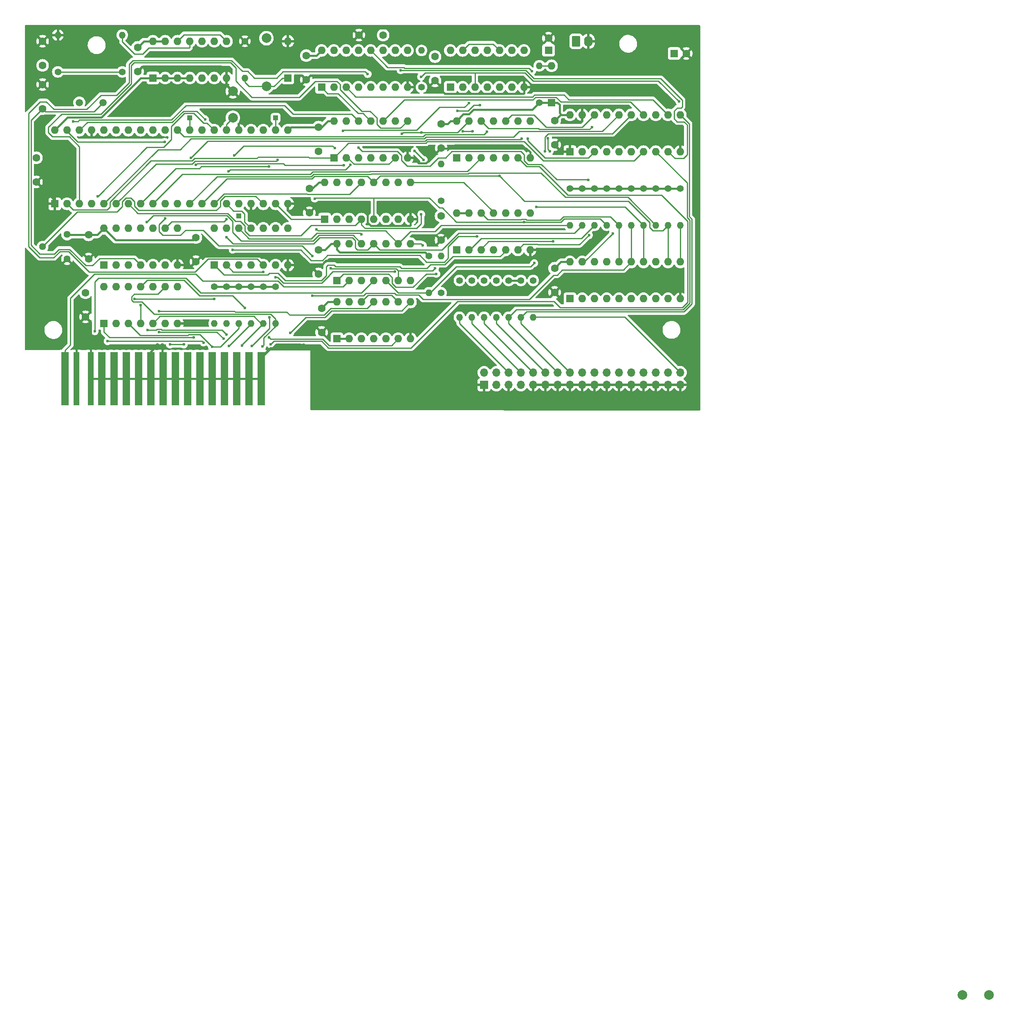
<source format=gbr>
%TF.GenerationSoftware,KiCad,Pcbnew,7.0.9*%
%TF.CreationDate,2024-01-11T00:16:29-03:00*%
%TF.ProjectId,HB-3600_FDC,48422d33-3630-4305-9f46-44432e6b6963,V1.0.0*%
%TF.SameCoordinates,Original*%
%TF.FileFunction,Copper,L2,Bot*%
%TF.FilePolarity,Positive*%
%FSLAX46Y46*%
G04 Gerber Fmt 4.6, Leading zero omitted, Abs format (unit mm)*
G04 Created by KiCad (PCBNEW 7.0.9) date 2024-01-11 00:16:29*
%MOMM*%
%LPD*%
G01*
G04 APERTURE LIST*
G04 Aperture macros list*
%AMRoundRect*
0 Rectangle with rounded corners*
0 $1 Rounding radius*
0 $2 $3 $4 $5 $6 $7 $8 $9 X,Y pos of 4 corners*
0 Add a 4 corners polygon primitive as box body*
4,1,4,$2,$3,$4,$5,$6,$7,$8,$9,$2,$3,0*
0 Add four circle primitives for the rounded corners*
1,1,$1+$1,$2,$3*
1,1,$1+$1,$4,$5*
1,1,$1+$1,$6,$7*
1,1,$1+$1,$8,$9*
0 Add four rect primitives between the rounded corners*
20,1,$1+$1,$2,$3,$4,$5,0*
20,1,$1+$1,$4,$5,$6,$7,0*
20,1,$1+$1,$6,$7,$8,$9,0*
20,1,$1+$1,$8,$9,$2,$3,0*%
G04 Aperture macros list end*
%TA.AperFunction,ComponentPad*%
%ADD10R,1.600000X1.600000*%
%TD*%
%TA.AperFunction,ComponentPad*%
%ADD11O,1.600000X1.600000*%
%TD*%
%TA.AperFunction,ComponentPad*%
%ADD12C,1.400000*%
%TD*%
%TA.AperFunction,ComponentPad*%
%ADD13O,1.400000X1.400000*%
%TD*%
%TA.AperFunction,ComponentPad*%
%ADD14R,1.000000X1.000000*%
%TD*%
%TA.AperFunction,ComponentPad*%
%ADD15C,1.440000*%
%TD*%
%TA.AperFunction,ComponentPad*%
%ADD16C,1.600000*%
%TD*%
%TA.AperFunction,ComponentPad*%
%ADD17C,2.000000*%
%TD*%
%TA.AperFunction,ComponentPad*%
%ADD18C,1.500000*%
%TD*%
%TA.AperFunction,ComponentPad*%
%ADD19RoundRect,0.250000X-0.620000X-0.845000X0.620000X-0.845000X0.620000X0.845000X-0.620000X0.845000X0*%
%TD*%
%TA.AperFunction,ComponentPad*%
%ADD20O,1.740000X2.190000*%
%TD*%
%TA.AperFunction,SMDPad,CuDef*%
%ADD21R,1.600000X11.000000*%
%TD*%
%TA.AperFunction,SMDPad,CuDef*%
%ADD22R,1.300000X11.000000*%
%TD*%
%TA.AperFunction,ComponentPad*%
%ADD23R,1.700000X1.700000*%
%TD*%
%TA.AperFunction,ComponentPad*%
%ADD24O,1.700000X1.700000*%
%TD*%
%TA.AperFunction,ViaPad*%
%ADD25C,0.600000*%
%TD*%
%TA.AperFunction,ViaPad*%
%ADD26C,0.800000*%
%TD*%
%TA.AperFunction,Conductor*%
%ADD27C,0.250000*%
%TD*%
%TA.AperFunction,Conductor*%
%ADD28C,0.400000*%
%TD*%
%TA.AperFunction,Conductor*%
%ADD29C,0.600000*%
%TD*%
G04 APERTURE END LIST*
D10*
%TO.P,U14,1*%
%TO.N,/~{DCHG}*%
X91440000Y-116840000D03*
D11*
%TO.P,U14,2*%
%TO.N,Net-(U9B-~{S})*%
X93980000Y-116840000D03*
%TO.P,U14,3*%
%TO.N,/~{TR_00}*%
X96520000Y-116840000D03*
%TO.P,U14,4*%
%TO.N,Net-(U10-Pad11)*%
X99060000Y-116840000D03*
%TO.P,U14,5*%
%TO.N,/~{R_DATA}*%
X101600000Y-116840000D03*
%TO.P,U14,6*%
%TO.N,Net-(U10-Pad1)*%
X104140000Y-116840000D03*
%TO.P,U14,7,GND*%
%TO.N,GNDD*%
X106680000Y-116840000D03*
%TO.P,U14,8*%
%TO.N,Net-(U4-READY)*%
X106680000Y-109220000D03*
%TO.P,U14,9*%
%TO.N,/~{READY}*%
X104140000Y-109220000D03*
%TO.P,U14,10*%
%TO.N,Net-(U10-Pad5)*%
X101600000Y-109220000D03*
%TO.P,U14,11*%
%TO.N,/~{W_PROTECT}*%
X99060000Y-109220000D03*
%TO.P,U14,12*%
%TO.N,Net-(U10-Pad13)*%
X96520000Y-109220000D03*
%TO.P,U14,13*%
%TO.N,/~{INDEX}*%
X93980000Y-109220000D03*
%TO.P,U14,14,VCC*%
%TO.N,+5VD*%
X91440000Y-109220000D03*
%TD*%
D10*
%TO.P,U5,1*%
%TO.N,/~{WE}*%
X139065000Y-82550000D03*
D11*
%TO.P,U5,2*%
%TO.N,Net-(U5-Pad13)*%
X141605000Y-82550000D03*
%TO.P,U5,3*%
%TO.N,Net-(U2B-E)*%
X144145000Y-82550000D03*
%TO.P,U5,4*%
%TO.N,Net-(U10-Pad8)*%
X146685000Y-82550000D03*
%TO.P,U5,5*%
%TO.N,/~{CS}*%
X149225000Y-82550000D03*
%TO.P,U5,6*%
%TO.N,Net-(U5-Pad13)*%
X151765000Y-82550000D03*
%TO.P,U5,7,GND*%
%TO.N,GNDD*%
X154305000Y-82550000D03*
%TO.P,U5,8*%
%TO.N,Net-(U4-~{CS})*%
X154305000Y-74930000D03*
%TO.P,U5,9*%
%TO.N,/A2*%
X151765000Y-74930000D03*
%TO.P,U5,10*%
%TO.N,/~{CS}*%
X149225000Y-74930000D03*
%TO.P,U5,11*%
%TO.N,Net-(U2A-E)*%
X146685000Y-74930000D03*
%TO.P,U5,12*%
%TO.N,/~{RE}*%
X144145000Y-74930000D03*
%TO.P,U5,13*%
%TO.N,Net-(U5-Pad13)*%
X141605000Y-74930000D03*
%TO.P,U5,14,VCC*%
%TO.N,+5VD*%
X139065000Y-74930000D03*
%TD*%
D10*
%TO.P,U12,1*%
%TO.N,Net-(U9B-~{Q})*%
X139700000Y-107950000D03*
D11*
%TO.P,U12,2*%
%TO.N,/~{DCHGR}*%
X142240000Y-107950000D03*
%TO.P,U12,3*%
%TO.N,Net-(U8-Q2)*%
X144780000Y-107950000D03*
%TO.P,U12,4*%
%TO.N,/~{IN_USE}*%
X147320000Y-107950000D03*
%TO.P,U12,5*%
%TO.N,Net-(R7-Pad2)*%
X149860000Y-107950000D03*
%TO.P,U12,6*%
%TO.N,/~{MRST}*%
X152400000Y-107950000D03*
%TO.P,U12,7,GND*%
%TO.N,GNDD*%
X154940000Y-107950000D03*
%TO.P,U12,8*%
%TO.N,/~{DRQ}*%
X154940000Y-100330000D03*
%TO.P,U12,9*%
%TO.N,Net-(U4-DRQ)*%
X152400000Y-100330000D03*
%TO.P,U12,10*%
%TO.N,/~{IRQ}*%
X149860000Y-100330000D03*
%TO.P,U12,11*%
%TO.N,Net-(U4-INTRQ)*%
X147320000Y-100330000D03*
%TO.P,U12,12*%
%TO.N,/~{M_ON}*%
X144780000Y-100330000D03*
%TO.P,U12,13*%
%TO.N,Net-(U8-Q3)*%
X142240000Y-100330000D03*
%TO.P,U12,14,VCC*%
%TO.N,+5VD*%
X139700000Y-100330000D03*
%TD*%
D12*
%TO.P,R2,1*%
%TO.N,Net-(C16-Pad1)*%
X95250000Y-64770000D03*
D13*
%TO.P,R2,2*%
%TO.N,Net-(U1B-C)*%
X95250000Y-57150000D03*
%TD*%
D10*
%TO.P,U3,1*%
%TO.N,Net-(U8-~{Q3})*%
X163195000Y-67945000D03*
D11*
%TO.P,U3,2*%
%TO.N,/7FFD_RE*%
X165735000Y-67945000D03*
%TO.P,U3,3*%
%TO.N,/D7*%
X168275000Y-67945000D03*
%TO.P,U3,4*%
%TO.N,Net-(U8-~{Q2})*%
X170815000Y-67945000D03*
%TO.P,U3,5*%
%TO.N,/7FFD_RE*%
X173355000Y-67945000D03*
%TO.P,U3,6*%
%TO.N,/D6*%
X175895000Y-67945000D03*
%TO.P,U3,7,GND*%
%TO.N,GNDD*%
X178435000Y-67945000D03*
%TO.P,U3,8*%
%TO.N,/D1*%
X178435000Y-60325000D03*
%TO.P,U3,9*%
%TO.N,Net-(U8-~{Q1})*%
X175895000Y-60325000D03*
%TO.P,U3,10*%
%TO.N,/7FFD_RE*%
X173355000Y-60325000D03*
%TO.P,U3,11*%
%TO.N,/D0*%
X170815000Y-60325000D03*
%TO.P,U3,12*%
%TO.N,Net-(U8-~{Q0})*%
X168275000Y-60325000D03*
%TO.P,U3,13*%
%TO.N,/7FFD_RE*%
X165735000Y-60325000D03*
%TO.P,U3,14,VCC*%
%TO.N,+5VD*%
X163195000Y-60325000D03*
%TD*%
D14*
%TO.P,TP3,1,Pin_1*%
%TO.N,Net-(TP3-Pin_1)*%
X119380000Y-94615000D03*
%TD*%
D12*
%TO.P,RBD8,1*%
%TO.N,+5VD*%
X205740000Y-88900000D03*
D13*
%TO.P,RBD8,2*%
%TO.N,/D5*%
X205740000Y-96520000D03*
%TD*%
D10*
%TO.P,U2,1,E*%
%TO.N,Net-(U2A-E)*%
X136525000Y-67945000D03*
D11*
%TO.P,U2,2,A0*%
%TO.N,/A0*%
X139065000Y-67945000D03*
%TO.P,U2,3,A1*%
%TO.N,/A1*%
X141605000Y-67945000D03*
%TO.P,U2,4,O0*%
%TO.N,Net-(U2A-O0)*%
X144145000Y-67945000D03*
%TO.P,U2,5,O1*%
%TO.N,Net-(U2A-O1)*%
X146685000Y-67945000D03*
%TO.P,U2,6,O2*%
%TO.N,unconnected-(U2A-O2-Pad6)*%
X149225000Y-67945000D03*
%TO.P,U2,7,O3*%
%TO.N,unconnected-(U2A-O3-Pad7)*%
X151765000Y-67945000D03*
%TO.P,U2,8,GND*%
%TO.N,GNDD*%
X154305000Y-67945000D03*
%TO.P,U2,9,O3*%
%TO.N,unconnected-(U2B-O3-Pad9)*%
X154305000Y-60325000D03*
%TO.P,U2,10,O2*%
%TO.N,unconnected-(U2B-O2-Pad10)*%
X151765000Y-60325000D03*
%TO.P,U2,11,O1*%
%TO.N,/~{7FFD_WE}*%
X149225000Y-60325000D03*
%TO.P,U2,12,O0*%
%TO.N,/~{7FFC_WE}*%
X146685000Y-60325000D03*
%TO.P,U2,13,A1*%
%TO.N,/A1*%
X144145000Y-60325000D03*
%TO.P,U2,14,A0*%
%TO.N,/A0*%
X141605000Y-60325000D03*
%TO.P,U2,15,E*%
%TO.N,Net-(U2B-E)*%
X139065000Y-60325000D03*
%TO.P,U2,16,VCC*%
%TO.N,+5VD*%
X136525000Y-60325000D03*
%TD*%
D10*
%TO.P,U9,1,~{R}*%
%TO.N,/~{MRST}*%
X164465000Y-101625400D03*
D11*
%TO.P,U9,2,D*%
%TO.N,/D0*%
X167005000Y-101625400D03*
%TO.P,U9,3,C*%
%TO.N,/~{7FFC_WE}*%
X169545000Y-101625400D03*
%TO.P,U9,4,~{S}*%
%TO.N,+5VD*%
X172085000Y-101625400D03*
%TO.P,U9,5,Q*%
%TO.N,Net-(U9A-Q)*%
X174625000Y-101625400D03*
%TO.P,U9,6,~{Q}*%
%TO.N,Net-(U9A-~{Q})*%
X177165000Y-101625400D03*
%TO.P,U9,7,GND*%
%TO.N,GNDD*%
X179705000Y-101625400D03*
%TO.P,U9,8,~{Q}*%
%TO.N,Net-(U9B-~{Q})*%
X179705000Y-94005400D03*
%TO.P,U9,9,Q*%
%TO.N,unconnected-(U9B-Q-Pad9)*%
X177165000Y-94005400D03*
%TO.P,U9,10,~{S}*%
%TO.N,Net-(U9B-~{S})*%
X174625000Y-94005400D03*
%TO.P,U9,11,C*%
%TO.N,/~{7FFD_WE}*%
X172085000Y-94005400D03*
%TO.P,U9,12,D*%
%TO.N,/D2*%
X169545000Y-94005400D03*
%TO.P,U9,13,~{R}*%
%TO.N,+5VD*%
X167005000Y-94005400D03*
%TO.P,U9,14,VCC*%
X164465000Y-94005400D03*
%TD*%
D12*
%TO.P,RBC3,1*%
%TO.N,+5VD*%
X170180000Y-107950000D03*
D13*
%TO.P,RBC3,2*%
%TO.N,/~{FDC_RE}*%
X170180000Y-115570000D03*
%TD*%
D15*
%TO.P,RV1,1*%
%TO.N,+5VD*%
X83820000Y-98425000D03*
%TO.P,RV1,2*%
%TO.N,Net-(U4-RPW)*%
X78740000Y-100965000D03*
%TO.P,RV1,3*%
%TO.N,GNDD*%
X83820000Y-103505000D03*
%TD*%
D12*
%TO.P,RBD5,1*%
%TO.N,+5VD*%
X198120000Y-88900000D03*
D13*
%TO.P,RBD5,2*%
%TO.N,/D2*%
X198120000Y-96520000D03*
%TD*%
D16*
%TO.P,C19,1*%
%TO.N,/~{7FFD_WE}*%
X149265000Y-57150000D03*
%TO.P,C19,2*%
%TO.N,GNDD*%
X144265000Y-57150000D03*
%TD*%
D12*
%TO.P,RBF4,1*%
%TO.N,+5VD*%
X121920000Y-109220000D03*
D13*
%TO.P,RBF4,2*%
%TO.N,/~{W_PROTECT}*%
X121920000Y-116840000D03*
%TD*%
D12*
%TO.P,RBD3,1*%
%TO.N,+5VD*%
X193040000Y-88900000D03*
D13*
%TO.P,RBD3,2*%
%TO.N,/D0*%
X193040000Y-96520000D03*
%TD*%
D12*
%TO.P,RBD9,1*%
%TO.N,+5VD*%
X208280000Y-88900000D03*
D13*
%TO.P,RBD9,2*%
%TO.N,/D6*%
X208280000Y-96520000D03*
%TD*%
D17*
%TO.P,CV1,1*%
%TO.N,N/C*%
X269234833Y-255843000D03*
%TO.P,CV1,2*%
X274734833Y-255843000D03*
%TD*%
%TO.P,CV1,1*%
%TO.N,Net-(U4-VCO)*%
X118150000Y-74276400D03*
%TO.P,CV1,2*%
%TO.N,GNDD*%
X118150000Y-68776400D03*
%TD*%
D12*
%TO.P,RBD6,1*%
%TO.N,+5VD*%
X200660000Y-88900000D03*
D13*
%TO.P,RBD6,2*%
%TO.N,/D3*%
X200660000Y-96520000D03*
%TD*%
D16*
%TO.P,C15,1*%
%TO.N,+5VD*%
X136525000Y-113705000D03*
%TO.P,C15,2*%
%TO.N,GNDD*%
X136525000Y-118705000D03*
%TD*%
D14*
%TO.P,TP2,1,Pin_1*%
%TO.N,Net-(TP2-Pin_1)*%
X127000000Y-74295000D03*
%TD*%
D18*
%TO.P,Y1,1,1*%
%TO.N,Net-(C16-Pad1)*%
X86360000Y-71120000D03*
%TO.P,Y1,2,2*%
%TO.N,Net-(U1B-C)*%
X91260000Y-71120000D03*
%TD*%
D12*
%TO.P,R6,1*%
%TO.N,+5VD*%
X161264600Y-91440000D03*
D13*
%TO.P,R6,2*%
%TO.N,/7FFD_RE*%
X161264600Y-83820000D03*
%TD*%
D16*
%TO.P,C12,1*%
%TO.N,+5VD*%
X135890000Y-101600000D03*
%TO.P,C12,2*%
%TO.N,GNDD*%
X135890000Y-106600000D03*
%TD*%
D12*
%TO.P,RBC2,1*%
%TO.N,+5VD*%
X167640000Y-107950000D03*
D13*
%TO.P,RBC2,2*%
%TO.N,/~{FDC_CS}*%
X167640000Y-115570000D03*
%TD*%
D16*
%TO.P,C16,1*%
%TO.N,Net-(C16-Pad1)*%
X78740000Y-63420000D03*
%TO.P,C16,2*%
%TO.N,GNDD*%
X78740000Y-58420000D03*
%TD*%
D10*
%TO.P,U10,1*%
%TO.N,Net-(U10-Pad1)*%
X91440000Y-104775000D03*
D11*
%TO.P,U10,2*%
%TO.N,Net-(U4-~{RAW_READ})*%
X93980000Y-104775000D03*
%TO.P,U10,3*%
%TO.N,Net-(C16-Pad1)*%
X96520000Y-104775000D03*
%TO.P,U10,4*%
%TO.N,Net-(U1B-C)*%
X99060000Y-104775000D03*
%TO.P,U10,5*%
%TO.N,Net-(U10-Pad5)*%
X101600000Y-104775000D03*
%TO.P,U10,6*%
%TO.N,Net-(U4-~{WPRT})*%
X104140000Y-104775000D03*
%TO.P,U10,7,GND*%
%TO.N,GNDD*%
X106680000Y-104775000D03*
%TO.P,U10,8*%
%TO.N,Net-(U10-Pad8)*%
X106680000Y-97155000D03*
%TO.P,U10,9*%
%TO.N,/A2*%
X104140000Y-97155000D03*
%TO.P,U10,10*%
%TO.N,Net-(U4-~{TR00})*%
X101600000Y-97155000D03*
%TO.P,U10,11*%
%TO.N,Net-(U10-Pad11)*%
X99060000Y-97155000D03*
%TO.P,U10,12*%
%TO.N,Net-(U4-~{IP})*%
X96520000Y-97155000D03*
%TO.P,U10,13*%
%TO.N,Net-(U10-Pad13)*%
X93980000Y-97155000D03*
%TO.P,U10,14,VCC*%
%TO.N,+5VD*%
X91440000Y-97155000D03*
%TD*%
D10*
%TO.P,U4,1,ENP*%
%TO.N,GNDD*%
X81280000Y-92075000D03*
D11*
%TO.P,U4,2,~{WE}*%
%TO.N,/~{WE}*%
X83820000Y-92075000D03*
%TO.P,U4,3,~{CS}*%
%TO.N,Net-(U4-~{CS})*%
X86360000Y-92075000D03*
%TO.P,U4,4,~{RE}*%
%TO.N,/~{RE}*%
X88900000Y-92075000D03*
%TO.P,U4,5,A0*%
%TO.N,/AO*%
X91440000Y-92075000D03*
%TO.P,U4,6,A1*%
%TO.N,/A1*%
X93980000Y-92075000D03*
%TO.P,U4,7,DAL0*%
%TO.N,/D0*%
X96520000Y-92075000D03*
%TO.P,U4,8,DAL1*%
%TO.N,/D1*%
X99060000Y-92075000D03*
%TO.P,U4,9,DAL2*%
%TO.N,/D2*%
X101600000Y-92075000D03*
%TO.P,U4,10,DAL3*%
%TO.N,/D3*%
X104140000Y-92075000D03*
%TO.P,U4,11,DAL4*%
%TO.N,/D4*%
X106680000Y-92075000D03*
%TO.P,U4,12,DAL5*%
%TO.N,/D5*%
X109220000Y-92075000D03*
%TO.P,U4,13,DAL6*%
%TO.N,/D6*%
X111760000Y-92075000D03*
%TO.P,U4,14,DAL7*%
%TO.N,/D7*%
X114300000Y-92075000D03*
%TO.P,U4,15,STEP*%
%TO.N,Net-(U4-STEP)*%
X116840000Y-92075000D03*
%TO.P,U4,16,DIRC*%
%TO.N,Net-(TP3-Pin_1)*%
X119380000Y-92075000D03*
%TO.P,U4,17,~{5}/8*%
%TO.N,GNDD*%
X121920000Y-92075000D03*
%TO.P,U4,18,RPW*%
%TO.N,Net-(U4-RPW)*%
X124460000Y-92075000D03*
%TO.P,U4,19,~{MR}*%
%TO.N,/~{MRST}*%
X127000000Y-92075000D03*
%TO.P,U4,20,VSS*%
%TO.N,GNDD*%
X129540000Y-92075000D03*
%TO.P,U4,21,VCC*%
%TO.N,+5VD*%
X129540000Y-76835000D03*
%TO.P,U4,22,~{TEST}*%
%TO.N,Net-(TP2-Pin_1)*%
X127000000Y-76835000D03*
%TO.P,U4,23,PUMP*%
%TO.N,Net-(U4-PUMP)*%
X124460000Y-76835000D03*
%TO.P,U4,24,CLK*%
%TO.N,/CLK*%
X121920000Y-76835000D03*
%TO.P,U4,25,~{ENMF}*%
%TO.N,GNDD*%
X119380000Y-76835000D03*
%TO.P,U4,26,VCO*%
%TO.N,Net-(U4-VCO)*%
X116840000Y-76835000D03*
%TO.P,U4,27,~{RAW_READ}*%
%TO.N,Net-(U4-~{RAW_READ})*%
X114300000Y-76835000D03*
%TO.P,U4,28,HLD*%
%TO.N,unconnected-(U4-HLD-Pad28)*%
X111760000Y-76835000D03*
%TO.P,U4,29,TG43*%
%TO.N,Net-(TP1-Pin_1)*%
X109220000Y-76835000D03*
%TO.P,U4,30,WG*%
%TO.N,Net-(U4-WG)*%
X106680000Y-76835000D03*
%TO.P,U4,31,WD*%
%TO.N,Net-(U4-WD)*%
X104140000Y-76835000D03*
%TO.P,U4,32,READY*%
%TO.N,Net-(U4-READY)*%
X101600000Y-76835000D03*
%TO.P,U4,33,WPW*%
%TO.N,unconnected-(U4-WPW-Pad33)*%
X99060000Y-76835000D03*
%TO.P,U4,34,~{TR00}*%
%TO.N,Net-(U4-~{TR00})*%
X96520000Y-76835000D03*
%TO.P,U4,35,~{IP}*%
%TO.N,Net-(U4-~{IP})*%
X93980000Y-76835000D03*
%TO.P,U4,36,~{WPRT}*%
%TO.N,Net-(U4-~{WPRT})*%
X91440000Y-76835000D03*
%TO.P,U4,37,~{DDEN}*%
%TO.N,GNDD*%
X88900000Y-76835000D03*
%TO.P,U4,38,DRQ*%
%TO.N,Net-(U4-DRQ)*%
X86360000Y-76835000D03*
%TO.P,U4,39,INTRQ*%
%TO.N,Net-(U4-INTRQ)*%
X83820000Y-76835000D03*
%TO.P,U4,40,HLT*%
%TO.N,+5VD*%
X81280000Y-76835000D03*
%TD*%
D16*
%TO.P,C5,1*%
%TO.N,+5VD*%
X135890000Y-76200000D03*
%TO.P,C5,2*%
%TO.N,GNDD*%
X135890000Y-81200000D03*
%TD*%
%TO.P,C11,1*%
%TO.N,+5VD*%
X110490000Y-99060000D03*
%TO.P,C11,2*%
%TO.N,GNDD*%
X110490000Y-104060000D03*
%TD*%
%TO.P,C1,1*%
%TO.N,+5VD*%
X98425000Y-59690000D03*
%TO.P,C1,2*%
%TO.N,GNDD*%
X98425000Y-64690000D03*
%TD*%
D10*
%TO.P,U7,1,OEa*%
%TO.N,GNDD*%
X187960000Y-81280000D03*
D11*
%TO.P,U7,2,I0a*%
%TO.N,Net-(D2-A)*%
X190500000Y-81280000D03*
%TO.P,U7,3,O3b*%
%TO.N,/~{RESET}*%
X193040000Y-81280000D03*
%TO.P,U7,4,I1a*%
%TO.N,/FDC_A0*%
X195580000Y-81280000D03*
%TO.P,U7,5,O2b*%
%TO.N,/~{RE}*%
X198120000Y-81280000D03*
%TO.P,U7,6,I2a*%
%TO.N,/~{FDC_CS}*%
X200660000Y-81280000D03*
%TO.P,U7,7,O1b*%
%TO.N,/~{WE}*%
X203200000Y-81280000D03*
%TO.P,U7,8,I3a*%
%TO.N,/FDC_A1*%
X205740000Y-81280000D03*
%TO.P,U7,9,O0b*%
%TO.N,/A2*%
X208280000Y-81280000D03*
%TO.P,U7,10,GND*%
%TO.N,GNDD*%
X210820000Y-81280000D03*
%TO.P,U7,11,I0b*%
%TO.N,/FDC_A2*%
X210820000Y-73660000D03*
%TO.P,U7,12,O3a*%
%TO.N,/A1*%
X208280000Y-73660000D03*
%TO.P,U7,13,I1b*%
%TO.N,/~{FDC_WE}*%
X205740000Y-73660000D03*
%TO.P,U7,14,O2a*%
%TO.N,/~{CS}*%
X203200000Y-73660000D03*
%TO.P,U7,15,I2b*%
%TO.N,/~{FDC_RE}*%
X200660000Y-73660000D03*
%TO.P,U7,16,O1a*%
%TO.N,/AO*%
X198120000Y-73660000D03*
%TO.P,U7,17,I3b*%
%TO.N,/~{FDC_RESET}*%
X195580000Y-73660000D03*
%TO.P,U7,18,O0a*%
%TO.N,/~{Cold_PW_ON}*%
X193040000Y-73660000D03*
%TO.P,U7,19,OEb*%
%TO.N,GNDD*%
X190500000Y-73660000D03*
%TO.P,U7,20,VCC*%
%TO.N,+5VD*%
X187960000Y-73660000D03*
%TD*%
D16*
%TO.P,C14,1*%
%TO.N,GNDD*%
X87630000Y-115490000D03*
%TO.P,C14,2*%
%TO.N,+5VD*%
X87630000Y-110490000D03*
%TD*%
D12*
%TO.P,RBC5,1*%
%TO.N,+5VD*%
X175260000Y-107950000D03*
D13*
%TO.P,RBC5,2*%
%TO.N,/FDC_A1*%
X175260000Y-115570000D03*
%TD*%
D10*
%TO.P,U11,1*%
%TO.N,Net-(U9A-Q)*%
X114300000Y-104775000D03*
D11*
%TO.P,U11,2*%
%TO.N,/~{SIDE_SEL}*%
X116840000Y-104775000D03*
%TO.P,U11,3*%
%TO.N,Net-(TP3-Pin_1)*%
X119380000Y-104775000D03*
%TO.P,U11,4*%
%TO.N,/~{DIRECTION}*%
X121920000Y-104775000D03*
%TO.P,U11,5*%
%TO.N,Net-(U2A-O1)*%
X124460000Y-104775000D03*
%TO.P,U11,6*%
%TO.N,/7FFD_RE*%
X127000000Y-104775000D03*
%TO.P,U11,7,GND*%
%TO.N,GNDD*%
X129540000Y-104775000D03*
%TO.P,U11,8*%
%TO.N,/~{W_DATA}*%
X129540000Y-97155000D03*
%TO.P,U11,9*%
%TO.N,Net-(U4-WD)*%
X127000000Y-97155000D03*
%TO.P,U11,10*%
%TO.N,/~{STEP}*%
X124460000Y-97155000D03*
%TO.P,U11,11*%
%TO.N,Net-(U4-STEP)*%
X121920000Y-97155000D03*
%TO.P,U11,12*%
%TO.N,/7FFC_RE*%
X119380000Y-97155000D03*
%TO.P,U11,13*%
%TO.N,Net-(U2A-O0)*%
X116840000Y-97155000D03*
%TO.P,U11,14,VCC*%
%TO.N,+5VD*%
X114300000Y-97155000D03*
%TD*%
D10*
%TO.P,D1,1,K*%
%TO.N,Net-(D1-K)*%
X129540000Y-66040000D03*
D11*
%TO.P,D1,2,A*%
%TO.N,GNDD*%
X129540000Y-58420000D03*
%TD*%
D12*
%TO.P,RBF5,1*%
%TO.N,+5VD*%
X124460000Y-109220000D03*
D13*
%TO.P,RBF5,2*%
%TO.N,/~{R_DATA}*%
X124460000Y-116840000D03*
%TD*%
D11*
%TO.P,U13,20,VCC*%
%TO.N,+5VD*%
X187960000Y-104114600D03*
%TO.P,U13,19,CE*%
%TO.N,/~{CS}*%
X190500000Y-104114600D03*
%TO.P,U13,18,B0*%
%TO.N,/D0*%
X193040000Y-104114600D03*
%TO.P,U13,17,B1*%
%TO.N,/D1*%
X195580000Y-104114600D03*
%TO.P,U13,16,B2*%
%TO.N,/D2*%
X198120000Y-104114600D03*
%TO.P,U13,15,B3*%
%TO.N,/D3*%
X200660000Y-104114600D03*
%TO.P,U13,14,B4*%
%TO.N,/D4*%
X203200000Y-104114600D03*
%TO.P,U13,13,B5*%
%TO.N,/D5*%
X205740000Y-104114600D03*
%TO.P,U13,12,B6*%
%TO.N,/D6*%
X208280000Y-104114600D03*
%TO.P,U13,11,B7*%
%TO.N,/D7*%
X210820000Y-104114600D03*
%TO.P,U13,10,GND*%
%TO.N,GNDD*%
X210820000Y-111734600D03*
%TO.P,U13,9,A7*%
%TO.N,/FDC_D7*%
X208280000Y-111734600D03*
%TO.P,U13,8,A6*%
%TO.N,/FDC_D6*%
X205740000Y-111734600D03*
%TO.P,U13,7,A5*%
%TO.N,/FDC_D5*%
X203200000Y-111734600D03*
%TO.P,U13,6,A4*%
%TO.N,/FDC_D4*%
X200660000Y-111734600D03*
%TO.P,U13,5,A3*%
%TO.N,/FDC_D3*%
X198120000Y-111734600D03*
%TO.P,U13,4,A2*%
%TO.N,/FDC_D2*%
X195580000Y-111734600D03*
%TO.P,U13,3,A1*%
%TO.N,/FDC_D1*%
X193040000Y-111734600D03*
%TO.P,U13,2,A0*%
%TO.N,/FDC_D0*%
X190500000Y-111734600D03*
D10*
%TO.P,U13,1,A->B*%
%TO.N,/~{RE}*%
X187960000Y-111734600D03*
%TD*%
D12*
%TO.P,R7,1*%
%TO.N,+5VD*%
X158750000Y-102870000D03*
D13*
%TO.P,R7,2*%
%TO.N,Net-(R7-Pad2)*%
X158750000Y-110490000D03*
%TD*%
D12*
%TO.P,RBD4,1*%
%TO.N,+5VD*%
X195580000Y-88900000D03*
D13*
%TO.P,RBD4,2*%
%TO.N,/D1*%
X195580000Y-96520000D03*
%TD*%
D12*
%TO.P,RBF6,1*%
%TO.N,+5VD*%
X127000000Y-109220000D03*
D13*
%TO.P,RBF6,2*%
%TO.N,/~{READY}*%
X127000000Y-116840000D03*
%TD*%
D10*
%TO.P,C21,1*%
%TO.N,+5VD*%
X209550000Y-60960000D03*
D16*
%TO.P,C21,2*%
%TO.N,GNDD*%
X212050000Y-60960000D03*
%TD*%
D12*
%TO.P,RBF1,1*%
%TO.N,+5VD*%
X114300000Y-109220000D03*
D13*
%TO.P,RBF1,2*%
%TO.N,/~{DCHG}*%
X114300000Y-116840000D03*
%TD*%
D19*
%TO.P,CN3,1,Pin_1*%
%TO.N,+5VD*%
X189230000Y-58420000D03*
D20*
%TO.P,CN3,2,Pin_2*%
%TO.N,GNDD*%
X191770000Y-58420000D03*
%TD*%
D12*
%TO.P,R4,1*%
%TO.N,/7FFC_RE*%
X157226000Y-67945000D03*
D13*
%TO.P,R4,2*%
%TO.N,+5VD*%
X157226000Y-60325000D03*
%TD*%
D14*
%TO.P,TP1,1,Pin_1*%
%TO.N,Net-(TP1-Pin_1)*%
X109220000Y-74295000D03*
%TD*%
D12*
%TO.P,RBD2,1*%
%TO.N,+5VD*%
X190500000Y-88900000D03*
D13*
%TO.P,RBD2,2*%
%TO.N,Net-(U4-INTRQ)*%
X190500000Y-96520000D03*
%TD*%
D16*
%TO.P,C8,1*%
%TO.N,+5VD*%
X133985000Y-88940000D03*
%TO.P,C8,2*%
%TO.N,GNDD*%
X133985000Y-93940000D03*
%TD*%
D12*
%TO.P,RBC4,1*%
%TO.N,+5VD*%
X172720000Y-107950000D03*
D13*
%TO.P,RBC4,2*%
%TO.N,/FDC_A0*%
X172720000Y-115570000D03*
%TD*%
D16*
%TO.P,C7,1*%
%TO.N,+5VD*%
X184785000Y-74853800D03*
%TO.P,C7,2*%
%TO.N,GNDD*%
X184785000Y-79853800D03*
%TD*%
D12*
%TO.P,RBC6,1*%
%TO.N,+5VD*%
X177800000Y-107950000D03*
D13*
%TO.P,RBC6,2*%
%TO.N,/FDC_A2*%
X177800000Y-115570000D03*
%TD*%
D12*
%TO.P,RBD1,1*%
%TO.N,+5VD*%
X187960000Y-88900000D03*
D13*
%TO.P,RBD1,2*%
%TO.N,Net-(U4-DRQ)*%
X187960000Y-96520000D03*
%TD*%
D10*
%TO.P,D2,1,K*%
%TO.N,+5VD*%
X184150000Y-71120000D03*
D11*
%TO.P,D2,2,A*%
%TO.N,Net-(D2-A)*%
X184150000Y-63500000D03*
%TD*%
D10*
%TO.P,U1,1,~{R}*%
%TO.N,+5VD*%
X101600000Y-66040000D03*
D11*
%TO.P,U1,2,D*%
X104140000Y-66040000D03*
%TO.P,U1,3,C*%
X106680000Y-66040000D03*
%TO.P,U1,4,~{S}*%
X109220000Y-66040000D03*
%TO.P,U1,5,Q*%
%TO.N,unconnected-(U1A-Q-Pad5)*%
X111760000Y-66040000D03*
%TO.P,U1,6,~{Q}*%
%TO.N,unconnected-(U1A-~{Q}-Pad6)*%
X114300000Y-66040000D03*
%TO.P,U1,7,GND*%
%TO.N,GNDD*%
X116840000Y-66040000D03*
%TO.P,U1,8,~{Q}*%
%TO.N,Net-(U1B-D)*%
X116840000Y-58420000D03*
%TO.P,U1,9,Q*%
%TO.N,/CLK*%
X114300000Y-58420000D03*
%TO.P,U1,10,~{S}*%
%TO.N,+5VD*%
X111760000Y-58420000D03*
%TO.P,U1,11,C*%
%TO.N,Net-(U1B-C)*%
X109220000Y-58420000D03*
%TO.P,U1,12,D*%
%TO.N,Net-(U1B-D)*%
X106680000Y-58420000D03*
%TO.P,U1,13,~{R}*%
%TO.N,+5VD*%
X104140000Y-58420000D03*
%TO.P,U1,14,VCC*%
X101600000Y-58420000D03*
%TD*%
D12*
%TO.P,R8,1*%
%TO.N,+5VD*%
X161290000Y-110515400D03*
D13*
%TO.P,R8,2*%
%TO.N,/~{MRST}*%
X161290000Y-102895400D03*
%TD*%
D12*
%TO.P,RBD7,1*%
%TO.N,+5VD*%
X203200000Y-88900000D03*
D13*
%TO.P,RBD7,2*%
%TO.N,/D4*%
X203200000Y-96520000D03*
%TD*%
D10*
%TO.P,U6,1*%
%TO.N,/7FFD_RE*%
X164465000Y-82550000D03*
D11*
%TO.P,U6,2*%
%TO.N,Net-(U9B-~{S})*%
X167005000Y-82550000D03*
%TO.P,U6,3*%
%TO.N,/D2*%
X169545000Y-82550000D03*
%TO.P,U6,4*%
%TO.N,Net-(U4-WG)*%
X172085000Y-82550000D03*
%TO.P,U6,5*%
%TO.N,/~{MRST}*%
X174625000Y-82550000D03*
%TO.P,U6,6*%
%TO.N,/~{W_GATE}*%
X177165000Y-82550000D03*
%TO.P,U6,7,GND*%
%TO.N,GNDD*%
X179705000Y-82550000D03*
%TO.P,U6,8*%
%TO.N,Net-(R7-Pad2)*%
X179705000Y-74930000D03*
%TO.P,U6,9*%
%TO.N,/~{RESET}*%
X177165000Y-74930000D03*
%TO.P,U6,10*%
%TO.N,/~{Cold_PW_ON}*%
X174625000Y-74930000D03*
%TO.P,U6,11*%
%TO.N,/D0*%
X172085000Y-74930000D03*
%TO.P,U6,12*%
%TO.N,Net-(U9A-~{Q})*%
X169545000Y-74930000D03*
%TO.P,U6,13*%
%TO.N,/7FFC_RE*%
X167005000Y-74930000D03*
%TO.P,U6,14,VCC*%
%TO.N,+5VD*%
X164465000Y-74930000D03*
%TD*%
D16*
%TO.P,C2,1*%
%TO.N,+5VD*%
X133350000Y-61391800D03*
%TO.P,C2,2*%
%TO.N,GNDD*%
X133350000Y-66391800D03*
%TD*%
D12*
%TO.P,RBC1,1*%
%TO.N,+5VD*%
X165074600Y-107950000D03*
D13*
%TO.P,RBC1,2*%
%TO.N,/~{FDC_WE}*%
X165074600Y-115570000D03*
%TD*%
D10*
%TO.P,U15,1*%
%TO.N,+5VD*%
X139700000Y-120015000D03*
D11*
%TO.P,U15,2*%
X142240000Y-120015000D03*
%TO.P,U15,3*%
%TO.N,unconnected-(U15-Pad3)*%
X144780000Y-120015000D03*
%TO.P,U15,4*%
%TO.N,Net-(U8-Q0)*%
X147320000Y-120015000D03*
%TO.P,U15,5*%
%TO.N,Net-(U8-~{Q1})*%
X149860000Y-120015000D03*
%TO.P,U15,6*%
%TO.N,/~{DSEL_1}*%
X152400000Y-120015000D03*
%TO.P,U15,7,GND*%
%TO.N,GNDD*%
X154940000Y-120015000D03*
%TO.P,U15,8*%
%TO.N,/~{DSEL_2}*%
X154940000Y-112395000D03*
%TO.P,U15,9*%
%TO.N,Net-(U8-~{Q0})*%
X152400000Y-112395000D03*
%TO.P,U15,10*%
%TO.N,Net-(U8-Q1)*%
X149860000Y-112395000D03*
%TO.P,U15,11*%
%TO.N,/~{DSEL_0}*%
X147320000Y-112395000D03*
%TO.P,U15,12*%
%TO.N,Net-(U8-~{Q0})*%
X144780000Y-112395000D03*
%TO.P,U15,13*%
%TO.N,Net-(U8-~{Q1})*%
X142240000Y-112395000D03*
%TO.P,U15,14,VCC*%
%TO.N,+5VD*%
X139700000Y-112395000D03*
%TD*%
D16*
%TO.P,C10,1*%
%TO.N,+5VD*%
X88265000Y-98505000D03*
%TO.P,C10,2*%
%TO.N,GNDD*%
X88265000Y-103505000D03*
%TD*%
D17*
%TO.P,C18,1*%
%TO.N,Net-(U4-PUMP)*%
X125095000Y-57785000D03*
%TO.P,C18,2*%
%TO.N,Net-(D1-K)*%
X125095000Y-67785000D03*
%TD*%
D12*
%TO.P,R5,1*%
%TO.N,+5VD*%
X181610000Y-71120000D03*
D13*
%TO.P,R5,2*%
%TO.N,Net-(D2-A)*%
X181610000Y-63500000D03*
%TD*%
D21*
%TO.P,CN2,1,Pin_1*%
%TO.N,/~{DCHGR}*%
X83375500Y-128270000D03*
D22*
%TO.P,CN2,3,Pin_3*%
%TO.N,GNDD*%
X85725000Y-128257300D03*
%TO.P,CN2,5,Pin_5*%
X88709500Y-128270000D03*
D21*
%TO.P,CN2,7,Pin_7*%
X90995500Y-128270000D03*
%TO.P,CN2,9,Pin_9*%
X93535500Y-128270000D03*
%TO.P,CN2,11,Pin_11*%
X96075500Y-128270000D03*
%TO.P,CN2,13,Pin_13*%
X98615500Y-128270000D03*
%TO.P,CN2,15,Pin_15*%
X101155500Y-128270000D03*
%TO.P,CN2,17,Pin_17*%
X103695500Y-128270000D03*
%TO.P,CN2,19,Pin_19*%
X106235500Y-128270000D03*
%TO.P,CN2,21,Pin_21*%
X108775500Y-128270000D03*
%TO.P,CN2,23,Pin_23*%
X111315500Y-128270000D03*
%TO.P,CN2,25,Pin_25*%
X113855500Y-128270000D03*
%TO.P,CN2,27,Pin_27*%
X116395500Y-128270000D03*
%TO.P,CN2,29,Pin_29*%
X118935500Y-128270000D03*
%TO.P,CN2,31,Pin_31*%
X121475500Y-128270000D03*
%TO.P,CN2,33,Pin_33*%
X124015500Y-128270000D03*
%TD*%
D12*
%TO.P,R1,1*%
%TO.N,Net-(C16-Pad1)*%
X81915000Y-64770000D03*
D13*
%TO.P,R1,2*%
%TO.N,GNDD*%
X81915000Y-57150000D03*
%TD*%
D16*
%TO.P,C17,1*%
%TO.N,Net-(U1B-C)*%
X78740000Y-72390000D03*
%TO.P,C17,2*%
%TO.N,GNDD*%
X78740000Y-67390000D03*
%TD*%
%TO.P,C4,1*%
%TO.N,+5VD*%
X77470000Y-82550000D03*
%TO.P,C4,2*%
%TO.N,GNDD*%
X77470000Y-87550000D03*
%TD*%
D12*
%TO.P,RBC7,1*%
%TO.N,+5VD*%
X180340000Y-107950000D03*
D13*
%TO.P,RBC7,2*%
%TO.N,/~{FDC_RESET}*%
X180340000Y-115570000D03*
%TD*%
D10*
%TO.P,U8,1,~{Mr}*%
%TO.N,/~{MRST}*%
X137160000Y-95250000D03*
D11*
%TO.P,U8,2,Q0*%
%TO.N,Net-(U8-Q0)*%
X139700000Y-95250000D03*
%TO.P,U8,3,~{Q0}*%
%TO.N,Net-(U8-~{Q0})*%
X142240000Y-95250000D03*
%TO.P,U8,4,D0*%
%TO.N,/D0*%
X144780000Y-95250000D03*
%TO.P,U8,5,D1*%
%TO.N,/D1*%
X147320000Y-95250000D03*
%TO.P,U8,6,~{Q1}*%
%TO.N,Net-(U8-~{Q1})*%
X149860000Y-95250000D03*
%TO.P,U8,7,Q1*%
%TO.N,Net-(U8-Q1)*%
X152400000Y-95250000D03*
%TO.P,U8,8,GND*%
%TO.N,GNDD*%
X154940000Y-95250000D03*
%TO.P,U8,9,Cp*%
%TO.N,/~{7FFD_WE}*%
X154940000Y-87630000D03*
%TO.P,U8,10,Q2*%
%TO.N,Net-(U8-Q2)*%
X152400000Y-87630000D03*
%TO.P,U8,11,~{Q2}*%
%TO.N,Net-(U8-~{Q2})*%
X149860000Y-87630000D03*
%TO.P,U8,12,D2*%
%TO.N,/D6*%
X147320000Y-87630000D03*
%TO.P,U8,13,D3*%
%TO.N,/D7*%
X144780000Y-87630000D03*
%TO.P,U8,14,~{Q3}*%
%TO.N,Net-(U8-~{Q3})*%
X142240000Y-87630000D03*
%TO.P,U8,15,Q3*%
%TO.N,Net-(U8-Q3)*%
X139700000Y-87630000D03*
%TO.P,U8,16,VCC*%
%TO.N,+5VD*%
X137160000Y-87630000D03*
%TD*%
D12*
%TO.P,RBF3,1*%
%TO.N,+5VD*%
X119380000Y-109220000D03*
D13*
%TO.P,RBF3,2*%
%TO.N,/~{TR_00}*%
X119380000Y-116840000D03*
%TD*%
D12*
%TO.P,RBD10,1*%
%TO.N,+5VD*%
X210820000Y-88900000D03*
D13*
%TO.P,RBD10,2*%
%TO.N,/D7*%
X210820000Y-96520000D03*
%TD*%
D12*
%TO.P,R3,1*%
%TO.N,GNDD*%
X120650000Y-58420000D03*
D13*
%TO.P,R3,2*%
%TO.N,Net-(D1-K)*%
X120650000Y-66040000D03*
%TD*%
D16*
%TO.P,C6,1*%
%TO.N,+5VD*%
X161290000Y-75565000D03*
%TO.P,C6,2*%
%TO.N,GNDD*%
X161290000Y-80565000D03*
%TD*%
%TO.P,C9,1*%
%TO.N,+5VD*%
X161264600Y-94589600D03*
%TO.P,C9,2*%
%TO.N,GNDD*%
X161264600Y-99589600D03*
%TD*%
D23*
%TO.P,CN1,1,Pin_1*%
%TO.N,GNDD*%
X170180000Y-129540000D03*
D24*
%TO.P,CN1,2,Pin_2*%
%TO.N,/~{DRQ}*%
X170180000Y-127000000D03*
%TO.P,CN1,3,Pin_3*%
%TO.N,unconnected-(CN1-Pin_3-Pad3)*%
X172720000Y-129540000D03*
%TO.P,CN1,4,Pin_4*%
%TO.N,/~{IRQ}*%
X172720000Y-127000000D03*
%TO.P,CN1,5,Pin_5*%
%TO.N,GNDD*%
X175260000Y-129540000D03*
%TO.P,CN1,6,Pin_6*%
%TO.N,/~{FDC_WE}*%
X175260000Y-127000000D03*
%TO.P,CN1,7,Pin_7*%
%TO.N,unconnected-(CN1-Pin_7-Pad7)*%
X177800000Y-129540000D03*
%TO.P,CN1,8,Pin_8*%
%TO.N,/~{FDC_CS}*%
X177800000Y-127000000D03*
%TO.P,CN1,9,Pin_9*%
%TO.N,GNDD*%
X180340000Y-129540000D03*
%TO.P,CN1,10,Pin_10*%
%TO.N,/~{FDC_RE}*%
X180340000Y-127000000D03*
%TO.P,CN1,11,Pin_11*%
%TO.N,GNDD*%
X182880000Y-129540000D03*
%TO.P,CN1,12,Pin_12*%
%TO.N,/FDC_A0*%
X182880000Y-127000000D03*
%TO.P,CN1,13,Pin_13*%
%TO.N,GNDD*%
X185420000Y-129540000D03*
%TO.P,CN1,14,Pin_14*%
%TO.N,/FDC_A1*%
X185420000Y-127000000D03*
%TO.P,CN1,15,Pin_15*%
%TO.N,GNDD*%
X187960000Y-129540000D03*
%TO.P,CN1,16,Pin_16*%
%TO.N,/FDC_A2*%
X187960000Y-127000000D03*
%TO.P,CN1,17,Pin_17*%
%TO.N,GNDD*%
X190500000Y-129540000D03*
%TO.P,CN1,18,Pin_18*%
%TO.N,/FDC_D0*%
X190500000Y-127000000D03*
%TO.P,CN1,19,Pin_19*%
%TO.N,GNDD*%
X193040000Y-129540000D03*
%TO.P,CN1,20,Pin_20*%
%TO.N,/FDC_D1*%
X193040000Y-127000000D03*
%TO.P,CN1,21,Pin_21*%
%TO.N,GNDD*%
X195580000Y-129540000D03*
%TO.P,CN1,22,Pin_22*%
%TO.N,/FDC_D2*%
X195580000Y-127000000D03*
%TO.P,CN1,23,Pin_23*%
%TO.N,GNDD*%
X198120000Y-129540000D03*
%TO.P,CN1,24,Pin_24*%
%TO.N,/FDC_D3*%
X198120000Y-127000000D03*
%TO.P,CN1,25,Pin_25*%
%TO.N,GNDD*%
X200660000Y-129540000D03*
%TO.P,CN1,26,Pin_26*%
%TO.N,/FDC_D4*%
X200660000Y-127000000D03*
%TO.P,CN1,27,Pin_27*%
%TO.N,GNDD*%
X203200000Y-129540000D03*
%TO.P,CN1,28,Pin_28*%
%TO.N,/FDC_D5*%
X203200000Y-127000000D03*
%TO.P,CN1,29,Pin_29*%
%TO.N,GNDD*%
X205740000Y-129540000D03*
%TO.P,CN1,30,Pin_30*%
%TO.N,/FDC_D6*%
X205740000Y-127000000D03*
%TO.P,CN1,31,Pin_31*%
%TO.N,GNDD*%
X208280000Y-129540000D03*
%TO.P,CN1,32,Pin_32*%
%TO.N,/FDC_D7*%
X208280000Y-127000000D03*
%TO.P,CN1,33,Pin_33*%
%TO.N,GNDD*%
X210820000Y-129540000D03*
%TO.P,CN1,34,Pin_34*%
%TO.N,/~{FDC_RESET}*%
X210820000Y-127000000D03*
%TD*%
D10*
%TO.P,C20,1*%
%TO.N,Net-(D2-A)*%
X183515000Y-60285000D03*
D16*
%TO.P,C20,2*%
%TO.N,GNDD*%
X183515000Y-57785000D03*
%TD*%
%TO.P,C13,1*%
%TO.N,+5VD*%
X184785000Y-105410000D03*
%TO.P,C13,2*%
%TO.N,GNDD*%
X184785000Y-110410000D03*
%TD*%
D12*
%TO.P,RBF2,1*%
%TO.N,+5VD*%
X116840000Y-109220000D03*
D13*
%TO.P,RBF2,2*%
%TO.N,/~{INDEX}*%
X116840000Y-116840000D03*
%TD*%
D16*
%TO.P,C3,1*%
%TO.N,+5VD*%
X160020000Y-61595000D03*
%TO.P,C3,2*%
%TO.N,GNDD*%
X160020000Y-66595000D03*
%TD*%
D25*
%TO.N,GNDD*%
X131165600Y-121285000D03*
X132829503Y-121285000D03*
D26*
X102500000Y-121325000D03*
D25*
X132080000Y-121285000D03*
D26*
X103550000Y-121325000D03*
X156489400Y-104309400D03*
D25*
%TO.N,/~{7FFD_WE}*%
X155822750Y-81133850D03*
X157668600Y-82979700D03*
%TO.N,/~{DRQ}*%
X157505400Y-100660200D03*
%TO.N,/~{FDC_RE}*%
X182788189Y-81229200D03*
%TO.N,/~{READY}*%
X124269500Y-121602500D03*
%TO.N,/~{SIDE_SEL}*%
X125730000Y-115607500D03*
X124477300Y-106154600D03*
X122047000Y-121539000D03*
%TO.N,/~{R_DATA}*%
X120015000Y-121456900D03*
%TO.N,/~{W_PROTECT}*%
X117317450Y-121508450D03*
X120650000Y-113665000D03*
%TO.N,/~{TR_00}*%
X113842800Y-121716800D03*
%TO.N,/~{W_GATE}*%
X125984000Y-121184000D03*
%TO.N,/~{DIRECTION}*%
X105130600Y-121208800D03*
X108000800Y-121208800D03*
%TO.N,/~{M_ON}*%
X100330000Y-95885000D03*
%TO.N,/~{DSEL_2}*%
X116205000Y-120015000D03*
X130043300Y-118762800D03*
X102870000Y-118652000D03*
%TO.N,/~{DSEL_1}*%
X116840000Y-119134361D03*
X125598800Y-119715800D03*
X100504200Y-118194200D03*
%TO.N,/~{DSEL_0}*%
X102870000Y-114300000D03*
%TO.N,/~{INDEX}*%
X112092839Y-120819339D03*
X92202000Y-120523000D03*
%TO.N,/~{IN_USE}*%
X89560400Y-118465600D03*
%TO.N,/~{DCHG}*%
X110086300Y-119773700D03*
%TO.N,/~{MRST}*%
X160020000Y-105410000D03*
X138430000Y-105410000D03*
%TO.N,/7FFD_RE*%
X167802916Y-77052161D03*
X151695038Y-106136100D03*
X127000000Y-107315000D03*
X165732089Y-77086089D03*
%TO.N,/7FFC_RE*%
X144780000Y-98425000D03*
X157226000Y-77292200D03*
X153127500Y-77544200D03*
%TO.N,Net-(R7-Pad2)*%
X180568600Y-104368600D03*
X183769000Y-81178400D03*
X183413400Y-78511400D03*
%TO.N,Net-(U4-DRQ)*%
X135450000Y-97350000D03*
X112395000Y-74587000D03*
%TO.N,/D0*%
X157165900Y-94232700D03*
%TO.N,/D1*%
X125655100Y-84379500D03*
X178435000Y-95874500D03*
X135105000Y-90997700D03*
%TO.N,/D3*%
X104140000Y-95137900D03*
X134620000Y-111125000D03*
X134620000Y-102870000D03*
%TO.N,/D4*%
X180975000Y-92710000D03*
X109429900Y-82556400D03*
X178003200Y-78562200D03*
%TO.N,/D6*%
X173355000Y-86334600D03*
%TO.N,/D7*%
X157124400Y-65786000D03*
X210585600Y-70872700D03*
%TO.N,Net-(U4-INTRQ)*%
X104044200Y-79255400D03*
X116840000Y-99009200D03*
%TO.N,/~{RE}*%
X191744600Y-87120100D03*
X85090000Y-75046500D03*
X144145000Y-80441900D03*
%TO.N,/A1*%
X127422000Y-82991400D03*
%TO.N,Net-(U2A-O0)*%
X117278600Y-85356200D03*
X142502271Y-84015864D03*
%TO.N,Net-(U2A-O1)*%
X146075000Y-65225000D03*
%TO.N,/~{CS}*%
X196850000Y-98190000D03*
%TO.N,/~{RESET}*%
X179197000Y-78562200D03*
%TO.N,/A2*%
X118448900Y-82047600D03*
X152908000Y-64439800D03*
X139260900Y-80544100D03*
X116805183Y-95299756D03*
%TO.N,Net-(U8-~{Q2})*%
X169347800Y-71653400D03*
X164668200Y-72821800D03*
%TO.N,Net-(U8-~{Q0})*%
X167005000Y-71221600D03*
X140990700Y-76943500D03*
%TO.N,Net-(U4-~{RAW_READ})*%
X90195400Y-90525600D03*
%TO.N,Net-(U4-WG)*%
X170738800Y-77165200D03*
%TO.N,/~{7FFC_WE}*%
X180111400Y-64617600D03*
X184461100Y-99867800D03*
%TO.N,Net-(U10-Pad8)*%
X141093100Y-84074000D03*
X110515400Y-84023200D03*
%TO.N,Net-(U9B-~{S})*%
X168759800Y-98861000D03*
X114300000Y-111760000D03*
X118110000Y-101600000D03*
X97790000Y-111760000D03*
%TO.N,Net-(U9A-~{Q})*%
X192492100Y-76177400D03*
X191909089Y-98564089D03*
%TO.N,Net-(U9B-~{Q})*%
X160292300Y-106573000D03*
%TO.N,Net-(U10-Pad11)*%
X99060000Y-113030000D03*
%TD*%
D27*
%TO.N,/~{DSEL_1}*%
X102242816Y-118194200D02*
X100504200Y-118194200D01*
X102410016Y-118027000D02*
X102242816Y-118194200D01*
X103428800Y-118202000D02*
X103253800Y-118027000D01*
X115907639Y-118202000D02*
X103428800Y-118202000D01*
X103253800Y-118027000D02*
X102410016Y-118027000D01*
X116840000Y-119134361D02*
X115907639Y-118202000D01*
%TO.N,/~{DSEL_2}*%
X114842000Y-118652000D02*
X116205000Y-120015000D01*
X102870000Y-118652000D02*
X114842000Y-118652000D01*
%TO.N,/~{R_DATA}*%
X122481600Y-115375000D02*
X124460000Y-117353400D01*
X103065000Y-115375000D02*
X122481600Y-115375000D01*
X101600000Y-116840000D02*
X103065000Y-115375000D01*
%TO.N,/A2*%
X209677000Y-82677000D02*
X208280000Y-81280000D01*
X211455000Y-82677000D02*
X209677000Y-82677000D01*
X212217000Y-81915000D02*
X211455000Y-82677000D01*
X212217000Y-75742800D02*
X212217000Y-81915000D01*
X211556600Y-75082400D02*
X212217000Y-75742800D01*
X210176904Y-75082400D02*
X211556600Y-75082400D01*
X209550000Y-74455496D02*
X210176904Y-75082400D01*
X209550000Y-72847200D02*
X209550000Y-74455496D01*
X211210600Y-71999400D02*
X210997800Y-72212200D01*
X211210600Y-70613816D02*
X211210600Y-71999400D01*
X180516116Y-66175000D02*
X206771784Y-66175000D01*
X206771784Y-66175000D02*
X211210600Y-70613816D01*
X178780916Y-64439800D02*
X180516116Y-66175000D01*
X210185000Y-72212200D02*
X209550000Y-72847200D01*
X152908000Y-64439800D02*
X178780916Y-64439800D01*
X210997800Y-72212200D02*
X210185000Y-72212200D01*
%TO.N,/FDC_A2*%
X212667000Y-75507000D02*
X210820000Y-73660000D01*
X212667000Y-94698400D02*
X212667000Y-75507000D01*
X213218600Y-112790400D02*
X213218600Y-95250000D01*
X211581400Y-114427600D02*
X213218600Y-112790400D01*
X177800000Y-115570000D02*
X178942400Y-114427600D01*
X178942400Y-114427600D02*
X211581400Y-114427600D01*
X213218600Y-95250000D02*
X212667000Y-94698400D01*
%TO.N,/FDC_A1*%
X205740000Y-81281396D02*
X205740000Y-81280000D01*
X212217000Y-87758396D02*
X205740000Y-81281396D01*
X211395004Y-113977600D02*
X212768600Y-112604004D01*
X176852400Y-113977600D02*
X211395004Y-113977600D01*
X212768600Y-112604004D02*
X212768600Y-95470004D01*
X212768600Y-95470004D02*
X212217000Y-94918404D01*
X175260000Y-115570000D02*
X176852400Y-113977600D01*
X212217000Y-94918404D02*
X212217000Y-87758396D01*
%TO.N,/D6*%
X135078496Y-86368100D02*
X146058100Y-86368100D01*
X134533496Y-86913100D02*
X135078496Y-86368100D01*
X116911900Y-86913100D02*
X134533496Y-86913100D01*
X111760000Y-92065000D02*
X116911900Y-86913100D01*
X111760000Y-92075000D02*
X111760000Y-92065000D01*
X146058100Y-86368100D02*
X147320000Y-87630000D01*
%TO.N,/D1*%
X135279500Y-90823200D02*
X135105000Y-90997700D01*
X158804400Y-90823200D02*
X135279500Y-90823200D01*
X160919800Y-92938600D02*
X158804400Y-90823200D01*
X161538600Y-92938600D02*
X160919800Y-92938600D01*
X164459600Y-95859600D02*
X161538600Y-92938600D01*
X178435000Y-95874500D02*
X178420100Y-95859600D01*
X178420100Y-95859600D02*
X164459600Y-95859600D01*
%TO.N,Net-(U9B-~{S})*%
X164875396Y-98861000D02*
X168759800Y-98861000D01*
X162763200Y-100973196D02*
X164875396Y-98861000D01*
X162763200Y-103301800D02*
X162763200Y-100973196D01*
X158267400Y-104140000D02*
X161925000Y-104140000D01*
X156845000Y-102717600D02*
X158267400Y-104140000D01*
X137769600Y-102717600D02*
X156845000Y-102717600D01*
X161925000Y-104140000D02*
X162763200Y-103301800D01*
X136702800Y-103784400D02*
X137769600Y-102717600D01*
X134399100Y-103784400D02*
X136702800Y-103784400D01*
X132214700Y-101600000D02*
X134399100Y-103784400D01*
X118110000Y-101600000D02*
X132214700Y-101600000D01*
%TO.N,Net-(U9A-Q)*%
X116304600Y-106779600D02*
X114300000Y-104775000D01*
X125401800Y-106779600D02*
X116304600Y-106779600D01*
X127521800Y-106426000D02*
X125755400Y-106426000D01*
X129045800Y-107950000D02*
X127521800Y-106426000D01*
X136499600Y-107950000D02*
X129045800Y-107950000D01*
X137490200Y-106959400D02*
X136499600Y-107950000D01*
X137490200Y-105109800D02*
X137490200Y-106959400D01*
X137815000Y-104785000D02*
X137490200Y-105109800D01*
X139125800Y-104785000D02*
X137815000Y-104785000D01*
X139402400Y-105061600D02*
X139125800Y-104785000D01*
X152712000Y-105061600D02*
X139402400Y-105061600D01*
X153085800Y-105435400D02*
X152712000Y-105061600D01*
X159073000Y-104655200D02*
X158292800Y-105435400D01*
X125755400Y-106426000D02*
X125401800Y-106779600D01*
X158292800Y-105435400D02*
X153085800Y-105435400D01*
X162046196Y-104655200D02*
X159073000Y-104655200D01*
X163729796Y-102971600D02*
X162046196Y-104655200D01*
X174625000Y-101625400D02*
X174625000Y-101854000D01*
X174625000Y-101854000D02*
X173507400Y-102971600D01*
X173507400Y-102971600D02*
X163729796Y-102971600D01*
%TO.N,/D3*%
X199034400Y-105740200D02*
X200660000Y-104114600D01*
X186385200Y-105740200D02*
X199034400Y-105740200D01*
X185293000Y-106832400D02*
X186385200Y-105740200D01*
X184545800Y-106832400D02*
X185293000Y-106832400D01*
X156660000Y-110940000D02*
X157540000Y-111820000D01*
X157540000Y-111820000D02*
X179558200Y-111820000D01*
X151612600Y-110591600D02*
X151961000Y-110940000D01*
X151961000Y-110940000D02*
X156660000Y-110940000D01*
X179558200Y-111820000D02*
X184545800Y-106832400D01*
X145161000Y-111125000D02*
X145694400Y-110591600D01*
X134620000Y-111125000D02*
X145161000Y-111125000D01*
X145694400Y-110591600D02*
X151612600Y-110591600D01*
%TO.N,/~{W_GATE}*%
X126645000Y-120523000D02*
X125984000Y-121184000D01*
X136549004Y-120523000D02*
X126645000Y-120523000D01*
X155040000Y-121920000D02*
X137946004Y-121920000D01*
X164690000Y-112270000D02*
X155040000Y-121920000D01*
X185887300Y-113527600D02*
X184629700Y-112270000D01*
X137946004Y-121920000D02*
X136549004Y-120523000D01*
X212318600Y-112417608D02*
X211208608Y-113527600D01*
X211208608Y-113527600D02*
X185887300Y-113527600D01*
X206922100Y-90259900D02*
X212318600Y-95656400D01*
X212318600Y-95656400D02*
X212318600Y-112417608D01*
X184629700Y-112270000D02*
X164690000Y-112270000D01*
X187491100Y-90259900D02*
X206922100Y-90259900D01*
X178993800Y-84378800D02*
X181610000Y-84378800D01*
X181610000Y-84378800D02*
X187491100Y-90259900D01*
X177165000Y-82550000D02*
X178993800Y-84378800D01*
D28*
%TO.N,GNDD*%
X210820000Y-110058200D02*
X210820000Y-111734600D01*
X210235800Y-109474000D02*
X210820000Y-110058200D01*
X185648600Y-109474000D02*
X210235800Y-109474000D01*
X184785000Y-110410000D02*
X185648600Y-109546400D01*
X185648600Y-109546400D02*
X185648600Y-109474000D01*
D27*
%TO.N,/D6*%
X208280000Y-104114600D02*
X208280000Y-96520000D01*
%TO.N,/D3*%
X200660000Y-104114600D02*
X200660000Y-96520000D01*
%TO.N,/D2*%
X198120000Y-104114600D02*
X198120000Y-96520000D01*
%TO.N,/D7*%
X210820000Y-104114600D02*
X210820000Y-96520000D01*
%TO.N,/D4*%
X203200000Y-104114600D02*
X203200000Y-96520000D01*
%TO.N,/~{CS}*%
X190931800Y-104114600D02*
X190500000Y-104114600D01*
X196850000Y-98190000D02*
X196850000Y-98196400D01*
X196850000Y-98196400D02*
X190931800Y-104114600D01*
D28*
%TO.N,+5VD*%
X186080400Y-104114600D02*
X184785000Y-105410000D01*
X187960000Y-104114600D02*
X186080400Y-104114600D01*
D27*
%TO.N,Net-(U9A-~{Q})*%
X181236400Y-100464400D02*
X178326000Y-100464400D01*
X181305200Y-100533200D02*
X181236400Y-100464400D01*
X189941678Y-100531500D02*
X181306900Y-100531500D01*
X178326000Y-100464400D02*
X177165000Y-101625400D01*
X191909089Y-98564089D02*
X189941678Y-100531500D01*
X181306900Y-100531500D02*
X181305200Y-100533200D01*
%TO.N,/D2*%
X170916600Y-95377000D02*
X169545000Y-94005400D01*
X177825400Y-95377000D02*
X170916600Y-95377000D01*
X177952400Y-95250000D02*
X177825400Y-95377000D01*
X178816000Y-95250000D02*
X177952400Y-95250000D01*
X178975600Y-95409600D02*
X178816000Y-95250000D01*
X196330000Y-94730000D02*
X186561004Y-94730000D01*
X185881404Y-95409600D02*
X178975600Y-95409600D01*
X186561004Y-94730000D02*
X185881404Y-95409600D01*
X198120000Y-96520000D02*
X196330000Y-94730000D01*
%TO.N,/D1*%
X195550000Y-96520000D02*
X195580000Y-96520000D01*
X194210000Y-95180000D02*
X195550000Y-96520000D01*
X186747400Y-95180000D02*
X194210000Y-95180000D01*
X186067800Y-95859600D02*
X186747400Y-95180000D01*
X178449900Y-95859600D02*
X186067800Y-95859600D01*
X178435000Y-95874500D02*
X178449900Y-95859600D01*
%TO.N,/D4*%
X199390000Y-92710000D02*
X203200000Y-96520000D01*
X180975000Y-92710000D02*
X199390000Y-92710000D01*
%TO.N,/~{DSEL_2}*%
X137270196Y-115562800D02*
X138616396Y-114216600D01*
X133243300Y-115562800D02*
X137270196Y-115562800D01*
X130043300Y-118762800D02*
X133243300Y-115562800D01*
X138616396Y-114216600D02*
X153118400Y-114216600D01*
X153118400Y-114216600D02*
X154940000Y-112395000D01*
%TO.N,/~{DSEL_0}*%
X138430000Y-113766600D02*
X145948400Y-113766600D01*
X137083800Y-115112800D02*
X138430000Y-113766600D01*
X129971800Y-115112800D02*
X137083800Y-115112800D01*
X129311400Y-114452400D02*
X129971800Y-115112800D01*
X118648516Y-114452400D02*
X129311400Y-114452400D01*
X145948400Y-113766600D02*
X147320000Y-112395000D01*
X118496116Y-114300000D02*
X118648516Y-114452400D01*
X102870000Y-114300000D02*
X118496116Y-114300000D01*
%TO.N,/7FFD_RE*%
X128601596Y-108483400D02*
X127433196Y-107315000D01*
X138201400Y-106884596D02*
X136602596Y-108483400D01*
X138854600Y-106128400D02*
X138201400Y-106781600D01*
X138201400Y-106781600D02*
X138201400Y-106884596D01*
X151687338Y-106128400D02*
X138854600Y-106128400D01*
X151695038Y-106136100D02*
X151687338Y-106128400D01*
X136602596Y-108483400D02*
X128601596Y-108483400D01*
X127433196Y-107315000D02*
X127000000Y-107315000D01*
%TO.N,/~{DCHGR}*%
X83375500Y-122430400D02*
X83375500Y-128257300D01*
X84531200Y-121274700D02*
X83375500Y-122430400D01*
X84531200Y-111607600D02*
X84531200Y-121274700D01*
X89488800Y-106650000D02*
X84531200Y-111607600D01*
X110521396Y-106650000D02*
X89488800Y-106650000D01*
X128701800Y-109220000D02*
X127533400Y-108051600D01*
X140970000Y-109220000D02*
X128701800Y-109220000D01*
X127533400Y-108051600D02*
X111922996Y-108051600D01*
X111922996Y-108051600D02*
X110521396Y-106650000D01*
X142240000Y-107950000D02*
X140970000Y-109220000D01*
%TO.N,Net-(U9B-~{Q})*%
X155422600Y-109347000D02*
X158196600Y-106573000D01*
X158196600Y-106573000D02*
X160292300Y-106573000D01*
X151110698Y-107321098D02*
X151110698Y-108564302D01*
X151893396Y-109347000D02*
X155422600Y-109347000D01*
X150368000Y-106578400D02*
X151110698Y-107321098D01*
X141071600Y-106578400D02*
X150368000Y-106578400D01*
X139700000Y-107950000D02*
X141071600Y-106578400D01*
X151110698Y-108564302D02*
X151893396Y-109347000D01*
%TO.N,/D3*%
X102900000Y-96377900D02*
X104140000Y-95137900D01*
X103632000Y-98577400D02*
X102900000Y-97845400D01*
X102900000Y-97845400D02*
X102900000Y-96377900D01*
X108349000Y-97536000D02*
X107307600Y-98577400D01*
X111988600Y-97536000D02*
X108349000Y-97536000D01*
X107307600Y-98577400D02*
X103632000Y-98577400D01*
X115232600Y-100780000D02*
X111988600Y-97536000D01*
X132530000Y-100780000D02*
X115232600Y-100780000D01*
X134620000Y-102870000D02*
X132530000Y-100780000D01*
%TO.N,/~{READY}*%
X125972604Y-114925000D02*
X127000000Y-115952396D01*
X97165000Y-112018884D02*
X97551116Y-112405000D01*
X99318884Y-112405000D02*
X101838884Y-114925000D01*
X97165000Y-111318200D02*
X97165000Y-112018884D01*
X101838884Y-114925000D02*
X125972604Y-114925000D01*
X127000000Y-115952396D02*
X127000000Y-116840000D01*
X97713800Y-110769400D02*
X97165000Y-111318200D01*
X104140000Y-109220000D02*
X102590600Y-110769400D01*
X102590600Y-110769400D02*
X97713800Y-110769400D01*
X97551116Y-112405000D02*
X99318884Y-112405000D01*
%TO.N,Net-(U9B-~{S})*%
X97790000Y-111760000D02*
X114300000Y-111760000D01*
%TO.N,/~{W_PROTECT}*%
X100406200Y-107873800D02*
X99060000Y-109220000D01*
X111252000Y-111125000D02*
X108000800Y-107873800D01*
X118110000Y-111125000D02*
X111252000Y-111125000D01*
X108000800Y-107873800D02*
X100406200Y-107873800D01*
X120650000Y-113665000D02*
X118110000Y-111125000D01*
%TO.N,/~{IN_USE}*%
X144770000Y-110500000D02*
X147320000Y-107950000D01*
X108414400Y-107423800D02*
X111490600Y-110500000D01*
X90340600Y-107423800D02*
X108414400Y-107423800D01*
X89560400Y-118465600D02*
X89560400Y-108204000D01*
X89560400Y-108204000D02*
X90340600Y-107423800D01*
X111490600Y-110500000D02*
X144770000Y-110500000D01*
%TO.N,Net-(U10-Pad11)*%
X99060000Y-113030000D02*
X99060000Y-116840000D01*
%TO.N,/~{TR_00}*%
X119380000Y-117866900D02*
X119380000Y-116840000D01*
X108846100Y-119278900D02*
X108976300Y-119148700D01*
X113855500Y-121682500D02*
X115564400Y-121682500D01*
X98978900Y-119278900D02*
X108846100Y-119278900D01*
X115564400Y-121682500D02*
X119380000Y-117866900D01*
X111321700Y-119148700D02*
X113855500Y-121682500D01*
X96540000Y-116840000D02*
X98978900Y-119278900D01*
X96520000Y-116840000D02*
X96540000Y-116840000D01*
X108976300Y-119148700D02*
X111321700Y-119148700D01*
%TO.N,/~{INDEX}*%
X111797000Y-120523500D02*
X92224700Y-120523500D01*
X112092839Y-120819339D02*
X111797000Y-120523500D01*
D28*
%TO.N,+5VD*%
X91440000Y-97155000D02*
X90090000Y-98505000D01*
X184150000Y-71120000D02*
X181610000Y-71120000D01*
X109956600Y-99593400D02*
X93878400Y-99593400D01*
X185351900Y-71120000D02*
X184150000Y-71120000D01*
X136525000Y-60325000D02*
X135458200Y-61391800D01*
X137228100Y-101600000D02*
X138498100Y-100330000D01*
X137805000Y-112395000D02*
X139700000Y-112395000D01*
X133985000Y-88940000D02*
X134648100Y-88940000D01*
X134648100Y-88940000D02*
X135958100Y-87630000D01*
X161290000Y-75565000D02*
X162628100Y-75565000D01*
X167992650Y-72542400D02*
X167002050Y-73533000D01*
X90090000Y-98505000D02*
X88265000Y-98505000D01*
X185978800Y-73660000D02*
X184785000Y-74853800D01*
X142240000Y-120015000D02*
X139700000Y-120015000D01*
X195580000Y-88900000D02*
X198120000Y-88900000D01*
X124460000Y-109220000D02*
X121920000Y-109220000D01*
X165862000Y-73533000D02*
X164465000Y-74930000D01*
X135890000Y-76200000D02*
X130175000Y-76200000D01*
X139700000Y-101550000D02*
X139700000Y-100330000D01*
X180187600Y-72542400D02*
X167992650Y-72542400D01*
X139065000Y-74930000D02*
X137863100Y-74930000D01*
X136525000Y-113705000D02*
X136525000Y-113675000D01*
X93878400Y-99593400D02*
X91440000Y-97155000D01*
X130175000Y-76200000D02*
X129540000Y-76835000D01*
X186207400Y-73660000D02*
X185801000Y-73253600D01*
X187960000Y-73660000D02*
X185978800Y-73660000D01*
X135890000Y-101600000D02*
X137228100Y-101600000D01*
X200660000Y-88900000D02*
X198120000Y-88900000D01*
X208280000Y-88900000D02*
X205740000Y-88900000D01*
X190500000Y-88900000D02*
X193040000Y-88900000D01*
X81280000Y-76830000D02*
X83932400Y-74177600D01*
X163263100Y-74930000D02*
X164465000Y-74930000D01*
X136525000Y-113675000D02*
X137805000Y-112395000D01*
X137160000Y-87630000D02*
X135958100Y-87630000D01*
X101600000Y-58420000D02*
X99695000Y-58420000D01*
X106680000Y-66040000D02*
X104140000Y-66040000D01*
X158750000Y-102870000D02*
X158011600Y-102131600D01*
X101600000Y-58420000D02*
X104140000Y-58420000D01*
X83900000Y-98505000D02*
X83820000Y-98425000D01*
X83932400Y-74177600D02*
X90902862Y-74177600D01*
X90902862Y-74177600D02*
X99040462Y-66040000D01*
X99695000Y-58420000D02*
X98425000Y-59690000D01*
X200660000Y-88900000D02*
X203200000Y-88900000D01*
X88265000Y-98505000D02*
X83900000Y-98505000D01*
X99040462Y-66040000D02*
X101600000Y-66040000D01*
X136593100Y-76200000D02*
X137863100Y-74930000D01*
X164465000Y-94005400D02*
X167005000Y-94005400D01*
X187960000Y-88900000D02*
X190500000Y-88900000D01*
X135890000Y-76200000D02*
X136593100Y-76200000D01*
X167002050Y-73533000D02*
X165862000Y-73533000D01*
X119380000Y-109220000D02*
X116840000Y-109220000D01*
D29*
X189230000Y-58420000D02*
X189600000Y-58050000D01*
D28*
X119380000Y-109220000D02*
X121920000Y-109220000D01*
X140281600Y-102131600D02*
X139700000Y-101550000D01*
X135458200Y-61391800D02*
X133350000Y-61391800D01*
X109220000Y-66040000D02*
X106680000Y-66040000D01*
X162628100Y-75565000D02*
X163263100Y-74930000D01*
X116840000Y-109220000D02*
X114300000Y-109220000D01*
X203200000Y-88900000D02*
X205740000Y-88900000D01*
X110490000Y-99060000D02*
X109956600Y-99593400D01*
X138498100Y-100330000D02*
X139099100Y-100330000D01*
X185801000Y-71569100D02*
X185351900Y-71120000D01*
X127000000Y-109220000D02*
X124460000Y-109220000D01*
X193040000Y-88900000D02*
X195580000Y-88900000D01*
X81280000Y-76835000D02*
X81280000Y-76830000D01*
X181610000Y-71120000D02*
X180187600Y-72542400D01*
X139700000Y-100330000D02*
X139099100Y-100330000D01*
X185801000Y-73253600D02*
X185801000Y-71569100D01*
X208280000Y-88900000D02*
X210820000Y-88900000D01*
X104140000Y-66040000D02*
X101600000Y-66040000D01*
X177800000Y-107950000D02*
X175260000Y-107950000D01*
X158011600Y-102131600D02*
X140281600Y-102131600D01*
D29*
X189600000Y-58050000D02*
X189600000Y-57800000D01*
D28*
%TO.N,GNDD*%
X181430000Y-55700000D02*
X145715000Y-55700000D01*
X156640100Y-83683200D02*
X155506900Y-82550000D01*
X184708800Y-56591200D02*
X191566800Y-56591200D01*
X88265000Y-103505000D02*
X89382600Y-102387400D01*
X131318000Y-58420000D02*
X129540000Y-58420000D01*
X135367400Y-92557600D02*
X144297400Y-92557600D01*
X182880000Y-129540000D02*
X180340000Y-129540000D01*
X156030000Y-103850000D02*
X137450000Y-103850000D01*
X170180000Y-130950000D02*
X170180000Y-129540000D01*
X87630000Y-115490000D02*
X88709500Y-116569500D01*
X103550000Y-128257300D02*
X103695500Y-128257300D01*
X154940000Y-96520000D02*
X154940000Y-95250000D01*
X86055200Y-121767600D02*
X88709500Y-121767600D01*
X178905970Y-80619600D02*
X179705000Y-81418630D01*
X101150000Y-122675000D02*
X102500000Y-121325000D01*
D29*
X124015500Y-123888500D02*
X125857000Y-122047000D01*
D28*
X198120000Y-129540000D02*
X195580000Y-129540000D01*
X161290000Y-68580000D02*
X162026600Y-69316600D01*
X128955800Y-102946200D02*
X129540000Y-103530400D01*
X154940000Y-118745000D02*
X153670000Y-117475000D01*
D29*
X131165600Y-121285000D02*
X132080000Y-121285000D01*
D28*
X145715000Y-55700000D02*
X144265000Y-57150000D01*
X101150000Y-128251800D02*
X101150000Y-122675000D01*
X195580000Y-129540000D02*
X193040000Y-129540000D01*
X180330000Y-131110000D02*
X175310000Y-131110000D01*
D29*
X126365000Y-122047000D02*
X127127000Y-121285000D01*
D28*
X115646200Y-63576200D02*
X116840000Y-64770000D01*
X203200000Y-129540000D02*
X200660000Y-129540000D01*
X146718800Y-96630000D02*
X154830000Y-96630000D01*
X200660000Y-129540000D02*
X198120000Y-129540000D01*
X161290000Y-80565000D02*
X161344600Y-80619600D01*
X210820000Y-81280000D02*
X210820000Y-80010000D01*
X103550000Y-121325000D02*
X103550000Y-128257300D01*
X158124800Y-83683200D02*
X156640100Y-83683200D01*
X134266800Y-65475000D02*
X133350000Y-66391800D01*
X154305000Y-66730000D02*
X153900000Y-66325000D01*
X143249000Y-56134000D02*
X133604000Y-56134000D01*
X105918000Y-102387400D02*
X106680000Y-103149400D01*
X187960000Y-78943200D02*
X185695600Y-78943200D01*
X81280000Y-91360000D02*
X81280000Y-92075000D01*
X133985000Y-93940000D02*
X132120000Y-92075000D01*
X137755000Y-117475000D02*
X136525000Y-118705000D01*
X178435000Y-69215000D02*
X178435000Y-67945000D01*
X153900000Y-66325000D02*
X140375000Y-66325000D01*
X89382600Y-102387400D02*
X105918000Y-102387400D01*
X180340000Y-129540000D02*
X180340000Y-131100000D01*
X178333400Y-69316600D02*
X178435000Y-69215000D01*
X139525000Y-65475000D02*
X134266800Y-65475000D01*
X99538800Y-63576200D02*
X115646200Y-63576200D01*
X77170000Y-59970000D02*
X77170000Y-65820000D01*
X144265000Y-57150000D02*
X143249000Y-56134000D01*
X160020000Y-66595000D02*
X161290000Y-67865000D01*
X175310000Y-131110000D02*
X175260000Y-131060000D01*
X132829503Y-121285000D02*
X132080000Y-121285000D01*
X85725000Y-128270000D02*
X85725000Y-122097800D01*
X183515000Y-57785000D02*
X181430000Y-55700000D01*
D29*
X125857000Y-122047000D02*
X126365000Y-122047000D01*
D28*
X205740000Y-129540000D02*
X203200000Y-129540000D01*
X180340000Y-131100000D02*
X180330000Y-131110000D01*
X110490000Y-104060000D02*
X111603800Y-102946200D01*
X154940000Y-120015000D02*
X154940000Y-118745000D01*
X209753200Y-78943200D02*
X187960000Y-78943200D01*
X135890000Y-106600000D02*
X135886200Y-106600000D01*
X78740000Y-58420000D02*
X80010000Y-57150000D01*
X133985000Y-93940000D02*
X135367400Y-92557600D01*
X187960000Y-129540000D02*
X190500000Y-129540000D01*
X154830000Y-96630000D02*
X154940000Y-96520000D01*
X161290000Y-67865000D02*
X161290000Y-68580000D01*
D29*
X127127000Y-121285000D02*
X131165600Y-121285000D01*
D28*
X190500000Y-129540000D02*
X193040000Y-129540000D01*
X111603800Y-102946200D02*
X128955800Y-102946200D01*
X175260000Y-129540000D02*
X175260000Y-131060000D01*
X154305000Y-67945000D02*
X154305000Y-66730000D01*
X161344600Y-80619600D02*
X178905970Y-80619600D01*
X106680000Y-103149400D02*
X106680000Y-104775000D01*
X134670800Y-105384600D02*
X134670800Y-104775000D01*
X78720000Y-58420000D02*
X77170000Y-59970000D01*
X137450000Y-103850000D02*
X136525000Y-104775000D01*
X124015500Y-128257300D02*
X124015500Y-123888500D01*
X128338100Y-58420000D02*
X125798100Y-55880000D01*
X116840000Y-64770000D02*
X116840000Y-66040000D01*
D27*
X96075500Y-128257300D02*
X96075500Y-123006500D01*
D28*
X140375000Y-66325000D02*
X139525000Y-65475000D01*
X88709500Y-116569500D02*
X88709500Y-128257300D01*
X161243000Y-80565000D02*
X158124800Y-83683200D01*
X146050000Y-95961200D02*
X146718800Y-96630000D01*
X144297400Y-92557600D02*
X146050000Y-94310200D01*
X85725000Y-122097800D02*
X86055200Y-121767600D01*
D27*
X101155500Y-128257300D02*
X101150000Y-128251800D01*
D28*
X88709500Y-128257300D02*
X124015500Y-128257300D01*
X191770000Y-56794400D02*
X191770000Y-58420000D01*
X129540000Y-58420000D02*
X128338100Y-58420000D01*
X135886200Y-106600000D02*
X134670800Y-105384600D01*
X162026600Y-69316600D02*
X178333400Y-69316600D01*
X185420000Y-129540000D02*
X182880000Y-129540000D01*
X210820000Y-80010000D02*
X209753200Y-78943200D01*
X80010000Y-57150000D02*
X81915000Y-57150000D01*
X123190000Y-55880000D02*
X120650000Y-58420000D01*
X132120000Y-92075000D02*
X129540000Y-92075000D01*
D27*
X98425000Y-64690000D02*
X98505000Y-64690000D01*
D28*
X155506900Y-82550000D02*
X154305000Y-82550000D01*
D27*
X98615500Y-128257300D02*
X99159500Y-127713300D01*
X108775500Y-128257300D02*
X108775500Y-123739400D01*
D28*
X125798100Y-55880000D02*
X123190000Y-55880000D01*
X187960000Y-81280000D02*
X187960000Y-78943200D01*
X77170000Y-65820000D02*
X78740000Y-67390000D01*
X185695600Y-78943200D02*
X184785000Y-79853800D01*
X136525000Y-104775000D02*
X129540000Y-104775000D01*
X183515000Y-57785000D02*
X184708800Y-56591200D01*
X161290000Y-80565000D02*
X161243000Y-80565000D01*
X129540000Y-103530400D02*
X129540000Y-104775000D01*
X153670000Y-117475000D02*
X137755000Y-117475000D01*
X170290000Y-131060000D02*
X170180000Y-130950000D01*
X179705000Y-81418630D02*
X179705000Y-82550000D01*
X175260000Y-131060000D02*
X170290000Y-131060000D01*
X156489400Y-104309400D02*
X156030000Y-103850000D01*
X77470000Y-87550000D02*
X81280000Y-91360000D01*
X133604000Y-56134000D02*
X131318000Y-58420000D01*
X98425000Y-64690000D02*
X99538800Y-63576200D01*
X146050000Y-94310200D02*
X146050000Y-95961200D01*
X210820000Y-129540000D02*
X208280000Y-129540000D01*
X208280000Y-129540000D02*
X205740000Y-129540000D01*
X191566800Y-56591200D02*
X191770000Y-56794400D01*
D27*
%TO.N,Net-(C16-Pad1)*%
X81915000Y-64770000D02*
X95250000Y-64770000D01*
%TO.N,Net-(U1B-C)*%
X99060000Y-104775000D02*
X97680400Y-103395400D01*
X84336396Y-101500000D02*
X82150000Y-101500000D01*
X78160000Y-102460000D02*
X76338800Y-100638800D01*
X99491800Y-61036200D02*
X97770102Y-61036200D01*
X90569600Y-103395400D02*
X89088400Y-104876600D01*
X97680400Y-103395400D02*
X90569600Y-103395400D01*
X109220000Y-58420000D02*
X109220000Y-59690000D01*
X89405000Y-72975000D02*
X79325000Y-72975000D01*
X97770102Y-61036200D02*
X95250000Y-58516098D01*
X76338800Y-100638800D02*
X76338800Y-74791200D01*
X79325000Y-72975000D02*
X78740000Y-72390000D01*
X91260000Y-71120000D02*
X89405000Y-72975000D01*
X87712996Y-104876600D02*
X84336396Y-101500000D01*
X109093000Y-59817000D02*
X100711000Y-59817000D01*
X109220000Y-59690000D02*
X109093000Y-59817000D01*
X82150000Y-101500000D02*
X81190000Y-102460000D01*
X95250000Y-58516098D02*
X95250000Y-57150000D01*
X81190000Y-102460000D02*
X78160000Y-102460000D01*
X89088400Y-104876600D02*
X87712996Y-104876600D01*
X76338800Y-74791200D02*
X78740000Y-72390000D01*
X100711000Y-59817000D02*
X99491800Y-61036200D01*
%TO.N,Net-(D1-K)*%
X120650000Y-66918100D02*
X120650000Y-66040000D01*
X121516900Y-67785000D02*
X120650000Y-66918100D01*
X126668100Y-67785000D02*
X125095000Y-67785000D01*
X129540000Y-66040000D02*
X128413100Y-66040000D01*
X125095000Y-67785000D02*
X121516900Y-67785000D01*
X128413100Y-66040000D02*
X126668100Y-67785000D01*
%TO.N,Net-(D2-A)*%
X184150000Y-63500000D02*
X181610000Y-63500000D01*
%TO.N,/~{7FFD_WE}*%
X172085000Y-93785000D02*
X172085000Y-94005400D01*
X155822750Y-81133850D02*
X157668600Y-82979700D01*
X154940000Y-87630000D02*
X165930000Y-87630000D01*
X165930000Y-87630000D02*
X172085000Y-93785000D01*
%TO.N,/~{DRQ}*%
X157175200Y-100330000D02*
X154940000Y-100330000D01*
X157505400Y-100660200D02*
X157175200Y-100330000D01*
%TO.N,/~{FDC_WE}*%
X165074600Y-115570000D02*
X165074600Y-116834600D01*
X165074600Y-116834600D02*
X175240000Y-127000000D01*
X175240000Y-127000000D02*
X175260000Y-127000000D01*
%TO.N,/~{FDC_CS}*%
X167640000Y-116840000D02*
X177800000Y-127000000D01*
X167640000Y-115570000D02*
X167640000Y-116840000D01*
%TO.N,/~{FDC_RE}*%
X196770000Y-77550000D02*
X200660000Y-73660000D01*
X182788400Y-78222000D02*
X183460400Y-77550000D01*
X182788189Y-81229200D02*
X182788400Y-81228989D01*
X183460400Y-77550000D02*
X196770000Y-77550000D01*
X182788400Y-81228989D02*
X182788400Y-78222000D01*
X170180000Y-116840000D02*
X180340000Y-127000000D01*
X170180000Y-115570000D02*
X170180000Y-116840000D01*
%TO.N,/FDC_A0*%
X172720000Y-116840000D02*
X172720000Y-115570000D01*
X182880000Y-127000000D02*
X172720000Y-116840000D01*
%TO.N,/FDC_A1*%
X185420000Y-127000000D02*
X175260000Y-116840000D01*
X175260000Y-116840000D02*
X175260000Y-115570000D01*
%TO.N,/FDC_A2*%
X187960000Y-127000000D02*
X187934600Y-127000000D01*
X177800000Y-116865400D02*
X177800000Y-115570000D01*
X187934600Y-127000000D02*
X177800000Y-116865400D01*
%TO.N,/~{FDC_RESET}*%
X210820000Y-127000000D02*
X210800000Y-127000000D01*
X180353000Y-115557000D02*
X180340000Y-115570000D01*
X180390800Y-115519200D02*
X180340000Y-115570000D01*
X210800000Y-127000000D02*
X199319200Y-115519200D01*
X199319200Y-115519200D02*
X180390800Y-115519200D01*
%TO.N,/~{READY}*%
X124570310Y-119857590D02*
X127000000Y-117427900D01*
X124269500Y-121602500D02*
X124570310Y-121301690D01*
X124570310Y-121301690D02*
X124570310Y-119857590D01*
X127000000Y-117427900D02*
X127000000Y-116840000D01*
%TO.N,/~{SIDE_SEL}*%
X125730000Y-117878800D02*
X125730000Y-115607500D01*
X118219600Y-106154600D02*
X116840000Y-104775000D01*
X122069800Y-121539000D02*
X125730000Y-117878800D01*
X122047000Y-121539000D02*
X122069800Y-121539000D01*
X124477300Y-106154600D02*
X118219600Y-106154600D01*
%TO.N,/~{R_DATA}*%
X120015000Y-121285000D02*
X124460000Y-116840000D01*
X120015000Y-121456900D02*
X120015000Y-121285000D01*
%TO.N,/~{W_PROTECT}*%
X121920000Y-116905900D02*
X121920000Y-116840000D01*
X117317450Y-121508450D02*
X121920000Y-116905900D01*
X121920000Y-117353400D02*
X121920000Y-116840000D01*
%TO.N,/~{DIRECTION}*%
X108000800Y-121208800D02*
X105130600Y-121208800D01*
%TO.N,/~{M_ON}*%
X134817604Y-99750000D02*
X135957604Y-98610000D01*
X143060000Y-98610000D02*
X144780000Y-100330000D01*
X101701600Y-94513400D02*
X116902004Y-94513400D01*
X100330000Y-95885000D02*
X101701600Y-94513400D01*
X135957604Y-98610000D02*
X143060000Y-98610000D01*
X116902004Y-94513400D02*
X118110000Y-95721396D01*
X119888750Y-99750000D02*
X134817604Y-99750000D01*
X118110000Y-95721396D02*
X118110000Y-97971250D01*
X118110000Y-97971250D02*
X119888750Y-99750000D01*
%TO.N,/~{DSEL_1}*%
X152400000Y-120015000D02*
X151015000Y-121400000D01*
X125956000Y-120073000D02*
X125598800Y-119715800D01*
X151015000Y-121400000D02*
X138062400Y-121400000D01*
X138062400Y-121400000D02*
X136735400Y-120073000D01*
X136735400Y-120073000D02*
X125956000Y-120073000D01*
%TO.N,/~{DCHG}*%
X91440000Y-118607062D02*
X91440000Y-116840000D01*
X110086300Y-119773700D02*
X92606638Y-119773700D01*
X92606638Y-119773700D02*
X91440000Y-118607062D01*
%TO.N,Net-(U4-VCO)*%
X116840000Y-75586400D02*
X118150000Y-74276400D01*
X116840000Y-76835000D02*
X116840000Y-75586400D01*
%TO.N,/~{MRST}*%
X127000000Y-92075000D02*
X130175000Y-95250000D01*
X160020000Y-105410000D02*
X159486600Y-105943400D01*
X151993600Y-105511600D02*
X152400000Y-105918000D01*
X152400000Y-105918000D02*
X152400000Y-107008804D01*
X152400000Y-105943400D02*
X152400000Y-107008804D01*
X155919700Y-105943400D02*
X152400000Y-105943400D01*
X159486600Y-105943400D02*
X155929900Y-105943400D01*
X130175000Y-95250000D02*
X135322800Y-95250000D01*
X138531600Y-105511600D02*
X151993600Y-105511600D01*
X152400000Y-107008804D02*
X152400000Y-107950000D01*
X137160000Y-95250000D02*
X135322800Y-95250000D01*
X138430000Y-105410000D02*
X138531600Y-105511600D01*
%TO.N,/7FFD_RE*%
X167768988Y-77086089D02*
X165732089Y-77086089D01*
X165735000Y-60325000D02*
X167040000Y-59020000D01*
X172050000Y-59020000D02*
X173355000Y-60325000D01*
X167802916Y-77052161D02*
X167768988Y-77086089D01*
X167040000Y-59020000D02*
X172050000Y-59020000D01*
%TO.N,/7FFC_RE*%
X144780000Y-98425000D02*
X144515000Y-98160000D01*
X121525000Y-99300000D02*
X119380000Y-97155000D01*
X144515000Y-98160000D02*
X135523884Y-98160000D01*
X134383884Y-99300000D02*
X121525000Y-99300000D01*
X135523884Y-98160000D02*
X134383884Y-99300000D01*
X167005000Y-74930000D02*
X164642800Y-77292200D01*
X153379500Y-77292200D02*
X153127500Y-77544200D01*
X164642800Y-77292200D02*
X153379500Y-77292200D01*
%TO.N,Net-(R7-Pad2)*%
X180568600Y-104368600D02*
X179832000Y-105105200D01*
X152400000Y-110490000D02*
X149860000Y-107950000D01*
X183769000Y-81178400D02*
X183413400Y-80822800D01*
X159004000Y-110490000D02*
X158750000Y-110490000D01*
X183413400Y-80822800D02*
X183413400Y-78511400D01*
X164388800Y-105105200D02*
X159004000Y-110490000D01*
X158750000Y-110490000D02*
X152400000Y-110490000D01*
X179832000Y-105105200D02*
X164388800Y-105105200D01*
%TO.N,Net-(U4-DRQ)*%
X149733000Y-97663000D02*
X152400000Y-100330000D01*
X135763000Y-97663000D02*
X149733000Y-97663000D01*
X88012200Y-75182800D02*
X86360000Y-76835000D01*
X187960000Y-96520000D02*
X161290000Y-96520000D01*
X110688000Y-72880000D02*
X107920000Y-72880000D01*
X107920000Y-72880000D02*
X105617200Y-75182800D01*
X105617200Y-75182800D02*
X88012200Y-75182800D01*
X161290000Y-96520000D02*
X160020000Y-97790000D01*
X160020000Y-97790000D02*
X154940000Y-97790000D01*
X154940000Y-97790000D02*
X152400000Y-100330000D01*
X112395000Y-74587000D02*
X110688000Y-72880000D01*
X135450000Y-97350000D02*
X135763000Y-97663000D01*
%TO.N,/D0*%
X157165900Y-96199100D02*
X157165900Y-94232700D01*
X120650000Y-96650000D02*
X119675000Y-95675000D01*
X118700000Y-95675000D02*
X117081200Y-94056200D01*
X193040000Y-96520000D02*
X193040000Y-96550000D01*
X144780000Y-96418400D02*
X145516600Y-97155000D01*
X167214600Y-101625400D02*
X167005000Y-101625400D01*
X119675000Y-95675000D02*
X118700000Y-95675000D01*
X169599100Y-99240900D02*
X167214600Y-101625400D01*
X132275000Y-98675000D02*
X121575000Y-98675000D01*
X145516600Y-97155000D02*
X156210000Y-97155000D01*
X98501200Y-94056200D02*
X96520000Y-92075000D01*
X121575000Y-98675000D02*
X120650000Y-97750000D01*
X156210000Y-97155000D02*
X157165900Y-96199100D01*
X143480000Y-96550000D02*
X134400000Y-96550000D01*
X190349100Y-99240900D02*
X169599100Y-99240900D01*
X144780000Y-95250000D02*
X144780000Y-96418400D01*
X120650000Y-97750000D02*
X120650000Y-96650000D01*
X144780000Y-95250000D02*
X143480000Y-96550000D01*
X193040000Y-96550000D02*
X190349100Y-99240900D01*
X134400000Y-96550000D02*
X132275000Y-98675000D01*
X117081200Y-94056200D02*
X98501200Y-94056200D01*
%TO.N,/D1*%
X147320000Y-90823200D02*
X147320000Y-95250000D01*
X99060000Y-92040000D02*
X106366400Y-84733600D01*
X111581000Y-84379500D02*
X125655100Y-84379500D01*
X99060000Y-92075000D02*
X99060000Y-92040000D01*
X111226900Y-84733600D02*
X111581000Y-84379500D01*
X106366400Y-84733600D02*
X111226900Y-84733600D01*
%TO.N,/D2*%
X107691900Y-85983100D02*
X134179800Y-85983100D01*
X134694800Y-85468100D02*
X146510100Y-85468100D01*
X101600000Y-92075000D02*
X107691900Y-85983100D01*
X146510100Y-85468100D02*
X146578200Y-85400000D01*
X146578200Y-85400000D02*
X166695000Y-85400000D01*
X166695000Y-85400000D02*
X169545000Y-82550000D01*
X134179800Y-85983100D02*
X134694800Y-85468100D01*
%TO.N,/D4*%
X112917100Y-79069200D02*
X109429900Y-82556400D01*
X157961276Y-79069200D02*
X112917100Y-79069200D01*
X177832600Y-78732800D02*
X158297676Y-78732800D01*
X178003200Y-78562200D02*
X177832600Y-78732800D01*
X158297676Y-78732800D02*
X157961276Y-79069200D01*
%TO.N,/D5*%
X134375200Y-86435000D02*
X134892100Y-85918100D01*
X134892100Y-85918100D02*
X146771300Y-85918100D01*
X114860000Y-86435000D02*
X134375200Y-86435000D01*
X146839400Y-85850000D02*
X166881396Y-85850000D01*
X167044596Y-85686800D02*
X181953000Y-85686800D01*
X181953000Y-85686800D02*
X186992500Y-90726300D01*
X146771300Y-85918100D02*
X146839400Y-85850000D01*
X199946300Y-90726300D02*
X205740000Y-96520000D01*
X186992500Y-90726300D02*
X199946300Y-90726300D01*
X109220000Y-92075000D02*
X114860000Y-86435000D01*
X166881396Y-85850000D02*
X167044596Y-85686800D01*
%TO.N,/D6*%
X173320400Y-86300000D02*
X148650000Y-86300000D01*
X205130400Y-97663000D02*
X207137000Y-97663000D01*
X173355000Y-86334600D02*
X178587100Y-91566700D01*
X207137000Y-97663000D02*
X208280000Y-96520000D01*
X178587100Y-91566700D02*
X200076700Y-91566700D01*
X173355000Y-86334600D02*
X173320400Y-86300000D01*
X204470000Y-95960000D02*
X204470000Y-97002600D01*
X200076700Y-91566700D02*
X204470000Y-95960000D01*
X204470000Y-97002600D02*
X205130400Y-97663000D01*
X148650000Y-86300000D02*
X147320000Y-87630000D01*
%TO.N,/D7*%
X133519009Y-90065000D02*
X133497009Y-90043000D01*
X144780000Y-87630000D02*
X144745000Y-87630000D01*
X180329720Y-66625000D02*
X178627120Y-64922400D01*
X210521900Y-70872700D02*
X206274200Y-66625000D01*
X142310000Y-90065000D02*
X133519009Y-90065000D01*
X116332000Y-90043000D02*
X114300000Y-92075000D01*
X206274200Y-66625000D02*
X180329720Y-66625000D01*
X168275000Y-64922400D02*
X168275000Y-67945000D01*
X178627120Y-64922400D02*
X157988000Y-64922400D01*
X144745000Y-87630000D02*
X142310000Y-90065000D01*
X133497009Y-90043000D02*
X116332000Y-90043000D01*
X157124400Y-65786000D02*
X157988000Y-64922400D01*
X210585600Y-70872700D02*
X210521900Y-70872700D01*
%TO.N,Net-(TP1-Pin_1)*%
X109220000Y-76835000D02*
X109220000Y-74295000D01*
%TO.N,Net-(TP2-Pin_1)*%
X127000000Y-76835000D02*
X127000000Y-74295000D01*
%TO.N,/~{WE}*%
X182473600Y-83185000D02*
X178475800Y-79187200D01*
X201244200Y-83185000D02*
X182473600Y-83185000D01*
X123109550Y-82674500D02*
X123417650Y-82366400D01*
X142095800Y-79519200D02*
X139065000Y-82550000D01*
X133801400Y-82366400D02*
X133985000Y-82550000D01*
X101204000Y-83191900D02*
X109689600Y-83191900D01*
X133985000Y-82550000D02*
X139065000Y-82550000D01*
X110207000Y-82674500D02*
X123109550Y-82674500D01*
X163830000Y-79222600D02*
X158444272Y-79222600D01*
X85079100Y-93334100D02*
X92085900Y-93334100D01*
X92710100Y-91685800D02*
X101204000Y-83191900D01*
X109689600Y-83191900D02*
X110207000Y-82674500D01*
X163865400Y-79187200D02*
X163830000Y-79222600D01*
X158444272Y-79222600D02*
X158147672Y-79519200D01*
X123417650Y-82366400D02*
X133801400Y-82366400D01*
X203149200Y-81280000D02*
X201244200Y-83185000D01*
X83820000Y-92075000D02*
X85079100Y-93334100D01*
X203200000Y-81280000D02*
X203149200Y-81280000D01*
X158147672Y-79519200D02*
X142095800Y-79519200D01*
X178475800Y-79187200D02*
X163865400Y-79187200D01*
X92710100Y-92709900D02*
X92710100Y-91685800D01*
X92085900Y-93334100D02*
X92710100Y-92709900D01*
%TO.N,Net-(U4-INTRQ)*%
X143891000Y-101600000D02*
X146050000Y-101600000D01*
X136144000Y-99060000D02*
X142873604Y-99060000D01*
X142873604Y-99060000D02*
X143509302Y-99695698D01*
X143509302Y-101218302D02*
X143891000Y-101600000D01*
X118160800Y-100330000D02*
X134874000Y-100330000D01*
X134874000Y-100330000D02*
X136144000Y-99060000D01*
X148596600Y-101606600D02*
X161493400Y-101606600D01*
X83820000Y-76835000D02*
X83820000Y-77092300D01*
X164947000Y-98153000D02*
X188867000Y-98153000D01*
X146050000Y-101600000D02*
X147320000Y-100330000D01*
X83820000Y-77092300D02*
X85983100Y-79255400D01*
X161493400Y-101606600D02*
X164947000Y-98153000D01*
X143509302Y-99695698D02*
X143509302Y-101218302D01*
X147320000Y-100330000D02*
X148596600Y-101606600D01*
X188867000Y-98153000D02*
X190500000Y-96520000D01*
X116840000Y-99009200D02*
X118160800Y-100330000D01*
X85983100Y-79255400D02*
X104044200Y-79255400D01*
%TO.N,/~{RE}*%
X86083500Y-75046500D02*
X86397200Y-74732800D01*
X108420400Y-71729600D02*
X128854200Y-71729600D01*
X153035000Y-82065000D02*
X153035000Y-83045000D01*
X86397200Y-74732800D02*
X105417200Y-74732800D01*
X179229600Y-83928800D02*
X182039896Y-83928800D01*
X177800000Y-81250000D02*
X178435000Y-81885000D01*
X105417200Y-74732800D02*
X108420400Y-71729600D01*
X128854200Y-71729600D02*
X130632200Y-73507600D01*
X130632200Y-73507600D02*
X142722600Y-73507600D01*
X85090000Y-75046500D02*
X86083500Y-75046500D01*
X160655000Y-82550000D02*
X162200000Y-82550000D01*
X154222800Y-84232800D02*
X158972200Y-84232800D01*
X163500000Y-81250000D02*
X177800000Y-81250000D01*
X191721100Y-87096600D02*
X191744600Y-87120100D01*
X144932300Y-81229200D02*
X152199200Y-81229200D01*
X144145000Y-80441900D02*
X144932300Y-81229200D01*
X162200000Y-82550000D02*
X163500000Y-81250000D01*
X182039896Y-83928800D02*
X185207696Y-87096600D01*
X152199200Y-81229200D02*
X153035000Y-82065000D01*
X178435000Y-83134200D02*
X179229600Y-83928800D01*
X178435000Y-81885000D02*
X178435000Y-83134200D01*
X153035000Y-83045000D02*
X154222800Y-84232800D01*
X185207696Y-87096600D02*
X191721100Y-87096600D01*
X142722600Y-73507600D02*
X144145000Y-74930000D01*
X158972200Y-84232800D02*
X160655000Y-82550000D01*
%TO.N,/AO*%
X194680000Y-77100000D02*
X198120000Y-73660000D01*
X158111280Y-78282800D02*
X176275100Y-78282800D01*
X91440000Y-92075000D02*
X102656000Y-80859000D01*
X176275100Y-78282800D02*
X177457900Y-77100000D01*
X177457900Y-77100000D02*
X194680000Y-77100000D01*
X157774880Y-78619200D02*
X158111280Y-78282800D01*
X107259800Y-80859000D02*
X109499600Y-78619200D01*
X102656000Y-80859000D02*
X107259800Y-80859000D01*
X109499600Y-78619200D02*
X157774880Y-78619200D01*
%TO.N,/A1*%
X141605000Y-67945000D02*
X143586200Y-69926200D01*
X102251600Y-83803400D02*
X93980000Y-92075000D01*
X180237004Y-69926200D02*
X180618204Y-69545000D01*
X186734200Y-69545000D02*
X187699600Y-70510400D01*
X110304900Y-83231400D02*
X109732900Y-83803400D01*
X143586200Y-69926200D02*
X180237004Y-69926200D01*
X109732900Y-83803400D02*
X102251600Y-83803400D01*
X127182000Y-83231400D02*
X110304900Y-83231400D01*
X187699600Y-70510400D02*
X205130400Y-70510400D01*
X180618204Y-69545000D02*
X186734200Y-69545000D01*
X127422000Y-82991400D02*
X127182000Y-83231400D01*
X205130400Y-70510400D02*
X208280000Y-73660000D01*
%TO.N,Net-(U4-RPW)*%
X85920900Y-93784100D02*
X94125900Y-93784100D01*
X97775000Y-92550000D02*
X98671600Y-93446600D01*
X115570000Y-91441396D02*
X116518396Y-90493000D01*
X116518396Y-90493000D02*
X122878000Y-90493000D01*
X114733400Y-93446600D02*
X115570000Y-92610000D01*
X97050000Y-90875000D02*
X97775000Y-91600000D01*
X97775000Y-91600000D02*
X97775000Y-92550000D01*
X115570000Y-92610000D02*
X115570000Y-91441396D01*
X122878000Y-90493000D02*
X124460000Y-92075000D01*
X94125900Y-93784100D02*
X95250000Y-92660000D01*
X95250000Y-92660000D02*
X95250000Y-91625000D01*
X98671600Y-93446600D02*
X114733400Y-93446600D01*
X95250000Y-91625000D02*
X96000000Y-90875000D01*
X78740000Y-100965000D02*
X85920900Y-93784100D01*
X96000000Y-90875000D02*
X97050000Y-90875000D01*
%TO.N,Net-(U1B-D)*%
X106680000Y-58420000D02*
X108055000Y-57045000D01*
X115465000Y-57045000D02*
X116840000Y-58420000D01*
X108055000Y-57045000D02*
X115465000Y-57045000D01*
%TO.N,Net-(U2A-E)*%
X145118800Y-73368800D02*
X146680000Y-74930000D01*
X136525000Y-67945000D02*
X136525000Y-67975000D01*
X137790400Y-69240400D02*
X139954000Y-69240400D01*
X144082400Y-73368800D02*
X145118800Y-73368800D01*
X136525000Y-67975000D02*
X137790400Y-69240400D01*
X139954000Y-69240400D02*
X144082400Y-73368800D01*
X146680000Y-74930000D02*
X146685000Y-74930000D01*
%TO.N,Net-(U2A-O0)*%
X117616700Y-85018100D02*
X117278600Y-85356200D01*
X142502271Y-84015864D02*
X141500035Y-85018100D01*
X141500035Y-85018100D02*
X117616700Y-85018100D01*
%TO.N,Net-(U2A-O1)*%
X96672500Y-63207500D02*
X96672500Y-67029104D01*
X78175000Y-103225000D02*
X81061396Y-103225000D01*
X84150000Y-101950000D02*
X88400000Y-106200000D01*
X121208800Y-64643000D02*
X120116600Y-64643000D01*
X120116600Y-64643000D02*
X117888600Y-62415000D01*
X122605800Y-66040000D02*
X121208800Y-64643000D01*
X87901400Y-72525000D02*
X81075000Y-72525000D01*
X113030000Y-103505000D02*
X123190000Y-103505000D01*
X110335000Y-106200000D02*
X113030000Y-103505000D01*
X117888600Y-62415000D02*
X97465000Y-62415000D01*
X127210000Y-66040000D02*
X122605800Y-66040000D01*
X96672500Y-67029104D02*
X94080204Y-69621400D01*
X128550000Y-64700000D02*
X127210000Y-66040000D01*
X75880400Y-73319600D02*
X75880400Y-100930400D01*
X97465000Y-62415000D02*
X96672500Y-63207500D01*
X75880400Y-100930400D02*
X78175000Y-103225000D01*
X123190000Y-103505000D02*
X124460000Y-104775000D01*
X79500000Y-70950000D02*
X78250000Y-70950000D01*
X145550000Y-64700000D02*
X128550000Y-64700000D01*
X81075000Y-72525000D02*
X79500000Y-70950000D01*
X81061396Y-103225000D02*
X82336396Y-101950000D01*
X146075000Y-65225000D02*
X145550000Y-64700000D01*
X78250000Y-70950000D02*
X75880400Y-73319600D01*
X82336396Y-101950000D02*
X84150000Y-101950000D01*
X90805000Y-69621400D02*
X87901400Y-72525000D01*
X94080204Y-69621400D02*
X90805000Y-69621400D01*
X88400000Y-106200000D02*
X110335000Y-106200000D01*
%TO.N,/~{CS}*%
X186052700Y-70960400D02*
X185087300Y-69995000D01*
X203200000Y-73660000D02*
X200500400Y-70960400D01*
X180289200Y-70510400D02*
X153644600Y-70510400D01*
X180804600Y-69995000D02*
X180289200Y-70510400D01*
X185087300Y-69995000D02*
X180804600Y-69995000D01*
X153644600Y-70510400D02*
X149225000Y-74930000D01*
X200500400Y-70960400D02*
X186052700Y-70960400D01*
%TO.N,/~{RESET}*%
X182778400Y-82575400D02*
X191744600Y-82575400D01*
X179197000Y-78994000D02*
X182778400Y-82575400D01*
X191744600Y-82575400D02*
X193040000Y-81280000D01*
X179197000Y-78562200D02*
X179197000Y-78994000D01*
%TO.N,/A2*%
X120423400Y-80073100D02*
X138789900Y-80073100D01*
X138789900Y-80073100D02*
X139260900Y-80544100D01*
X118448900Y-82047600D02*
X120423400Y-80073100D01*
X116336639Y-95768300D02*
X105526700Y-95768300D01*
X116805183Y-95299756D02*
X116336639Y-95768300D01*
X105526700Y-95768300D02*
X104140000Y-97155000D01*
%TO.N,/~{Cold_PW_ON}*%
X183083200Y-76200000D02*
X180543200Y-73660000D01*
X180543200Y-73660000D02*
X175895000Y-73660000D01*
X190500000Y-76200000D02*
X183083200Y-76200000D01*
X193040000Y-73660000D02*
X190500000Y-76200000D01*
X175895000Y-73660000D02*
X174625000Y-74930000D01*
%TO.N,Net-(U8-~{Q2})*%
X166903400Y-72821800D02*
X168071800Y-71653400D01*
X168071800Y-71653400D02*
X169347800Y-71653400D01*
X164668200Y-72821800D02*
X166903400Y-72821800D01*
%TO.N,Net-(U8-~{Q0})*%
X152400000Y-112395000D02*
X151046600Y-111041600D01*
X160934400Y-72085200D02*
X156177400Y-76842200D01*
X141092000Y-76842200D02*
X140990700Y-76943500D01*
X167005000Y-71221600D02*
X166141400Y-72085200D01*
X166141400Y-72085200D02*
X160934400Y-72085200D01*
X146133400Y-111041600D02*
X144780000Y-112395000D01*
X156177400Y-76842200D02*
X141092000Y-76842200D01*
X151046600Y-111041600D02*
X146133400Y-111041600D01*
%TO.N,Net-(U4-~{CS})*%
X118745000Y-63907796D02*
X118745000Y-66675000D01*
X144818800Y-72918800D02*
X146593800Y-72918800D01*
X122120000Y-70050000D02*
X131880000Y-70050000D01*
X84291304Y-78200000D02*
X80800000Y-78200000D01*
X140335000Y-67335400D02*
X140335000Y-68435000D01*
X90813000Y-73525000D02*
X97122500Y-67215500D01*
X118745000Y-66675000D02*
X122120000Y-70050000D01*
X86360000Y-80268696D02*
X84291304Y-78200000D01*
X140335000Y-68435000D02*
X144818800Y-72918800D01*
X80800000Y-78200000D02*
X79950000Y-77350000D01*
X131880000Y-70050000D02*
X135205000Y-66725000D01*
X147955000Y-74280000D02*
X147955000Y-75615800D01*
X86360000Y-92075000D02*
X86360000Y-80268696D01*
X146593800Y-72918800D02*
X147955000Y-74280000D01*
X152842800Y-76392200D02*
X154305000Y-74930000D01*
X135205000Y-66725000D02*
X139724600Y-66725000D01*
X147955000Y-75615800D02*
X148731400Y-76392200D01*
X148731400Y-76392200D02*
X152842800Y-76392200D01*
X139724600Y-66725000D02*
X140335000Y-67335400D01*
X79950000Y-77350000D02*
X79950000Y-76250000D01*
X97122500Y-67215500D02*
X97122500Y-63467500D01*
X82675000Y-73525000D02*
X90813000Y-73525000D01*
X117702204Y-62865000D02*
X118745000Y-63907796D01*
X97122500Y-63467500D02*
X97725000Y-62865000D01*
X79950000Y-76250000D02*
X82675000Y-73525000D01*
X97725000Y-62865000D02*
X117702204Y-62865000D01*
%TO.N,Net-(U4-STEP)*%
X118315000Y-93550000D02*
X119975000Y-93550000D01*
X116840000Y-92075000D02*
X118315000Y-93550000D01*
X119975000Y-93550000D02*
X120600000Y-94175000D01*
X120600000Y-94175000D02*
X120600000Y-95835000D01*
X120600000Y-95835000D02*
X121920000Y-97155000D01*
%TO.N,Net-(U4-~{RAW_READ})*%
X112064800Y-75336400D02*
X112801400Y-75336400D01*
X105410000Y-78786100D02*
X105410000Y-76047600D01*
X105410000Y-76047600D02*
X108127600Y-73330000D01*
X110058400Y-73330000D02*
X112064800Y-75336400D01*
X108127600Y-73330000D02*
X110058400Y-73330000D01*
X90220800Y-90525600D02*
X100353200Y-80393200D01*
X103802900Y-80393200D02*
X105410000Y-78786100D01*
X100353200Y-80393200D02*
X103802900Y-80393200D01*
X90195400Y-90525600D02*
X90220800Y-90525600D01*
X112801400Y-75336400D02*
X114300000Y-76835000D01*
%TO.N,Net-(U4-WG)*%
X158015484Y-77742200D02*
X157588484Y-78169200D01*
X170738800Y-77165200D02*
X170161800Y-77742200D01*
X170161800Y-77742200D02*
X158015484Y-77742200D01*
X108014200Y-78169200D02*
X106680000Y-76835000D01*
X157588484Y-78169200D02*
X108014200Y-78169200D01*
%TO.N,/~{7FFC_WE}*%
X169545000Y-101447600D02*
X169545000Y-101625400D01*
X153728000Y-63989800D02*
X153553000Y-63814800D01*
X171124800Y-99867800D02*
X169545000Y-101447600D01*
X150174800Y-63814800D02*
X146685000Y-60325000D01*
X153553000Y-63814800D02*
X150174800Y-63814800D01*
X184461100Y-99867800D02*
X171124800Y-99867800D01*
X179483600Y-63989800D02*
X153728000Y-63989800D01*
X180111400Y-64617600D02*
X179483600Y-63989800D01*
%TO.N,Net-(U5-Pad13)*%
X141605000Y-82550000D02*
X141919584Y-82550000D01*
X143219584Y-83850000D02*
X150465000Y-83850000D01*
X150465000Y-83850000D02*
X151765000Y-82550000D01*
X141919584Y-82550000D02*
X143219584Y-83850000D01*
%TO.N,Net-(U10-Pad8)*%
X128585500Y-83754500D02*
X110784100Y-83754500D01*
X128905000Y-84074000D02*
X128585500Y-83754500D01*
X141093100Y-84074000D02*
X128905000Y-84074000D01*
X110784100Y-83754500D02*
X110515400Y-84023200D01*
%TO.N,Net-(U9A-~{Q})*%
X169545000Y-74930000D02*
X171082800Y-76467800D01*
X181446000Y-76467800D02*
X181628200Y-76650000D01*
X192019500Y-76650000D02*
X192492100Y-76177400D01*
X171082800Y-76467800D02*
X181446000Y-76467800D01*
X181628200Y-76650000D02*
X192019500Y-76650000D01*
%TD*%
%TA.AperFunction,Conductor*%
%TO.N,GNDD*%
G36*
X214867539Y-55095185D02*
G01*
X214913294Y-55147989D01*
X214924500Y-55199500D01*
X214924500Y-134755901D01*
X214904815Y-134822940D01*
X214852011Y-134868695D01*
X214800423Y-134879901D01*
X134349423Y-134830122D01*
X134282396Y-134810396D01*
X134236674Y-134757564D01*
X134225500Y-134706122D01*
X134225500Y-122600352D01*
X134227384Y-122578818D01*
X134229122Y-122568955D01*
X134229124Y-122568952D01*
X134227384Y-122559083D01*
X134226218Y-122545761D01*
X134224781Y-122537611D01*
X134221322Y-122524699D01*
X134219581Y-122514829D01*
X134219581Y-122514828D01*
X134219579Y-122514827D01*
X134216665Y-122509778D01*
X134204693Y-122464735D01*
X134199999Y-122459999D01*
X126390000Y-122420000D01*
X125221268Y-122418408D01*
X125154256Y-122398632D01*
X125147126Y-122393674D01*
X125057593Y-122326649D01*
X125057588Y-122326646D01*
X124959094Y-122289910D01*
X124903161Y-122248038D01*
X124878744Y-122182574D01*
X124893596Y-122114301D01*
X124897435Y-122107755D01*
X124915202Y-122079480D01*
X124958413Y-122010709D01*
X124995288Y-121952024D01*
X124997881Y-121944614D01*
X125054868Y-121781755D01*
X125057265Y-121760486D01*
X125061122Y-121726249D01*
X125078928Y-121680385D01*
X125076612Y-121679112D01*
X125080786Y-121671518D01*
X125090023Y-121654716D01*
X125100697Y-121638465D01*
X125112984Y-121622626D01*
X125112985Y-121622621D01*
X125115495Y-121619387D01*
X125172139Y-121578482D01*
X125241906Y-121574694D01*
X125302646Y-121609226D01*
X125318464Y-121629414D01*
X125354184Y-121686262D01*
X125481738Y-121813816D01*
X125634478Y-121909789D01*
X125734002Y-121944614D01*
X125804745Y-121969368D01*
X125804750Y-121969369D01*
X125983996Y-121989565D01*
X125984000Y-121989565D01*
X125984004Y-121989565D01*
X126163249Y-121969369D01*
X126163252Y-121969368D01*
X126163255Y-121969368D01*
X126333522Y-121909789D01*
X126486262Y-121813816D01*
X126613816Y-121686262D01*
X126709789Y-121533522D01*
X126769368Y-121363255D01*
X126774672Y-121316176D01*
X126801737Y-121251764D01*
X126810200Y-121242389D01*
X126867774Y-121184817D01*
X126929098Y-121151333D01*
X126955454Y-121148500D01*
X136238552Y-121148500D01*
X136305591Y-121168185D01*
X136326231Y-121184817D01*
X136894305Y-121752892D01*
X137445201Y-122303788D01*
X137455026Y-122316051D01*
X137455247Y-122315869D01*
X137460218Y-122321878D01*
X137480870Y-122341271D01*
X137510639Y-122369226D01*
X137531533Y-122390120D01*
X137537015Y-122394373D01*
X137541447Y-122398157D01*
X137575422Y-122430062D01*
X137592980Y-122439714D01*
X137609239Y-122450395D01*
X137625068Y-122462673D01*
X137667842Y-122481182D01*
X137673060Y-122483738D01*
X137713912Y-122506197D01*
X137733320Y-122511180D01*
X137751721Y-122517480D01*
X137770108Y-122525437D01*
X137813492Y-122532308D01*
X137816123Y-122532725D01*
X137821843Y-122533909D01*
X137866985Y-122545500D01*
X137887020Y-122545500D01*
X137906418Y-122547026D01*
X137926198Y-122550159D01*
X137926199Y-122550160D01*
X137926199Y-122550159D01*
X137926200Y-122550160D01*
X137972588Y-122545775D01*
X137978426Y-122545500D01*
X154957257Y-122545500D01*
X154972877Y-122547224D01*
X154972904Y-122546939D01*
X154980660Y-122547671D01*
X154980667Y-122547673D01*
X155049814Y-122545500D01*
X155079350Y-122545500D01*
X155086228Y-122544630D01*
X155092041Y-122544172D01*
X155138627Y-122542709D01*
X155157869Y-122537117D01*
X155176912Y-122533174D01*
X155196792Y-122530664D01*
X155240122Y-122513507D01*
X155245646Y-122511617D01*
X155260870Y-122507194D01*
X155290390Y-122498618D01*
X155307629Y-122488422D01*
X155325103Y-122479862D01*
X155343727Y-122472488D01*
X155343727Y-122472487D01*
X155343732Y-122472486D01*
X155381449Y-122445082D01*
X155386305Y-122441892D01*
X155426420Y-122418170D01*
X155440589Y-122403999D01*
X155455379Y-122391368D01*
X155471587Y-122379594D01*
X155501299Y-122343676D01*
X155505212Y-122339376D01*
X164912772Y-112931819D01*
X164974095Y-112898334D01*
X165000453Y-112895500D01*
X184319248Y-112895500D01*
X184386287Y-112915185D01*
X184406929Y-112931819D01*
X184615528Y-113140419D01*
X184649013Y-113201742D01*
X184644029Y-113271434D01*
X184602157Y-113327367D01*
X184536693Y-113351784D01*
X184527847Y-113352100D01*
X176935143Y-113352100D01*
X176919522Y-113350375D01*
X176919495Y-113350661D01*
X176911733Y-113349926D01*
X176842572Y-113352100D01*
X176813049Y-113352100D01*
X176806178Y-113352967D01*
X176800359Y-113353425D01*
X176753774Y-113354889D01*
X176753768Y-113354890D01*
X176734526Y-113360480D01*
X176715487Y-113364423D01*
X176695617Y-113366934D01*
X176695603Y-113366937D01*
X176652283Y-113384088D01*
X176646758Y-113385980D01*
X176602013Y-113398980D01*
X176602010Y-113398981D01*
X176584766Y-113409179D01*
X176567305Y-113417733D01*
X176548674Y-113425110D01*
X176548662Y-113425117D01*
X176510970Y-113452502D01*
X176506087Y-113455709D01*
X176465980Y-113479429D01*
X176451814Y-113493595D01*
X176437024Y-113506227D01*
X176420814Y-113518004D01*
X176420811Y-113518007D01*
X176391110Y-113553909D01*
X176387177Y-113558231D01*
X175589892Y-114355515D01*
X175528569Y-114389000D01*
X175479426Y-114389722D01*
X175371243Y-114369500D01*
X175148757Y-114369500D01*
X174930060Y-114410382D01*
X174843912Y-114443756D01*
X174722601Y-114490752D01*
X174722595Y-114490754D01*
X174533439Y-114607874D01*
X174533437Y-114607876D01*
X174369020Y-114757761D01*
X174234943Y-114935308D01*
X174234938Y-114935316D01*
X174135775Y-115134461D01*
X174135769Y-115134476D01*
X174109266Y-115227627D01*
X174071987Y-115286721D01*
X174008677Y-115316278D01*
X173939438Y-115306916D01*
X173886251Y-115261606D01*
X173870734Y-115227627D01*
X173859239Y-115187229D01*
X173844229Y-115134472D01*
X173844224Y-115134461D01*
X173745061Y-114935316D01*
X173745056Y-114935308D01*
X173610979Y-114757761D01*
X173446562Y-114607876D01*
X173446560Y-114607874D01*
X173257404Y-114490754D01*
X173257398Y-114490752D01*
X173049940Y-114410382D01*
X172831243Y-114369500D01*
X172608757Y-114369500D01*
X172390060Y-114410382D01*
X172303912Y-114443756D01*
X172182601Y-114490752D01*
X172182595Y-114490754D01*
X171993439Y-114607874D01*
X171993437Y-114607876D01*
X171829020Y-114757761D01*
X171694943Y-114935308D01*
X171694938Y-114935316D01*
X171595775Y-115134461D01*
X171595769Y-115134476D01*
X171569266Y-115227627D01*
X171531987Y-115286721D01*
X171468677Y-115316278D01*
X171399438Y-115306916D01*
X171346251Y-115261606D01*
X171330734Y-115227627D01*
X171319239Y-115187229D01*
X171304229Y-115134472D01*
X171304224Y-115134461D01*
X171205061Y-114935316D01*
X171205056Y-114935308D01*
X171070979Y-114757761D01*
X170906562Y-114607876D01*
X170906560Y-114607874D01*
X170717404Y-114490754D01*
X170717398Y-114490752D01*
X170509940Y-114410382D01*
X170291243Y-114369500D01*
X170068757Y-114369500D01*
X169850060Y-114410382D01*
X169763912Y-114443756D01*
X169642601Y-114490752D01*
X169642595Y-114490754D01*
X169453439Y-114607874D01*
X169453437Y-114607876D01*
X169289020Y-114757761D01*
X169154943Y-114935308D01*
X169154938Y-114935316D01*
X169055775Y-115134461D01*
X169055769Y-115134476D01*
X169029266Y-115227627D01*
X168991987Y-115286721D01*
X168928677Y-115316278D01*
X168859438Y-115306916D01*
X168806251Y-115261606D01*
X168790734Y-115227627D01*
X168779239Y-115187229D01*
X168764229Y-115134472D01*
X168764224Y-115134461D01*
X168665061Y-114935316D01*
X168665056Y-114935308D01*
X168530979Y-114757761D01*
X168366562Y-114607876D01*
X168366560Y-114607874D01*
X168177404Y-114490754D01*
X168177398Y-114490752D01*
X167969940Y-114410382D01*
X167751243Y-114369500D01*
X167528757Y-114369500D01*
X167310060Y-114410382D01*
X167223912Y-114443756D01*
X167102601Y-114490752D01*
X167102595Y-114490754D01*
X166913439Y-114607874D01*
X166913437Y-114607876D01*
X166749020Y-114757761D01*
X166614943Y-114935308D01*
X166614938Y-114935316D01*
X166515775Y-115134461D01*
X166515769Y-115134476D01*
X166476566Y-115272263D01*
X166439287Y-115331357D01*
X166375977Y-115360914D01*
X166306738Y-115351552D01*
X166253551Y-115306242D01*
X166238034Y-115272263D01*
X166218457Y-115203458D01*
X166198829Y-115134472D01*
X166198824Y-115134461D01*
X166099661Y-114935316D01*
X166099656Y-114935308D01*
X165965579Y-114757761D01*
X165801162Y-114607876D01*
X165801160Y-114607874D01*
X165612004Y-114490754D01*
X165611998Y-114490752D01*
X165404540Y-114410382D01*
X165185843Y-114369500D01*
X164963357Y-114369500D01*
X164744660Y-114410382D01*
X164658512Y-114443756D01*
X164537201Y-114490752D01*
X164537195Y-114490754D01*
X164348039Y-114607874D01*
X164348037Y-114607876D01*
X164183620Y-114757761D01*
X164049543Y-114935308D01*
X164049538Y-114935316D01*
X163950375Y-115134461D01*
X163950369Y-115134476D01*
X163889485Y-115348462D01*
X163889484Y-115348464D01*
X163868957Y-115569999D01*
X163868957Y-115570000D01*
X163889484Y-115791535D01*
X163889485Y-115791537D01*
X163950369Y-116005523D01*
X163950375Y-116005538D01*
X164049538Y-116204683D01*
X164049543Y-116204691D01*
X164183620Y-116382238D01*
X164348033Y-116532120D01*
X164348035Y-116532122D01*
X164348037Y-116532123D01*
X164348038Y-116532124D01*
X164390378Y-116558339D01*
X164437012Y-116610364D01*
X164449100Y-116663765D01*
X164449100Y-116751855D01*
X164447375Y-116767472D01*
X164447661Y-116767499D01*
X164446926Y-116775265D01*
X164449100Y-116844414D01*
X164449100Y-116873943D01*
X164449101Y-116873960D01*
X164449968Y-116880831D01*
X164450426Y-116886650D01*
X164451890Y-116933224D01*
X164451891Y-116933227D01*
X164457480Y-116952467D01*
X164461424Y-116971511D01*
X164463936Y-116991392D01*
X164464616Y-116993109D01*
X164481090Y-117034719D01*
X164482982Y-117040247D01*
X164491114Y-117068237D01*
X164495982Y-117084990D01*
X164501145Y-117093721D01*
X164506180Y-117102234D01*
X164514736Y-117119700D01*
X164516153Y-117123278D01*
X164522114Y-117138332D01*
X164549498Y-117176023D01*
X164552706Y-117180907D01*
X164576427Y-117221016D01*
X164576433Y-117221024D01*
X164590590Y-117235180D01*
X164603228Y-117249976D01*
X164614855Y-117265980D01*
X164615006Y-117266187D01*
X164626297Y-117275528D01*
X164650909Y-117295888D01*
X164655220Y-117299810D01*
X168728839Y-121373429D01*
X172789212Y-125433802D01*
X172822697Y-125495125D01*
X172817713Y-125564817D01*
X172775841Y-125620750D01*
X172712339Y-125645011D01*
X172484596Y-125664936D01*
X172484586Y-125664938D01*
X172256344Y-125726094D01*
X172256335Y-125726098D01*
X172042171Y-125825964D01*
X172042169Y-125825965D01*
X171848597Y-125961505D01*
X171681505Y-126128597D01*
X171551575Y-126314158D01*
X171496998Y-126357783D01*
X171427500Y-126364977D01*
X171365145Y-126333454D01*
X171348425Y-126314158D01*
X171218494Y-126128597D01*
X171051402Y-125961506D01*
X171051395Y-125961501D01*
X170857834Y-125825967D01*
X170857830Y-125825965D01*
X170857828Y-125825964D01*
X170643663Y-125726097D01*
X170643659Y-125726096D01*
X170643655Y-125726094D01*
X170415413Y-125664938D01*
X170415403Y-125664936D01*
X170180001Y-125644341D01*
X170179999Y-125644341D01*
X169944596Y-125664936D01*
X169944586Y-125664938D01*
X169716344Y-125726094D01*
X169716335Y-125726098D01*
X169502171Y-125825964D01*
X169502169Y-125825965D01*
X169308597Y-125961505D01*
X169141505Y-126128597D01*
X169005965Y-126322169D01*
X169005964Y-126322171D01*
X168906098Y-126536335D01*
X168906094Y-126536344D01*
X168844938Y-126764586D01*
X168844936Y-126764596D01*
X168824341Y-126999999D01*
X168824341Y-127000000D01*
X168844936Y-127235403D01*
X168844938Y-127235413D01*
X168906094Y-127463655D01*
X168906096Y-127463659D01*
X168906097Y-127463663D01*
X168910000Y-127472032D01*
X169005965Y-127677830D01*
X169005967Y-127677834D01*
X169114281Y-127832521D01*
X169141501Y-127871396D01*
X169141506Y-127871402D01*
X169263818Y-127993714D01*
X169297303Y-128055037D01*
X169292319Y-128124729D01*
X169250447Y-128180662D01*
X169219471Y-128197577D01*
X169087912Y-128246646D01*
X169087906Y-128246649D01*
X168972812Y-128332809D01*
X168972809Y-128332812D01*
X168886649Y-128447906D01*
X168886645Y-128447913D01*
X168836403Y-128582620D01*
X168836401Y-128582627D01*
X168830000Y-128642155D01*
X168830000Y-129290000D01*
X169746314Y-129290000D01*
X169720507Y-129330156D01*
X169680000Y-129468111D01*
X169680000Y-129611889D01*
X169720507Y-129749844D01*
X169746314Y-129790000D01*
X168830000Y-129790000D01*
X168830000Y-130437844D01*
X168836401Y-130497372D01*
X168836403Y-130497379D01*
X168886645Y-130632086D01*
X168886649Y-130632093D01*
X168972809Y-130747187D01*
X168972812Y-130747190D01*
X169087906Y-130833350D01*
X169087913Y-130833354D01*
X169222620Y-130883596D01*
X169222627Y-130883598D01*
X169282155Y-130889999D01*
X169282172Y-130890000D01*
X169930000Y-130890000D01*
X169930000Y-129975501D01*
X170037685Y-130024680D01*
X170144237Y-130040000D01*
X170215763Y-130040000D01*
X170322315Y-130024680D01*
X170430000Y-129975501D01*
X170430000Y-130890000D01*
X171077828Y-130890000D01*
X171077844Y-130889999D01*
X171137372Y-130883598D01*
X171137379Y-130883596D01*
X171272086Y-130833354D01*
X171272093Y-130833350D01*
X171387187Y-130747190D01*
X171387190Y-130747187D01*
X171473350Y-130632093D01*
X171473354Y-130632086D01*
X171522422Y-130500529D01*
X171564293Y-130444595D01*
X171629757Y-130420178D01*
X171698030Y-130435030D01*
X171726285Y-130456181D01*
X171848599Y-130578495D01*
X171925135Y-130632086D01*
X172042165Y-130714032D01*
X172042167Y-130714033D01*
X172042170Y-130714035D01*
X172256337Y-130813903D01*
X172484592Y-130875063D01*
X172655319Y-130890000D01*
X172719999Y-130895659D01*
X172720000Y-130895659D01*
X172720001Y-130895659D01*
X172784681Y-130890000D01*
X172955408Y-130875063D01*
X173183663Y-130813903D01*
X173397830Y-130714035D01*
X173591401Y-130578495D01*
X173758495Y-130411401D01*
X173888730Y-130225405D01*
X173943307Y-130181781D01*
X174012805Y-130174587D01*
X174075160Y-130206110D01*
X174091879Y-130225405D01*
X174221890Y-130411078D01*
X174388917Y-130578105D01*
X174582421Y-130713600D01*
X174796507Y-130813429D01*
X174796516Y-130813433D01*
X175010000Y-130870634D01*
X175010000Y-129975501D01*
X175117685Y-130024680D01*
X175224237Y-130040000D01*
X175295763Y-130040000D01*
X175402315Y-130024680D01*
X175510000Y-129975501D01*
X175510000Y-130870633D01*
X175723483Y-130813433D01*
X175723492Y-130813429D01*
X175937578Y-130713600D01*
X176131082Y-130578105D01*
X176298105Y-130411082D01*
X176428119Y-130225405D01*
X176482696Y-130181781D01*
X176552195Y-130174588D01*
X176614549Y-130206110D01*
X176631269Y-130225405D01*
X176761505Y-130411401D01*
X176928599Y-130578495D01*
X177005135Y-130632086D01*
X177122165Y-130714032D01*
X177122167Y-130714033D01*
X177122170Y-130714035D01*
X177336337Y-130813903D01*
X177564592Y-130875063D01*
X177735319Y-130890000D01*
X177799999Y-130895659D01*
X177800000Y-130895659D01*
X177800001Y-130895659D01*
X177864681Y-130890000D01*
X178035408Y-130875063D01*
X178263663Y-130813903D01*
X178477830Y-130714035D01*
X178671401Y-130578495D01*
X178838495Y-130411401D01*
X178968730Y-130225405D01*
X179023307Y-130181781D01*
X179092805Y-130174587D01*
X179155160Y-130206110D01*
X179171879Y-130225405D01*
X179301890Y-130411078D01*
X179468917Y-130578105D01*
X179662421Y-130713600D01*
X179876507Y-130813429D01*
X179876516Y-130813433D01*
X180090000Y-130870634D01*
X180090000Y-129975501D01*
X180197685Y-130024680D01*
X180304237Y-130040000D01*
X180375763Y-130040000D01*
X180482315Y-130024680D01*
X180590000Y-129975501D01*
X180590000Y-130870633D01*
X180803483Y-130813433D01*
X180803492Y-130813429D01*
X181017578Y-130713600D01*
X181211082Y-130578105D01*
X181378105Y-130411082D01*
X181508425Y-130224968D01*
X181563002Y-130181344D01*
X181632501Y-130174151D01*
X181694855Y-130205673D01*
X181711575Y-130224968D01*
X181841894Y-130411082D01*
X182008917Y-130578105D01*
X182202421Y-130713600D01*
X182416507Y-130813429D01*
X182416516Y-130813433D01*
X182630000Y-130870634D01*
X182630000Y-129975501D01*
X182737685Y-130024680D01*
X182844237Y-130040000D01*
X182915763Y-130040000D01*
X183022315Y-130024680D01*
X183130000Y-129975501D01*
X183130000Y-130870633D01*
X183343483Y-130813433D01*
X183343492Y-130813429D01*
X183557578Y-130713600D01*
X183751082Y-130578105D01*
X183918105Y-130411082D01*
X184048425Y-130224968D01*
X184103002Y-130181344D01*
X184172501Y-130174151D01*
X184234855Y-130205673D01*
X184251575Y-130224968D01*
X184381894Y-130411082D01*
X184548917Y-130578105D01*
X184742421Y-130713600D01*
X184956507Y-130813429D01*
X184956516Y-130813433D01*
X185170000Y-130870634D01*
X185170000Y-129975501D01*
X185277685Y-130024680D01*
X185384237Y-130040000D01*
X185455763Y-130040000D01*
X185562315Y-130024680D01*
X185670000Y-129975501D01*
X185670000Y-130870633D01*
X185883483Y-130813433D01*
X185883492Y-130813429D01*
X186097578Y-130713600D01*
X186291082Y-130578105D01*
X186458105Y-130411082D01*
X186588425Y-130224968D01*
X186643002Y-130181344D01*
X186712501Y-130174151D01*
X186774855Y-130205673D01*
X186791575Y-130224968D01*
X186921894Y-130411082D01*
X187088917Y-130578105D01*
X187282421Y-130713600D01*
X187496507Y-130813429D01*
X187496516Y-130813433D01*
X187710000Y-130870634D01*
X187710000Y-129975501D01*
X187817685Y-130024680D01*
X187924237Y-130040000D01*
X187995763Y-130040000D01*
X188102315Y-130024680D01*
X188210000Y-129975501D01*
X188210000Y-130870634D01*
X188423483Y-130813433D01*
X188423492Y-130813429D01*
X188637578Y-130713600D01*
X188831082Y-130578105D01*
X188998105Y-130411082D01*
X189128425Y-130224968D01*
X189183002Y-130181344D01*
X189252501Y-130174151D01*
X189314855Y-130205673D01*
X189331575Y-130224968D01*
X189461894Y-130411082D01*
X189628917Y-130578105D01*
X189822421Y-130713600D01*
X190036507Y-130813429D01*
X190036516Y-130813433D01*
X190250000Y-130870634D01*
X190250000Y-129975501D01*
X190357685Y-130024680D01*
X190464237Y-130040000D01*
X190535763Y-130040000D01*
X190642315Y-130024680D01*
X190750000Y-129975501D01*
X190750000Y-130870633D01*
X190963483Y-130813433D01*
X190963492Y-130813429D01*
X191177578Y-130713600D01*
X191371082Y-130578105D01*
X191538105Y-130411082D01*
X191668425Y-130224968D01*
X191723002Y-130181344D01*
X191792501Y-130174151D01*
X191854855Y-130205673D01*
X191871575Y-130224968D01*
X192001894Y-130411082D01*
X192168917Y-130578105D01*
X192362421Y-130713600D01*
X192576507Y-130813429D01*
X192576516Y-130813433D01*
X192790000Y-130870634D01*
X192790000Y-129975501D01*
X192897685Y-130024680D01*
X193004237Y-130040000D01*
X193075763Y-130040000D01*
X193182315Y-130024680D01*
X193290000Y-129975501D01*
X193290000Y-130870633D01*
X193503483Y-130813433D01*
X193503492Y-130813429D01*
X193717578Y-130713600D01*
X193911082Y-130578105D01*
X194078105Y-130411082D01*
X194208425Y-130224968D01*
X194263002Y-130181344D01*
X194332501Y-130174151D01*
X194394855Y-130205673D01*
X194411575Y-130224968D01*
X194541894Y-130411082D01*
X194708917Y-130578105D01*
X194902421Y-130713600D01*
X195116507Y-130813429D01*
X195116516Y-130813433D01*
X195330000Y-130870634D01*
X195330000Y-129975501D01*
X195437685Y-130024680D01*
X195544237Y-130040000D01*
X195615763Y-130040000D01*
X195722315Y-130024680D01*
X195830000Y-129975501D01*
X195830000Y-130870633D01*
X196043483Y-130813433D01*
X196043492Y-130813429D01*
X196257578Y-130713600D01*
X196451082Y-130578105D01*
X196618105Y-130411082D01*
X196748425Y-130224968D01*
X196803002Y-130181344D01*
X196872501Y-130174151D01*
X196934855Y-130205673D01*
X196951575Y-130224968D01*
X197081894Y-130411082D01*
X197248917Y-130578105D01*
X197442421Y-130713600D01*
X197656507Y-130813429D01*
X197656516Y-130813433D01*
X197870000Y-130870634D01*
X197870000Y-129975501D01*
X197977685Y-130024680D01*
X198084237Y-130040000D01*
X198155763Y-130040000D01*
X198262315Y-130024680D01*
X198370000Y-129975501D01*
X198370000Y-130870634D01*
X198583483Y-130813433D01*
X198583492Y-130813429D01*
X198797578Y-130713600D01*
X198991082Y-130578105D01*
X199158105Y-130411082D01*
X199288425Y-130224968D01*
X199343002Y-130181344D01*
X199412501Y-130174151D01*
X199474855Y-130205673D01*
X199491575Y-130224968D01*
X199621894Y-130411082D01*
X199788917Y-130578105D01*
X199982421Y-130713600D01*
X200196507Y-130813429D01*
X200196516Y-130813433D01*
X200410000Y-130870634D01*
X200410000Y-129975501D01*
X200517685Y-130024680D01*
X200624237Y-130040000D01*
X200695763Y-130040000D01*
X200802315Y-130024680D01*
X200910000Y-129975501D01*
X200910000Y-130870633D01*
X201123483Y-130813433D01*
X201123492Y-130813429D01*
X201337578Y-130713600D01*
X201531082Y-130578105D01*
X201698105Y-130411082D01*
X201828425Y-130224968D01*
X201883002Y-130181344D01*
X201952501Y-130174151D01*
X202014855Y-130205673D01*
X202031575Y-130224968D01*
X202161894Y-130411082D01*
X202328917Y-130578105D01*
X202522421Y-130713600D01*
X202736507Y-130813429D01*
X202736516Y-130813433D01*
X202950000Y-130870634D01*
X202950000Y-129975501D01*
X203057685Y-130024680D01*
X203164237Y-130040000D01*
X203235763Y-130040000D01*
X203342315Y-130024680D01*
X203450000Y-129975501D01*
X203450000Y-130870634D01*
X203663483Y-130813433D01*
X203663492Y-130813429D01*
X203877578Y-130713600D01*
X204071082Y-130578105D01*
X204238105Y-130411082D01*
X204368425Y-130224968D01*
X204423002Y-130181344D01*
X204492501Y-130174151D01*
X204554855Y-130205673D01*
X204571575Y-130224968D01*
X204701894Y-130411082D01*
X204868917Y-130578105D01*
X205062421Y-130713600D01*
X205276507Y-130813429D01*
X205276516Y-130813433D01*
X205490000Y-130870634D01*
X205490000Y-129975501D01*
X205597685Y-130024680D01*
X205704237Y-130040000D01*
X205775763Y-130040000D01*
X205882315Y-130024680D01*
X205990000Y-129975501D01*
X205990000Y-130870633D01*
X206203483Y-130813433D01*
X206203492Y-130813429D01*
X206417578Y-130713600D01*
X206611082Y-130578105D01*
X206778105Y-130411082D01*
X206908425Y-130224968D01*
X206963002Y-130181344D01*
X207032501Y-130174151D01*
X207094855Y-130205673D01*
X207111575Y-130224968D01*
X207241894Y-130411082D01*
X207408917Y-130578105D01*
X207602421Y-130713600D01*
X207816507Y-130813429D01*
X207816516Y-130813433D01*
X208030000Y-130870634D01*
X208030000Y-129975501D01*
X208137685Y-130024680D01*
X208244237Y-130040000D01*
X208315763Y-130040000D01*
X208422315Y-130024680D01*
X208530000Y-129975501D01*
X208530000Y-130870633D01*
X208743483Y-130813433D01*
X208743492Y-130813429D01*
X208957578Y-130713600D01*
X209151082Y-130578105D01*
X209318105Y-130411082D01*
X209448425Y-130224968D01*
X209503002Y-130181344D01*
X209572501Y-130174151D01*
X209634855Y-130205673D01*
X209651575Y-130224968D01*
X209781894Y-130411082D01*
X209948917Y-130578105D01*
X210142421Y-130713600D01*
X210356507Y-130813429D01*
X210356516Y-130813433D01*
X210570000Y-130870634D01*
X210570000Y-129975501D01*
X210677685Y-130024680D01*
X210784237Y-130040000D01*
X210855763Y-130040000D01*
X210962315Y-130024680D01*
X211070000Y-129975501D01*
X211070000Y-130870633D01*
X211283483Y-130813433D01*
X211283492Y-130813429D01*
X211497578Y-130713600D01*
X211691082Y-130578105D01*
X211858105Y-130411082D01*
X211993600Y-130217578D01*
X212093429Y-130003492D01*
X212093432Y-130003486D01*
X212150636Y-129790000D01*
X211253686Y-129790000D01*
X211279493Y-129749844D01*
X211320000Y-129611889D01*
X211320000Y-129468111D01*
X211279493Y-129330156D01*
X211253686Y-129290000D01*
X212150636Y-129290000D01*
X212150635Y-129289999D01*
X212093432Y-129076513D01*
X212093429Y-129076507D01*
X211993600Y-128862422D01*
X211993599Y-128862420D01*
X211858113Y-128668926D01*
X211858108Y-128668920D01*
X211691078Y-128501890D01*
X211505405Y-128371879D01*
X211461780Y-128317302D01*
X211454588Y-128247804D01*
X211486110Y-128185449D01*
X211505406Y-128168730D01*
X211617500Y-128090241D01*
X211691401Y-128038495D01*
X211858495Y-127871401D01*
X211994035Y-127677830D01*
X212093903Y-127463663D01*
X212155063Y-127235408D01*
X212175659Y-127000000D01*
X212155063Y-126764592D01*
X212093903Y-126536337D01*
X211994035Y-126322171D01*
X211988425Y-126314158D01*
X211858494Y-126128597D01*
X211691402Y-125961506D01*
X211691395Y-125961501D01*
X211497834Y-125825967D01*
X211497830Y-125825965D01*
X211497828Y-125825964D01*
X211283663Y-125726097D01*
X211283659Y-125726096D01*
X211283655Y-125726094D01*
X211055413Y-125664938D01*
X211055403Y-125664936D01*
X210820001Y-125644341D01*
X210819999Y-125644341D01*
X210584596Y-125664936D01*
X210584583Y-125664939D01*
X210468351Y-125696082D01*
X210398501Y-125694419D01*
X210348578Y-125663988D01*
X202932354Y-118247763D01*
X207136987Y-118247763D01*
X207166613Y-118517013D01*
X207166615Y-118517024D01*
X207233067Y-118771206D01*
X207235128Y-118779088D01*
X207341070Y-119028390D01*
X207477098Y-119251280D01*
X207482179Y-119259605D01*
X207482186Y-119259615D01*
X207655453Y-119467819D01*
X207655459Y-119467824D01*
X207806191Y-119602880D01*
X207857198Y-119648582D01*
X208083110Y-119798044D01*
X208328376Y-119913020D01*
X208328383Y-119913022D01*
X208328385Y-119913023D01*
X208587757Y-119991057D01*
X208587764Y-119991058D01*
X208587769Y-119991060D01*
X208855761Y-120030500D01*
X208855766Y-120030500D01*
X209058836Y-120030500D01*
X209110333Y-120026730D01*
X209261356Y-120015677D01*
X209373958Y-119990593D01*
X209525746Y-119956782D01*
X209525748Y-119956781D01*
X209525753Y-119956780D01*
X209778758Y-119860014D01*
X210014977Y-119727441D01*
X210229377Y-119561888D01*
X210417386Y-119366881D01*
X210574999Y-119146579D01*
X210653711Y-118993482D01*
X210698849Y-118905690D01*
X210698851Y-118905684D01*
X210698856Y-118905675D01*
X210782972Y-118659112D01*
X210786315Y-118649314D01*
X210786315Y-118649313D01*
X210786318Y-118649305D01*
X210835519Y-118382933D01*
X210845412Y-118112235D01*
X210815786Y-117842982D01*
X210747272Y-117580912D01*
X210641330Y-117331610D01*
X210500218Y-117100390D01*
X210487400Y-117084988D01*
X210326946Y-116892180D01*
X210326940Y-116892175D01*
X210125202Y-116711418D01*
X209899292Y-116561957D01*
X209884360Y-116554957D01*
X209654024Y-116446980D01*
X209654019Y-116446978D01*
X209654014Y-116446976D01*
X209394642Y-116368942D01*
X209394628Y-116368939D01*
X209278991Y-116351921D01*
X209126639Y-116329500D01*
X208923569Y-116329500D01*
X208923564Y-116329500D01*
X208721044Y-116344323D01*
X208721031Y-116344325D01*
X208456653Y-116403217D01*
X208456646Y-116403220D01*
X208203639Y-116499987D01*
X207967426Y-116632557D01*
X207753022Y-116798112D01*
X207565022Y-116993109D01*
X207565016Y-116993116D01*
X207407402Y-117213419D01*
X207407399Y-117213424D01*
X207283550Y-117454309D01*
X207283543Y-117454327D01*
X207196084Y-117710685D01*
X207196081Y-117710699D01*
X207179194Y-117802124D01*
X207148082Y-117970568D01*
X207146881Y-117977068D01*
X207146880Y-117977075D01*
X207136987Y-118247763D01*
X202932354Y-118247763D01*
X199949372Y-115264781D01*
X199915887Y-115203458D01*
X199920871Y-115133766D01*
X199962743Y-115077833D01*
X200028207Y-115053416D01*
X200037053Y-115053100D01*
X211498657Y-115053100D01*
X211514277Y-115054824D01*
X211514304Y-115054539D01*
X211522060Y-115055271D01*
X211522067Y-115055273D01*
X211591214Y-115053100D01*
X211620750Y-115053100D01*
X211627628Y-115052230D01*
X211633441Y-115051772D01*
X211680027Y-115050309D01*
X211699269Y-115044717D01*
X211718312Y-115040774D01*
X211738192Y-115038264D01*
X211781522Y-115021107D01*
X211787046Y-115019217D01*
X211790796Y-115018127D01*
X211831790Y-115006218D01*
X211849029Y-114996022D01*
X211866503Y-114987462D01*
X211885127Y-114980088D01*
X211885127Y-114980087D01*
X211885132Y-114980086D01*
X211922849Y-114952682D01*
X211927705Y-114949492D01*
X211967820Y-114925770D01*
X211981989Y-114911599D01*
X211996779Y-114898968D01*
X212012987Y-114887194D01*
X212042699Y-114851276D01*
X212046612Y-114846976D01*
X213602387Y-113291201D01*
X213614642Y-113281386D01*
X213614459Y-113281164D01*
X213620466Y-113276192D01*
X213620477Y-113276186D01*
X213659960Y-113234141D01*
X213667827Y-113225764D01*
X213678271Y-113215318D01*
X213688720Y-113204871D01*
X213692979Y-113199378D01*
X213696752Y-113194961D01*
X213728662Y-113160982D01*
X213738313Y-113143424D01*
X213748996Y-113127161D01*
X213761273Y-113111336D01*
X213779785Y-113068553D01*
X213782338Y-113063341D01*
X213804797Y-113022492D01*
X213809780Y-113003080D01*
X213816081Y-112984680D01*
X213824037Y-112966296D01*
X213831329Y-112920252D01*
X213832506Y-112914571D01*
X213844100Y-112869419D01*
X213844100Y-112849383D01*
X213845627Y-112829982D01*
X213846981Y-112821434D01*
X213848760Y-112810204D01*
X213844375Y-112763815D01*
X213844100Y-112757977D01*
X213844100Y-95332737D01*
X213845824Y-95317123D01*
X213845538Y-95317096D01*
X213846272Y-95309333D01*
X213844100Y-95240203D01*
X213844100Y-95210651D01*
X213844100Y-95210650D01*
X213843229Y-95203759D01*
X213842772Y-95197945D01*
X213842512Y-95189682D01*
X213841309Y-95151373D01*
X213838508Y-95141734D01*
X213835722Y-95132144D01*
X213831774Y-95113084D01*
X213830075Y-95099632D01*
X213829264Y-95093208D01*
X213812107Y-95049875D01*
X213810219Y-95044359D01*
X213797219Y-94999612D01*
X213787018Y-94982363D01*
X213778460Y-94964894D01*
X213771086Y-94946268D01*
X213771083Y-94946264D01*
X213771083Y-94946263D01*
X213743698Y-94908571D01*
X213740490Y-94903687D01*
X213716772Y-94863582D01*
X213716763Y-94863571D01*
X213702605Y-94849413D01*
X213689970Y-94834620D01*
X213678193Y-94818412D01*
X213642293Y-94788713D01*
X213637981Y-94784790D01*
X213328819Y-94475628D01*
X213295334Y-94414305D01*
X213292500Y-94387947D01*
X213292500Y-75589737D01*
X213294224Y-75574123D01*
X213293938Y-75574096D01*
X213294672Y-75566333D01*
X213292500Y-75497202D01*
X213292500Y-75467651D01*
X213292500Y-75467650D01*
X213291629Y-75460759D01*
X213291172Y-75454945D01*
X213289709Y-75408374D01*
X213289709Y-75408372D01*
X213284120Y-75389137D01*
X213280174Y-75370084D01*
X213279009Y-75360861D01*
X213277664Y-75350208D01*
X213260501Y-75306859D01*
X213258614Y-75301346D01*
X213258309Y-75300297D01*
X213248191Y-75265468D01*
X213245617Y-75256609D01*
X213235418Y-75239363D01*
X213226860Y-75221893D01*
X213219486Y-75203268D01*
X213219483Y-75203264D01*
X213219481Y-75203260D01*
X213208752Y-75188495D01*
X213192083Y-75165550D01*
X213188891Y-75160689D01*
X213165170Y-75120579D01*
X213165168Y-75120577D01*
X213165165Y-75120573D01*
X213151005Y-75106413D01*
X213138370Y-75091620D01*
X213126593Y-75075412D01*
X213090693Y-75045713D01*
X213086381Y-75041790D01*
X212119413Y-74074822D01*
X212085928Y-74013499D01*
X212087319Y-73955048D01*
X212090000Y-73945042D01*
X212105635Y-73886692D01*
X212125468Y-73660000D01*
X212125233Y-73657318D01*
X212117638Y-73570505D01*
X212105635Y-73433308D01*
X212052310Y-73234296D01*
X212046741Y-73213511D01*
X212046738Y-73213502D01*
X211950568Y-73007266D01*
X211825480Y-72828620D01*
X211820045Y-72820858D01*
X211659143Y-72659956D01*
X211659139Y-72659953D01*
X211649236Y-72653019D01*
X211605612Y-72598445D01*
X211598417Y-72528947D01*
X211629937Y-72466592D01*
X211659841Y-72434748D01*
X211680720Y-72413870D01*
X211684973Y-72408386D01*
X211688750Y-72403963D01*
X211720662Y-72369982D01*
X211730314Y-72352423D01*
X211740989Y-72336172D01*
X211753274Y-72320336D01*
X211771789Y-72277547D01*
X211774342Y-72272335D01*
X211796797Y-72231492D01*
X211801780Y-72212080D01*
X211808077Y-72193691D01*
X211816038Y-72175295D01*
X211823329Y-72129253D01*
X211824508Y-72123562D01*
X211836100Y-72078419D01*
X211836100Y-72058383D01*
X211837627Y-72038982D01*
X211840760Y-72019204D01*
X211836375Y-71972815D01*
X211836100Y-71966977D01*
X211836100Y-70696558D01*
X211837824Y-70680938D01*
X211837539Y-70680912D01*
X211838271Y-70673156D01*
X211838273Y-70673149D01*
X211836100Y-70604001D01*
X211836100Y-70574466D01*
X211835231Y-70567588D01*
X211834772Y-70561759D01*
X211834532Y-70554134D01*
X211833309Y-70515189D01*
X211831683Y-70509594D01*
X211827722Y-70495960D01*
X211823774Y-70476900D01*
X211823387Y-70473836D01*
X211821264Y-70457024D01*
X211821263Y-70457022D01*
X211821263Y-70457020D01*
X211804112Y-70413703D01*
X211802219Y-70408174D01*
X211789218Y-70363425D01*
X211789216Y-70363422D01*
X211779023Y-70346187D01*
X211770461Y-70328710D01*
X211763087Y-70310086D01*
X211761607Y-70308049D01*
X211735679Y-70272361D01*
X211732488Y-70267502D01*
X211720304Y-70246900D01*
X211708770Y-70227396D01*
X211708768Y-70227394D01*
X211708765Y-70227390D01*
X211694606Y-70213231D01*
X211681968Y-70198435D01*
X211670194Y-70182229D01*
X211637000Y-70154769D01*
X211634288Y-70152525D01*
X211629976Y-70148602D01*
X207272587Y-65791212D01*
X207262764Y-65778950D01*
X207262543Y-65779134D01*
X207257570Y-65773123D01*
X207236251Y-65753103D01*
X207207148Y-65725773D01*
X207193734Y-65712359D01*
X207186259Y-65704883D01*
X207180770Y-65700625D01*
X207176345Y-65696847D01*
X207142366Y-65664938D01*
X207142364Y-65664936D01*
X207142361Y-65664935D01*
X207124813Y-65655288D01*
X207108547Y-65644604D01*
X207092717Y-65632325D01*
X207049952Y-65613818D01*
X207044706Y-65611248D01*
X207003877Y-65588803D01*
X207003876Y-65588802D01*
X206984477Y-65583822D01*
X206966065Y-65577518D01*
X206947682Y-65569562D01*
X206947676Y-65569560D01*
X206901658Y-65562272D01*
X206895936Y-65561087D01*
X206850805Y-65549500D01*
X206850803Y-65549500D01*
X206830768Y-65549500D01*
X206811370Y-65547973D01*
X206803946Y-65546797D01*
X206791589Y-65544840D01*
X206791588Y-65544840D01*
X206745200Y-65549225D01*
X206739362Y-65549500D01*
X180826569Y-65549500D01*
X180759530Y-65529815D01*
X180738888Y-65513181D01*
X180631073Y-65405366D01*
X180597588Y-65344043D01*
X180602572Y-65274351D01*
X180631069Y-65230008D01*
X180741216Y-65119862D01*
X180837189Y-64967122D01*
X180896768Y-64796855D01*
X180896842Y-64796204D01*
X180907046Y-64705633D01*
X180909603Y-64682934D01*
X180936669Y-64618522D01*
X180994263Y-64578966D01*
X181064100Y-64576827D01*
X181077617Y-64581191D01*
X181280060Y-64659618D01*
X181498757Y-64700500D01*
X181498759Y-64700500D01*
X181721241Y-64700500D01*
X181721243Y-64700500D01*
X181939940Y-64659618D01*
X182147401Y-64579247D01*
X182336562Y-64462124D01*
X182500981Y-64312236D01*
X182604788Y-64174772D01*
X182660897Y-64133137D01*
X182703742Y-64125500D01*
X182935812Y-64125500D01*
X183002851Y-64145185D01*
X183037387Y-64178377D01*
X183149954Y-64339141D01*
X183310858Y-64500045D01*
X183310861Y-64500047D01*
X183497266Y-64630568D01*
X183703504Y-64726739D01*
X183923308Y-64785635D01*
X184085230Y-64799801D01*
X184149998Y-64805468D01*
X184150000Y-64805468D01*
X184150002Y-64805468D01*
X184206673Y-64800509D01*
X184376692Y-64785635D01*
X184596496Y-64726739D01*
X184802734Y-64630568D01*
X184989139Y-64500047D01*
X185150047Y-64339139D01*
X185280568Y-64152734D01*
X185376739Y-63946496D01*
X185435635Y-63726692D01*
X185453746Y-63519680D01*
X185455468Y-63500001D01*
X185455468Y-63499998D01*
X185447034Y-63403602D01*
X185435635Y-63273308D01*
X185376739Y-63053504D01*
X185280568Y-62847266D01*
X185150047Y-62660861D01*
X185150045Y-62660858D01*
X184989141Y-62499954D01*
X184802734Y-62369432D01*
X184802732Y-62369431D01*
X184596497Y-62273261D01*
X184596488Y-62273258D01*
X184376697Y-62214366D01*
X184376693Y-62214365D01*
X184376692Y-62214365D01*
X184376691Y-62214364D01*
X184376686Y-62214364D01*
X184150002Y-62194532D01*
X184149998Y-62194532D01*
X183923313Y-62214364D01*
X183923302Y-62214366D01*
X183703511Y-62273258D01*
X183703502Y-62273261D01*
X183497267Y-62369431D01*
X183497265Y-62369432D01*
X183310858Y-62499954D01*
X183149954Y-62660858D01*
X183037387Y-62821623D01*
X182982811Y-62865248D01*
X182935812Y-62874500D01*
X182703742Y-62874500D01*
X182636703Y-62854815D01*
X182604788Y-62825227D01*
X182500979Y-62687761D01*
X182336562Y-62537876D01*
X182336560Y-62537874D01*
X182147404Y-62420754D01*
X182147398Y-62420752D01*
X181939940Y-62340382D01*
X181721243Y-62299500D01*
X181498757Y-62299500D01*
X181280060Y-62340382D01*
X181148864Y-62391207D01*
X181072601Y-62420752D01*
X181072595Y-62420754D01*
X180883439Y-62537874D01*
X180883437Y-62537876D01*
X180719020Y-62687761D01*
X180584943Y-62865308D01*
X180584938Y-62865316D01*
X180485775Y-63064461D01*
X180485769Y-63064476D01*
X180424885Y-63278462D01*
X180424884Y-63278464D01*
X180404357Y-63499999D01*
X180404357Y-63500001D01*
X180422607Y-63696961D01*
X180409192Y-63765531D01*
X180360835Y-63815963D01*
X180292888Y-63832245D01*
X180285252Y-63831622D01*
X180243575Y-63826926D01*
X180179161Y-63799859D01*
X180169778Y-63791387D01*
X179984403Y-63606012D01*
X179974580Y-63593750D01*
X179974359Y-63593934D01*
X179969386Y-63587923D01*
X179918964Y-63540573D01*
X179905210Y-63526819D01*
X179898075Y-63519683D01*
X179892586Y-63515425D01*
X179888161Y-63511647D01*
X179854182Y-63479738D01*
X179854180Y-63479736D01*
X179854177Y-63479735D01*
X179836629Y-63470088D01*
X179820363Y-63459404D01*
X179804533Y-63447125D01*
X179761768Y-63428618D01*
X179756522Y-63426048D01*
X179715693Y-63403603D01*
X179715692Y-63403602D01*
X179696293Y-63398622D01*
X179677881Y-63392318D01*
X179659498Y-63384362D01*
X179659492Y-63384360D01*
X179613474Y-63377072D01*
X179607752Y-63375887D01*
X179562621Y-63364300D01*
X179562619Y-63364300D01*
X179542584Y-63364300D01*
X179523186Y-63362773D01*
X179515762Y-63361597D01*
X179503405Y-63359640D01*
X179503404Y-63359640D01*
X179457016Y-63364025D01*
X179451178Y-63364300D01*
X154036104Y-63364300D01*
X153969065Y-63344615D01*
X153951219Y-63330691D01*
X153923584Y-63304740D01*
X153923582Y-63304738D01*
X153906029Y-63295088D01*
X153889763Y-63284404D01*
X153873936Y-63272127D01*
X153873935Y-63272126D01*
X153873933Y-63272125D01*
X153831168Y-63253618D01*
X153825922Y-63251048D01*
X153785093Y-63228603D01*
X153785092Y-63228602D01*
X153765693Y-63223622D01*
X153747281Y-63217318D01*
X153728898Y-63209362D01*
X153728892Y-63209360D01*
X153682874Y-63202072D01*
X153677152Y-63200887D01*
X153632021Y-63189300D01*
X153632019Y-63189300D01*
X153611984Y-63189300D01*
X153592586Y-63187773D01*
X153585162Y-63186597D01*
X153572805Y-63184640D01*
X153572804Y-63184640D01*
X153526416Y-63189025D01*
X153520578Y-63189300D01*
X150485253Y-63189300D01*
X150418214Y-63169615D01*
X150397572Y-63152981D01*
X149082409Y-61837818D01*
X149048924Y-61776495D01*
X149053908Y-61706803D01*
X149095780Y-61650870D01*
X149161244Y-61626453D01*
X149180890Y-61626608D01*
X149225000Y-61630468D01*
X149225000Y-61630467D01*
X149225001Y-61630468D01*
X149225002Y-61630468D01*
X149281673Y-61625509D01*
X149451692Y-61610635D01*
X149671496Y-61551739D01*
X149877734Y-61455568D01*
X150064139Y-61325047D01*
X150225047Y-61164139D01*
X150355568Y-60977734D01*
X150382618Y-60919724D01*
X150428790Y-60867285D01*
X150495983Y-60848133D01*
X150562865Y-60868348D01*
X150607382Y-60919725D01*
X150634429Y-60977728D01*
X150634432Y-60977734D01*
X150764954Y-61164141D01*
X150925858Y-61325045D01*
X150987636Y-61368302D01*
X151112266Y-61455568D01*
X151318504Y-61551739D01*
X151318509Y-61551740D01*
X151318511Y-61551741D01*
X151368745Y-61565201D01*
X151538308Y-61610635D01*
X151695791Y-61624413D01*
X151764998Y-61630468D01*
X151765000Y-61630468D01*
X151765002Y-61630468D01*
X151821673Y-61625509D01*
X151991692Y-61610635D01*
X152211496Y-61551739D01*
X152417734Y-61455568D01*
X152604139Y-61325047D01*
X152765047Y-61164139D01*
X152895568Y-60977734D01*
X152922618Y-60919724D01*
X152968790Y-60867285D01*
X153035983Y-60848133D01*
X153102865Y-60868348D01*
X153147382Y-60919725D01*
X153174429Y-60977728D01*
X153174432Y-60977734D01*
X153304954Y-61164141D01*
X153465858Y-61325045D01*
X153527636Y-61368302D01*
X153652266Y-61455568D01*
X153858504Y-61551739D01*
X153858509Y-61551740D01*
X153858511Y-61551741D01*
X153908745Y-61565201D01*
X154078308Y-61610635D01*
X154235791Y-61624413D01*
X154304998Y-61630468D01*
X154305000Y-61630468D01*
X154305002Y-61630468D01*
X154361673Y-61625509D01*
X154531692Y-61610635D01*
X154590039Y-61595001D01*
X158714532Y-61595001D01*
X158734364Y-61821686D01*
X158734366Y-61821697D01*
X158793258Y-62041488D01*
X158793261Y-62041497D01*
X158889431Y-62247732D01*
X158889432Y-62247734D01*
X159019954Y-62434141D01*
X159180858Y-62595045D01*
X159180861Y-62595047D01*
X159367266Y-62725568D01*
X159573504Y-62821739D01*
X159793308Y-62880635D01*
X159955230Y-62894801D01*
X160019998Y-62900468D01*
X160020000Y-62900468D01*
X160020002Y-62900468D01*
X160076673Y-62895509D01*
X160246692Y-62880635D01*
X160466496Y-62821739D01*
X160672734Y-62725568D01*
X160859139Y-62595047D01*
X161020047Y-62434139D01*
X161150568Y-62247734D01*
X161246739Y-62041496D01*
X161305635Y-61821692D01*
X161306844Y-61807870D01*
X208249500Y-61807870D01*
X208249501Y-61807876D01*
X208255908Y-61867483D01*
X208306202Y-62002328D01*
X208306206Y-62002335D01*
X208392452Y-62117544D01*
X208392455Y-62117547D01*
X208507664Y-62203793D01*
X208507671Y-62203797D01*
X208642517Y-62254091D01*
X208642516Y-62254091D01*
X208649444Y-62254835D01*
X208702127Y-62260500D01*
X210397872Y-62260499D01*
X210457483Y-62254091D01*
X210592331Y-62203796D01*
X210707546Y-62117546D01*
X210793796Y-62002331D01*
X210844091Y-61867483D01*
X210850500Y-61807873D01*
X210850499Y-61807845D01*
X210850678Y-61804547D01*
X210852183Y-61804627D01*
X210870112Y-61743326D01*
X210922868Y-61697514D01*
X210966464Y-61689981D01*
X211652046Y-61004399D01*
X211664835Y-61085148D01*
X211722359Y-61198045D01*
X211811955Y-61287641D01*
X211924852Y-61345165D01*
X212005599Y-61357953D01*
X211324526Y-62039025D01*
X211324526Y-62039026D01*
X211397512Y-62090131D01*
X211397516Y-62090133D01*
X211603673Y-62186265D01*
X211603682Y-62186269D01*
X211823389Y-62245139D01*
X211823400Y-62245141D01*
X212049998Y-62264966D01*
X212050002Y-62264966D01*
X212276599Y-62245141D01*
X212276610Y-62245139D01*
X212496317Y-62186269D01*
X212496331Y-62186264D01*
X212702478Y-62090136D01*
X212775472Y-62039025D01*
X212094401Y-61357953D01*
X212175148Y-61345165D01*
X212288045Y-61287641D01*
X212377641Y-61198045D01*
X212435165Y-61085148D01*
X212447953Y-61004400D01*
X213129025Y-61685472D01*
X213180136Y-61612478D01*
X213276264Y-61406331D01*
X213276269Y-61406317D01*
X213335139Y-61186610D01*
X213335141Y-61186599D01*
X213354966Y-60960002D01*
X213354966Y-60959997D01*
X213335141Y-60733400D01*
X213335139Y-60733389D01*
X213276269Y-60513682D01*
X213276265Y-60513673D01*
X213180133Y-60307516D01*
X213180131Y-60307512D01*
X213129026Y-60234526D01*
X213129025Y-60234526D01*
X212447953Y-60915598D01*
X212435165Y-60834852D01*
X212377641Y-60721955D01*
X212288045Y-60632359D01*
X212175148Y-60574835D01*
X212094400Y-60562046D01*
X212775472Y-59880974D01*
X212775471Y-59880973D01*
X212702483Y-59829866D01*
X212702481Y-59829865D01*
X212496326Y-59733734D01*
X212496317Y-59733730D01*
X212276610Y-59674860D01*
X212276599Y-59674858D01*
X212050002Y-59655034D01*
X212049998Y-59655034D01*
X211823400Y-59674858D01*
X211823389Y-59674860D01*
X211603682Y-59733730D01*
X211603673Y-59733734D01*
X211397513Y-59829868D01*
X211324527Y-59880972D01*
X211324526Y-59880973D01*
X212005600Y-60562046D01*
X211924852Y-60574835D01*
X211811955Y-60632359D01*
X211722359Y-60721955D01*
X211664835Y-60834852D01*
X211652046Y-60915599D01*
X210965798Y-60229351D01*
X210916805Y-60219505D01*
X210866623Y-60170889D01*
X210851981Y-60115366D01*
X210850900Y-60115423D01*
X210850854Y-60115429D01*
X210850853Y-60115426D01*
X210850676Y-60115436D01*
X210850499Y-60112135D01*
X210850499Y-60112128D01*
X210844091Y-60052517D01*
X210839406Y-60039957D01*
X210793797Y-59917671D01*
X210793793Y-59917664D01*
X210707547Y-59802455D01*
X210707544Y-59802452D01*
X210592335Y-59716206D01*
X210592328Y-59716202D01*
X210457482Y-59665908D01*
X210457483Y-59665908D01*
X210397883Y-59659501D01*
X210397881Y-59659500D01*
X210397873Y-59659500D01*
X210397864Y-59659500D01*
X208702129Y-59659500D01*
X208702123Y-59659501D01*
X208642516Y-59665908D01*
X208507671Y-59716202D01*
X208507664Y-59716206D01*
X208392455Y-59802452D01*
X208392452Y-59802455D01*
X208306206Y-59917664D01*
X208306202Y-59917671D01*
X208255908Y-60052517D01*
X208250141Y-60106164D01*
X208249501Y-60112123D01*
X208249500Y-60112135D01*
X208249500Y-61807870D01*
X161306844Y-61807870D01*
X161325468Y-61595000D01*
X161325233Y-61592319D01*
X161316789Y-61495795D01*
X161305635Y-61368308D01*
X161256949Y-61186610D01*
X161246741Y-61148511D01*
X161246738Y-61148502D01*
X161150568Y-60942266D01*
X161020047Y-60755861D01*
X161020045Y-60755858D01*
X160859141Y-60594954D01*
X160672734Y-60464432D01*
X160672732Y-60464431D01*
X160466497Y-60368261D01*
X160466488Y-60368258D01*
X160305048Y-60325001D01*
X161889532Y-60325001D01*
X161909364Y-60551686D01*
X161909366Y-60551697D01*
X161968258Y-60771488D01*
X161968261Y-60771497D01*
X162064431Y-60977732D01*
X162064432Y-60977734D01*
X162194954Y-61164141D01*
X162355858Y-61325045D01*
X162417636Y-61368302D01*
X162542266Y-61455568D01*
X162748504Y-61551739D01*
X162748509Y-61551740D01*
X162748511Y-61551741D01*
X162798745Y-61565201D01*
X162968308Y-61610635D01*
X163125791Y-61624413D01*
X163194998Y-61630468D01*
X163195000Y-61630468D01*
X163195002Y-61630468D01*
X163251673Y-61625509D01*
X163421692Y-61610635D01*
X163641496Y-61551739D01*
X163847734Y-61455568D01*
X164034139Y-61325047D01*
X164195047Y-61164139D01*
X164325568Y-60977734D01*
X164352618Y-60919724D01*
X164398790Y-60867285D01*
X164465983Y-60848133D01*
X164532865Y-60868348D01*
X164577382Y-60919725D01*
X164604429Y-60977728D01*
X164604432Y-60977734D01*
X164734954Y-61164141D01*
X164895858Y-61325045D01*
X164957636Y-61368302D01*
X165082266Y-61455568D01*
X165288504Y-61551739D01*
X165288509Y-61551740D01*
X165288511Y-61551741D01*
X165338745Y-61565201D01*
X165508308Y-61610635D01*
X165665791Y-61624413D01*
X165734998Y-61630468D01*
X165735000Y-61630468D01*
X165735002Y-61630468D01*
X165791673Y-61625509D01*
X165961692Y-61610635D01*
X166181496Y-61551739D01*
X166387734Y-61455568D01*
X166574139Y-61325047D01*
X166735047Y-61164139D01*
X166865568Y-60977734D01*
X166892618Y-60919724D01*
X166938790Y-60867285D01*
X167005983Y-60848133D01*
X167072865Y-60868348D01*
X167117382Y-60919725D01*
X167144429Y-60977728D01*
X167144432Y-60977734D01*
X167274954Y-61164141D01*
X167435858Y-61325045D01*
X167497636Y-61368302D01*
X167622266Y-61455568D01*
X167828504Y-61551739D01*
X167828509Y-61551740D01*
X167828511Y-61551741D01*
X167878745Y-61565201D01*
X168048308Y-61610635D01*
X168205791Y-61624413D01*
X168274998Y-61630468D01*
X168275000Y-61630468D01*
X168275002Y-61630468D01*
X168331673Y-61625509D01*
X168501692Y-61610635D01*
X168721496Y-61551739D01*
X168927734Y-61455568D01*
X169114139Y-61325047D01*
X169275047Y-61164139D01*
X169405568Y-60977734D01*
X169432618Y-60919724D01*
X169478790Y-60867285D01*
X169545983Y-60848133D01*
X169612865Y-60868348D01*
X169657382Y-60919725D01*
X169684429Y-60977728D01*
X169684432Y-60977734D01*
X169814954Y-61164141D01*
X169975858Y-61325045D01*
X170037636Y-61368302D01*
X170162266Y-61455568D01*
X170368504Y-61551739D01*
X170368509Y-61551740D01*
X170368511Y-61551741D01*
X170418745Y-61565201D01*
X170588308Y-61610635D01*
X170745791Y-61624413D01*
X170814998Y-61630468D01*
X170815000Y-61630468D01*
X170815002Y-61630468D01*
X170871673Y-61625509D01*
X171041692Y-61610635D01*
X171261496Y-61551739D01*
X171467734Y-61455568D01*
X171654139Y-61325047D01*
X171815047Y-61164139D01*
X171945568Y-60977734D01*
X171972618Y-60919724D01*
X172018790Y-60867285D01*
X172085983Y-60848133D01*
X172152865Y-60868348D01*
X172197382Y-60919725D01*
X172224429Y-60977728D01*
X172224432Y-60977734D01*
X172354954Y-61164141D01*
X172515858Y-61325045D01*
X172577636Y-61368302D01*
X172702266Y-61455568D01*
X172908504Y-61551739D01*
X172908509Y-61551740D01*
X172908511Y-61551741D01*
X172958745Y-61565201D01*
X173128308Y-61610635D01*
X173285791Y-61624413D01*
X173354998Y-61630468D01*
X173355000Y-61630468D01*
X173355002Y-61630468D01*
X173411673Y-61625509D01*
X173581692Y-61610635D01*
X173801496Y-61551739D01*
X174007734Y-61455568D01*
X174194139Y-61325047D01*
X174355047Y-61164139D01*
X174485568Y-60977734D01*
X174512618Y-60919724D01*
X174558790Y-60867285D01*
X174625983Y-60848133D01*
X174692865Y-60868348D01*
X174737382Y-60919725D01*
X174764429Y-60977728D01*
X174764432Y-60977734D01*
X174894954Y-61164141D01*
X175055858Y-61325045D01*
X175117636Y-61368302D01*
X175242266Y-61455568D01*
X175448504Y-61551739D01*
X175448509Y-61551740D01*
X175448511Y-61551741D01*
X175498745Y-61565201D01*
X175668308Y-61610635D01*
X175825791Y-61624413D01*
X175894998Y-61630468D01*
X175895000Y-61630468D01*
X175895002Y-61630468D01*
X175951673Y-61625509D01*
X176121692Y-61610635D01*
X176341496Y-61551739D01*
X176547734Y-61455568D01*
X176734139Y-61325047D01*
X176895047Y-61164139D01*
X177025568Y-60977734D01*
X177052618Y-60919724D01*
X177098790Y-60867285D01*
X177165983Y-60848133D01*
X177232865Y-60868348D01*
X177277382Y-60919725D01*
X177304429Y-60977728D01*
X177304432Y-60977734D01*
X177434954Y-61164141D01*
X177595858Y-61325045D01*
X177657636Y-61368302D01*
X177782266Y-61455568D01*
X177988504Y-61551739D01*
X177988509Y-61551740D01*
X177988511Y-61551741D01*
X178038745Y-61565201D01*
X178208308Y-61610635D01*
X178365791Y-61624413D01*
X178434998Y-61630468D01*
X178435000Y-61630468D01*
X178435002Y-61630468D01*
X178491673Y-61625509D01*
X178661692Y-61610635D01*
X178881496Y-61551739D01*
X179087734Y-61455568D01*
X179274139Y-61325047D01*
X179435047Y-61164139D01*
X179565568Y-60977734D01*
X179661739Y-60771496D01*
X179720635Y-60551692D01*
X179740468Y-60325000D01*
X179720635Y-60098308D01*
X179661739Y-59878504D01*
X179565568Y-59672266D01*
X179444265Y-59499026D01*
X179435045Y-59485858D01*
X179274141Y-59324954D01*
X179087734Y-59194432D01*
X179087732Y-59194431D01*
X178881497Y-59098261D01*
X178881488Y-59098258D01*
X178661697Y-59039366D01*
X178661693Y-59039365D01*
X178661692Y-59039365D01*
X178661691Y-59039364D01*
X178661686Y-59039364D01*
X178435002Y-59019532D01*
X178434998Y-59019532D01*
X178208313Y-59039364D01*
X178208302Y-59039366D01*
X177988511Y-59098258D01*
X177988502Y-59098261D01*
X177782267Y-59194431D01*
X177782265Y-59194432D01*
X177595858Y-59324954D01*
X177434954Y-59485858D01*
X177304432Y-59672265D01*
X177304431Y-59672267D01*
X177292026Y-59698871D01*
X177279858Y-59724966D01*
X177277382Y-59730275D01*
X177231209Y-59782714D01*
X177164016Y-59801866D01*
X177097135Y-59781650D01*
X177052618Y-59730275D01*
X177052295Y-59729582D01*
X177025568Y-59672266D01*
X176904265Y-59499026D01*
X176895045Y-59485858D01*
X176734141Y-59324954D01*
X176547734Y-59194432D01*
X176547732Y-59194431D01*
X176341497Y-59098261D01*
X176341488Y-59098258D01*
X176121697Y-59039366D01*
X176121693Y-59039365D01*
X176121692Y-59039365D01*
X176121691Y-59039364D01*
X176121686Y-59039364D01*
X175895002Y-59019532D01*
X175894998Y-59019532D01*
X175668313Y-59039364D01*
X175668302Y-59039366D01*
X175448511Y-59098258D01*
X175448502Y-59098261D01*
X175242267Y-59194431D01*
X175242265Y-59194432D01*
X175055858Y-59324954D01*
X174894954Y-59485858D01*
X174764432Y-59672265D01*
X174764431Y-59672267D01*
X174752026Y-59698871D01*
X174739858Y-59724966D01*
X174737382Y-59730275D01*
X174691209Y-59782714D01*
X174624016Y-59801866D01*
X174557135Y-59781650D01*
X174512618Y-59730275D01*
X174512295Y-59729582D01*
X174485568Y-59672266D01*
X174364265Y-59499026D01*
X174355045Y-59485858D01*
X174194141Y-59324954D01*
X174007734Y-59194432D01*
X174007732Y-59194431D01*
X173801497Y-59098261D01*
X173801488Y-59098258D01*
X173581697Y-59039366D01*
X173581693Y-59039365D01*
X173581692Y-59039365D01*
X173581691Y-59039364D01*
X173581686Y-59039364D01*
X173355002Y-59019532D01*
X173354999Y-59019532D01*
X173128313Y-59039364D01*
X173128296Y-59039367D01*
X173059949Y-59057680D01*
X172990099Y-59056016D01*
X172940177Y-59025586D01*
X172550803Y-58636212D01*
X172540980Y-58623950D01*
X172540759Y-58624134D01*
X172535786Y-58618123D01*
X172534457Y-58616875D01*
X172485364Y-58570773D01*
X172470032Y-58555441D01*
X172464475Y-58549883D01*
X172458986Y-58545625D01*
X172454561Y-58541847D01*
X172420582Y-58509938D01*
X172420580Y-58509936D01*
X172420577Y-58509935D01*
X172403029Y-58500288D01*
X172386763Y-58489604D01*
X172380311Y-58484599D01*
X172370936Y-58477327D01*
X172370935Y-58477326D01*
X172370933Y-58477325D01*
X172328168Y-58458818D01*
X172322922Y-58456248D01*
X172282093Y-58433803D01*
X172282092Y-58433802D01*
X172262693Y-58428822D01*
X172244281Y-58422518D01*
X172225898Y-58414562D01*
X172225892Y-58414560D01*
X172179874Y-58407272D01*
X172174152Y-58406087D01*
X172129021Y-58394500D01*
X172129019Y-58394500D01*
X172108984Y-58394500D01*
X172089586Y-58392973D01*
X172082162Y-58391797D01*
X172069805Y-58389840D01*
X172069804Y-58389840D01*
X172023416Y-58394225D01*
X172017578Y-58394500D01*
X167122743Y-58394500D01*
X167107122Y-58392775D01*
X167107095Y-58393061D01*
X167099333Y-58392326D01*
X167030172Y-58394500D01*
X167000649Y-58394500D01*
X166993778Y-58395367D01*
X166987959Y-58395825D01*
X166941374Y-58397289D01*
X166941368Y-58397290D01*
X166922126Y-58402880D01*
X166903087Y-58406823D01*
X166883217Y-58409334D01*
X166883203Y-58409337D01*
X166839883Y-58426488D01*
X166834358Y-58428380D01*
X166789613Y-58441380D01*
X166789610Y-58441381D01*
X166772366Y-58451579D01*
X166754905Y-58460133D01*
X166736274Y-58467510D01*
X166736262Y-58467517D01*
X166698570Y-58494902D01*
X166693687Y-58498109D01*
X166653580Y-58521829D01*
X166639414Y-58535995D01*
X166624624Y-58548627D01*
X166608414Y-58560404D01*
X166608411Y-58560407D01*
X166578710Y-58596309D01*
X166574777Y-58600631D01*
X166149821Y-59025586D01*
X166088498Y-59059071D01*
X166030048Y-59057680D01*
X165961697Y-59039366D01*
X165961693Y-59039365D01*
X165961692Y-59039365D01*
X165821137Y-59027068D01*
X165735001Y-59019532D01*
X165734998Y-59019532D01*
X165508313Y-59039364D01*
X165508302Y-59039366D01*
X165288511Y-59098258D01*
X165288502Y-59098261D01*
X165082267Y-59194431D01*
X165082265Y-59194432D01*
X164895858Y-59324954D01*
X164734954Y-59485858D01*
X164604432Y-59672265D01*
X164604431Y-59672267D01*
X164592026Y-59698871D01*
X164579858Y-59724966D01*
X164577382Y-59730275D01*
X164531209Y-59782714D01*
X164464016Y-59801866D01*
X164397135Y-59781650D01*
X164352618Y-59730275D01*
X164352295Y-59729582D01*
X164325568Y-59672266D01*
X164204265Y-59499026D01*
X164195045Y-59485858D01*
X164034141Y-59324954D01*
X163847734Y-59194432D01*
X163847732Y-59194431D01*
X163641497Y-59098261D01*
X163641488Y-59098258D01*
X163421697Y-59039366D01*
X163421693Y-59039365D01*
X163421692Y-59039365D01*
X163421691Y-59039364D01*
X163421686Y-59039364D01*
X163195002Y-59019532D01*
X163194998Y-59019532D01*
X162968313Y-59039364D01*
X162968302Y-59039366D01*
X162748511Y-59098258D01*
X162748502Y-59098261D01*
X162542267Y-59194431D01*
X162542265Y-59194432D01*
X162355858Y-59324954D01*
X162194954Y-59485858D01*
X162064432Y-59672265D01*
X162064431Y-59672267D01*
X161968261Y-59878502D01*
X161968258Y-59878511D01*
X161909366Y-60098302D01*
X161909364Y-60098313D01*
X161889532Y-60324998D01*
X161889532Y-60325001D01*
X160305048Y-60325001D01*
X160246697Y-60309366D01*
X160246693Y-60309365D01*
X160246692Y-60309365D01*
X160246691Y-60309364D01*
X160246686Y-60309364D01*
X160020002Y-60289532D01*
X160019998Y-60289532D01*
X159793313Y-60309364D01*
X159793302Y-60309366D01*
X159573511Y-60368258D01*
X159573502Y-60368261D01*
X159367267Y-60464431D01*
X159367265Y-60464432D01*
X159180858Y-60594954D01*
X159019954Y-60755858D01*
X158889432Y-60942265D01*
X158889431Y-60942267D01*
X158793261Y-61148502D01*
X158793258Y-61148511D01*
X158734366Y-61368302D01*
X158734364Y-61368313D01*
X158714532Y-61594998D01*
X158714532Y-61595001D01*
X154590039Y-61595001D01*
X154751496Y-61551739D01*
X154957734Y-61455568D01*
X155144139Y-61325047D01*
X155305047Y-61164139D01*
X155435568Y-60977734D01*
X155531739Y-60771496D01*
X155590635Y-60551692D01*
X155610468Y-60325000D01*
X156020357Y-60325000D01*
X156040884Y-60546535D01*
X156040885Y-60546537D01*
X156101769Y-60760523D01*
X156101775Y-60760538D01*
X156200938Y-60959683D01*
X156200943Y-60959691D01*
X156335020Y-61137238D01*
X156499437Y-61287123D01*
X156499439Y-61287125D01*
X156688595Y-61404245D01*
X156688596Y-61404245D01*
X156688599Y-61404247D01*
X156896060Y-61484618D01*
X157114757Y-61525500D01*
X157114759Y-61525500D01*
X157337241Y-61525500D01*
X157337243Y-61525500D01*
X157555940Y-61484618D01*
X157763401Y-61404247D01*
X157952562Y-61287124D01*
X158116981Y-61137236D01*
X158251058Y-60959689D01*
X158350229Y-60760528D01*
X158411115Y-60546536D01*
X158431643Y-60325000D01*
X158430216Y-60309605D01*
X158411115Y-60103464D01*
X158411114Y-60103462D01*
X158409184Y-60096680D01*
X158350229Y-59889472D01*
X158347640Y-59884272D01*
X158251061Y-59690316D01*
X158251056Y-59690308D01*
X158116979Y-59512761D01*
X157952562Y-59362876D01*
X157952560Y-59362874D01*
X157763404Y-59245754D01*
X157763398Y-59245752D01*
X157555940Y-59165382D01*
X157337243Y-59124500D01*
X157114757Y-59124500D01*
X156896060Y-59165382D01*
X156792976Y-59205317D01*
X156688601Y-59245752D01*
X156688595Y-59245754D01*
X156499439Y-59362874D01*
X156499437Y-59362876D01*
X156335020Y-59512761D01*
X156200943Y-59690308D01*
X156200938Y-59690316D01*
X156101775Y-59889461D01*
X156101769Y-59889476D01*
X156040885Y-60103462D01*
X156040884Y-60103464D01*
X156020357Y-60324999D01*
X156020357Y-60325000D01*
X155610468Y-60325000D01*
X155590635Y-60098308D01*
X155531739Y-59878504D01*
X155435568Y-59672266D01*
X155314265Y-59499026D01*
X155305045Y-59485858D01*
X155144141Y-59324954D01*
X154957734Y-59194432D01*
X154957732Y-59194431D01*
X154751497Y-59098261D01*
X154751488Y-59098258D01*
X154531697Y-59039366D01*
X154531693Y-59039365D01*
X154531692Y-59039365D01*
X154531691Y-59039364D01*
X154531686Y-59039364D01*
X154305002Y-59019532D01*
X154304998Y-59019532D01*
X154078313Y-59039364D01*
X154078302Y-59039366D01*
X153858511Y-59098258D01*
X153858502Y-59098261D01*
X153652267Y-59194431D01*
X153652265Y-59194432D01*
X153465858Y-59324954D01*
X153304954Y-59485858D01*
X153174432Y-59672265D01*
X153174431Y-59672267D01*
X153162026Y-59698871D01*
X153149858Y-59724966D01*
X153147382Y-59730275D01*
X153101209Y-59782714D01*
X153034016Y-59801866D01*
X152967135Y-59781650D01*
X152922618Y-59730275D01*
X152922295Y-59729582D01*
X152895568Y-59672266D01*
X152774265Y-59499026D01*
X152765045Y-59485858D01*
X152604141Y-59324954D01*
X152417734Y-59194432D01*
X152417732Y-59194431D01*
X152211497Y-59098261D01*
X152211488Y-59098258D01*
X151991697Y-59039366D01*
X151991693Y-59039365D01*
X151991692Y-59039365D01*
X151991691Y-59039364D01*
X151991686Y-59039364D01*
X151765002Y-59019532D01*
X151764998Y-59019532D01*
X151538313Y-59039364D01*
X151538302Y-59039366D01*
X151318511Y-59098258D01*
X151318502Y-59098261D01*
X151112267Y-59194431D01*
X151112265Y-59194432D01*
X150925858Y-59324954D01*
X150764954Y-59485858D01*
X150634432Y-59672265D01*
X150634431Y-59672267D01*
X150622026Y-59698871D01*
X150609858Y-59724966D01*
X150607382Y-59730275D01*
X150561209Y-59782714D01*
X150494016Y-59801866D01*
X150427135Y-59781650D01*
X150382618Y-59730275D01*
X150382295Y-59729582D01*
X150355568Y-59672266D01*
X150234265Y-59499026D01*
X150225045Y-59485858D01*
X150064141Y-59324954D01*
X149877734Y-59194432D01*
X149877732Y-59194431D01*
X149671497Y-59098261D01*
X149671488Y-59098258D01*
X149451697Y-59039366D01*
X149451693Y-59039365D01*
X149451692Y-59039365D01*
X149451691Y-59039364D01*
X149451686Y-59039364D01*
X149225002Y-59019532D01*
X149224998Y-59019532D01*
X148998313Y-59039364D01*
X148998302Y-59039366D01*
X148778511Y-59098258D01*
X148778502Y-59098261D01*
X148572267Y-59194431D01*
X148572265Y-59194432D01*
X148385858Y-59324954D01*
X148224954Y-59485858D01*
X148094432Y-59672265D01*
X148094431Y-59672267D01*
X148082026Y-59698871D01*
X148069858Y-59724966D01*
X148067382Y-59730275D01*
X148021209Y-59782714D01*
X147954016Y-59801866D01*
X147887135Y-59781650D01*
X147842618Y-59730275D01*
X147842295Y-59729582D01*
X147815568Y-59672266D01*
X147694265Y-59499026D01*
X147685045Y-59485858D01*
X147524141Y-59324954D01*
X147337734Y-59194432D01*
X147337732Y-59194431D01*
X147131497Y-59098261D01*
X147131488Y-59098258D01*
X146911697Y-59039366D01*
X146911693Y-59039365D01*
X146911692Y-59039365D01*
X146911691Y-59039364D01*
X146911686Y-59039364D01*
X146685002Y-59019532D01*
X146684998Y-59019532D01*
X146458313Y-59039364D01*
X146458302Y-59039366D01*
X146238511Y-59098258D01*
X146238502Y-59098261D01*
X146032267Y-59194431D01*
X146032265Y-59194432D01*
X145845858Y-59324954D01*
X145684954Y-59485858D01*
X145554432Y-59672265D01*
X145554431Y-59672267D01*
X145542026Y-59698871D01*
X145529858Y-59724966D01*
X145527382Y-59730275D01*
X145481209Y-59782714D01*
X145414016Y-59801866D01*
X145347135Y-59781650D01*
X145302618Y-59730275D01*
X145302295Y-59729582D01*
X145275568Y-59672266D01*
X145154265Y-59499026D01*
X145145045Y-59485858D01*
X144984141Y-59324954D01*
X144797734Y-59194432D01*
X144797732Y-59194431D01*
X144591497Y-59098261D01*
X144591488Y-59098258D01*
X144371697Y-59039366D01*
X144371693Y-59039365D01*
X144371692Y-59039365D01*
X144371691Y-59039364D01*
X144371686Y-59039364D01*
X144145002Y-59019532D01*
X144144998Y-59019532D01*
X143918313Y-59039364D01*
X143918302Y-59039366D01*
X143698511Y-59098258D01*
X143698502Y-59098261D01*
X143492267Y-59194431D01*
X143492265Y-59194432D01*
X143305858Y-59324954D01*
X143144954Y-59485858D01*
X143014432Y-59672265D01*
X143014431Y-59672267D01*
X143002026Y-59698871D01*
X142989858Y-59724966D01*
X142987382Y-59730275D01*
X142941209Y-59782714D01*
X142874016Y-59801866D01*
X142807135Y-59781650D01*
X142762618Y-59730275D01*
X142762295Y-59729582D01*
X142735568Y-59672266D01*
X142614265Y-59499026D01*
X142605045Y-59485858D01*
X142444141Y-59324954D01*
X142257734Y-59194432D01*
X142257732Y-59194431D01*
X142051497Y-59098261D01*
X142051488Y-59098258D01*
X141831697Y-59039366D01*
X141831693Y-59039365D01*
X141831692Y-59039365D01*
X141831691Y-59039364D01*
X141831686Y-59039364D01*
X141605002Y-59019532D01*
X141604998Y-59019532D01*
X141378313Y-59039364D01*
X141378302Y-59039366D01*
X141158511Y-59098258D01*
X141158502Y-59098261D01*
X140952267Y-59194431D01*
X140952265Y-59194432D01*
X140765858Y-59324954D01*
X140604954Y-59485858D01*
X140474432Y-59672265D01*
X140474431Y-59672267D01*
X140462026Y-59698871D01*
X140449858Y-59724966D01*
X140447382Y-59730275D01*
X140401209Y-59782714D01*
X140334016Y-59801866D01*
X140267135Y-59781650D01*
X140222618Y-59730275D01*
X140222295Y-59729582D01*
X140195568Y-59672266D01*
X140074265Y-59499026D01*
X140065045Y-59485858D01*
X139904141Y-59324954D01*
X139717734Y-59194432D01*
X139717732Y-59194431D01*
X139511497Y-59098261D01*
X139511488Y-59098258D01*
X139291697Y-59039366D01*
X139291693Y-59039365D01*
X139291692Y-59039365D01*
X139291691Y-59039364D01*
X139291686Y-59039364D01*
X139065002Y-59019532D01*
X139064998Y-59019532D01*
X138838313Y-59039364D01*
X138838302Y-59039366D01*
X138618511Y-59098258D01*
X138618502Y-59098261D01*
X138412267Y-59194431D01*
X138412265Y-59194432D01*
X138225858Y-59324954D01*
X138064954Y-59485858D01*
X137934432Y-59672265D01*
X137934431Y-59672267D01*
X137922026Y-59698871D01*
X137909858Y-59724966D01*
X137907382Y-59730275D01*
X137861209Y-59782714D01*
X137794016Y-59801866D01*
X137727135Y-59781650D01*
X137682618Y-59730275D01*
X137682295Y-59729582D01*
X137655568Y-59672266D01*
X137534265Y-59499026D01*
X137525045Y-59485858D01*
X137364141Y-59324954D01*
X137177734Y-59194432D01*
X137177732Y-59194431D01*
X136971497Y-59098261D01*
X136971488Y-59098258D01*
X136751697Y-59039366D01*
X136751693Y-59039365D01*
X136751692Y-59039365D01*
X136751691Y-59039364D01*
X136751686Y-59039364D01*
X136525002Y-59019532D01*
X136524998Y-59019532D01*
X136298313Y-59039364D01*
X136298302Y-59039366D01*
X136078511Y-59098258D01*
X136078502Y-59098261D01*
X135872267Y-59194431D01*
X135872265Y-59194432D01*
X135685858Y-59324954D01*
X135524954Y-59485858D01*
X135394432Y-59672265D01*
X135394431Y-59672267D01*
X135298261Y-59878502D01*
X135298258Y-59878511D01*
X135239366Y-60098302D01*
X135239364Y-60098313D01*
X135219532Y-60324998D01*
X135219532Y-60325001D01*
X135239785Y-60556493D01*
X135226018Y-60624993D01*
X135177403Y-60675176D01*
X135116257Y-60691300D01*
X134511673Y-60691300D01*
X134444634Y-60671615D01*
X134410098Y-60638423D01*
X134350045Y-60552658D01*
X134189141Y-60391754D01*
X134002734Y-60261232D01*
X134002732Y-60261231D01*
X133796497Y-60165061D01*
X133796488Y-60165058D01*
X133576697Y-60106166D01*
X133576693Y-60106165D01*
X133576692Y-60106165D01*
X133576691Y-60106164D01*
X133576686Y-60106164D01*
X133350002Y-60086332D01*
X133349998Y-60086332D01*
X133123313Y-60106164D01*
X133123302Y-60106166D01*
X132903511Y-60165058D01*
X132903502Y-60165061D01*
X132697267Y-60261231D01*
X132697265Y-60261232D01*
X132510858Y-60391754D01*
X132349954Y-60552658D01*
X132219432Y-60739065D01*
X132219431Y-60739067D01*
X132123261Y-60945302D01*
X132123258Y-60945311D01*
X132064366Y-61165102D01*
X132064364Y-61165113D01*
X132044532Y-61391798D01*
X132044532Y-61391801D01*
X132064364Y-61618486D01*
X132064366Y-61618497D01*
X132123258Y-61838288D01*
X132123261Y-61838297D01*
X132219431Y-62044532D01*
X132219432Y-62044534D01*
X132349954Y-62230941D01*
X132510858Y-62391845D01*
X132510861Y-62391847D01*
X132697266Y-62522368D01*
X132903504Y-62618539D01*
X133123308Y-62677435D01*
X133285230Y-62691601D01*
X133349998Y-62697268D01*
X133350000Y-62697268D01*
X133350002Y-62697268D01*
X133406673Y-62692309D01*
X133576692Y-62677435D01*
X133796496Y-62618539D01*
X134002734Y-62522368D01*
X134189139Y-62391847D01*
X134350047Y-62230939D01*
X134410098Y-62145177D01*
X134464675Y-62101552D01*
X134511673Y-62092300D01*
X135435152Y-62092300D01*
X135438897Y-62092413D01*
X135446242Y-62092857D01*
X135500806Y-62096158D01*
X135538514Y-62089247D01*
X135561821Y-62084977D01*
X135565525Y-62084413D01*
X135583370Y-62082246D01*
X135627072Y-62076940D01*
X135636535Y-62073350D01*
X135658161Y-62067322D01*
X135659093Y-62067151D01*
X135668132Y-62065495D01*
X135724712Y-62040029D01*
X135728142Y-62038609D01*
X135786130Y-62016618D01*
X135794466Y-62010862D01*
X135814021Y-61999834D01*
X135823257Y-61995678D01*
X135872096Y-61957413D01*
X135875076Y-61955221D01*
X135926129Y-61919983D01*
X135967265Y-61873548D01*
X135969799Y-61870856D01*
X136194630Y-61646025D01*
X136255951Y-61612542D01*
X136293117Y-61610180D01*
X136298303Y-61610633D01*
X136298308Y-61610635D01*
X136503263Y-61628566D01*
X136524999Y-61630468D01*
X136525000Y-61630468D01*
X136525002Y-61630468D01*
X136581673Y-61625509D01*
X136751692Y-61610635D01*
X136971496Y-61551739D01*
X137177734Y-61455568D01*
X137364139Y-61325047D01*
X137525047Y-61164139D01*
X137655568Y-60977734D01*
X137682618Y-60919724D01*
X137728790Y-60867285D01*
X137795983Y-60848133D01*
X137862865Y-60868348D01*
X137907382Y-60919725D01*
X137934429Y-60977728D01*
X137934432Y-60977734D01*
X138064954Y-61164141D01*
X138225858Y-61325045D01*
X138287636Y-61368302D01*
X138412266Y-61455568D01*
X138618504Y-61551739D01*
X138618509Y-61551740D01*
X138618511Y-61551741D01*
X138668745Y-61565201D01*
X138838308Y-61610635D01*
X138995791Y-61624413D01*
X139064998Y-61630468D01*
X139065000Y-61630468D01*
X139065002Y-61630468D01*
X139121673Y-61625509D01*
X139291692Y-61610635D01*
X139511496Y-61551739D01*
X139717734Y-61455568D01*
X139904139Y-61325047D01*
X140065047Y-61164139D01*
X140195568Y-60977734D01*
X140222618Y-60919724D01*
X140268790Y-60867285D01*
X140335983Y-60848133D01*
X140402865Y-60868348D01*
X140447382Y-60919725D01*
X140474429Y-60977728D01*
X140474432Y-60977734D01*
X140604954Y-61164141D01*
X140765858Y-61325045D01*
X140827636Y-61368302D01*
X140952266Y-61455568D01*
X141158504Y-61551739D01*
X141158509Y-61551740D01*
X141158511Y-61551741D01*
X141208745Y-61565201D01*
X141378308Y-61610635D01*
X141535791Y-61624413D01*
X141604998Y-61630468D01*
X141605000Y-61630468D01*
X141605002Y-61630468D01*
X141661673Y-61625509D01*
X141831692Y-61610635D01*
X142051496Y-61551739D01*
X142257734Y-61455568D01*
X142444139Y-61325047D01*
X142605047Y-61164139D01*
X142735568Y-60977734D01*
X142762618Y-60919724D01*
X142808790Y-60867285D01*
X142875983Y-60848133D01*
X142942865Y-60868348D01*
X142987382Y-60919725D01*
X143014429Y-60977728D01*
X143014432Y-60977734D01*
X143144954Y-61164141D01*
X143305858Y-61325045D01*
X143367636Y-61368302D01*
X143492266Y-61455568D01*
X143698504Y-61551739D01*
X143698509Y-61551740D01*
X143698511Y-61551741D01*
X143748745Y-61565201D01*
X143918308Y-61610635D01*
X144075791Y-61624413D01*
X144144998Y-61630468D01*
X144145000Y-61630468D01*
X144145002Y-61630468D01*
X144201673Y-61625509D01*
X144371692Y-61610635D01*
X144591496Y-61551739D01*
X144797734Y-61455568D01*
X144984139Y-61325047D01*
X145145047Y-61164139D01*
X145275568Y-60977734D01*
X145302618Y-60919724D01*
X145348790Y-60867285D01*
X145415983Y-60848133D01*
X145482865Y-60868348D01*
X145527382Y-60919725D01*
X145554429Y-60977728D01*
X145554432Y-60977734D01*
X145684954Y-61164141D01*
X145845858Y-61325045D01*
X145907636Y-61368302D01*
X146032266Y-61455568D01*
X146238504Y-61551739D01*
X146238509Y-61551740D01*
X146238511Y-61551741D01*
X146288745Y-61565201D01*
X146458308Y-61610635D01*
X146615791Y-61624413D01*
X146684998Y-61630468D01*
X146685000Y-61630468D01*
X146685002Y-61630468D01*
X146741673Y-61625509D01*
X146911692Y-61610635D01*
X146980048Y-61592319D01*
X147049897Y-61593982D01*
X147099822Y-61624413D01*
X149673997Y-64198588D01*
X149683822Y-64210851D01*
X149684043Y-64210669D01*
X149689014Y-64216678D01*
X149714283Y-64240406D01*
X149739435Y-64264026D01*
X149760329Y-64284920D01*
X149765811Y-64289173D01*
X149770243Y-64292957D01*
X149804218Y-64324862D01*
X149821776Y-64334514D01*
X149838035Y-64345195D01*
X149853864Y-64357473D01*
X149896638Y-64375982D01*
X149901856Y-64378538D01*
X149942708Y-64400997D01*
X149962116Y-64405980D01*
X149980517Y-64412280D01*
X149998904Y-64420237D01*
X150042288Y-64427108D01*
X150044919Y-64427525D01*
X150050639Y-64428709D01*
X150095781Y-64440300D01*
X150115816Y-64440300D01*
X150135215Y-64441827D01*
X150154996Y-64444960D01*
X150195234Y-64441156D01*
X150201382Y-64440575D01*
X150207220Y-64440300D01*
X151991678Y-64440300D01*
X152058717Y-64459985D01*
X152104472Y-64512789D01*
X152114898Y-64550417D01*
X152122630Y-64619049D01*
X152182210Y-64789321D01*
X152278184Y-64942062D01*
X152405738Y-65069616D01*
X152423620Y-65080852D01*
X152514234Y-65137789D01*
X152558478Y-65165589D01*
X152728253Y-65224996D01*
X152728745Y-65225168D01*
X152728750Y-65225169D01*
X152907996Y-65245365D01*
X152908000Y-65245365D01*
X152908004Y-65245365D01*
X153087249Y-65225169D01*
X153087252Y-65225168D01*
X153087255Y-65225168D01*
X153257522Y-65165589D01*
X153386883Y-65084305D01*
X153452855Y-65065300D01*
X156413660Y-65065300D01*
X156480699Y-65084985D01*
X156526454Y-65137789D01*
X156536398Y-65206947D01*
X156507373Y-65270503D01*
X156501341Y-65276981D01*
X156494584Y-65283737D01*
X156398611Y-65436476D01*
X156339031Y-65606745D01*
X156339030Y-65606750D01*
X156318835Y-65785996D01*
X156318835Y-65786003D01*
X156339030Y-65965249D01*
X156339031Y-65965254D01*
X156398611Y-66135523D01*
X156481031Y-66266692D01*
X156494584Y-66288262D01*
X156622138Y-66415816D01*
X156774878Y-66511789D01*
X156892036Y-66552784D01*
X156948812Y-66593506D01*
X156974560Y-66658458D01*
X156961104Y-66727020D01*
X156912717Y-66777423D01*
X156895876Y-66785452D01*
X156688610Y-66865747D01*
X156688595Y-66865754D01*
X156499439Y-66982874D01*
X156499437Y-66982876D01*
X156335020Y-67132761D01*
X156200943Y-67310308D01*
X156200938Y-67310316D01*
X156101775Y-67509461D01*
X156101769Y-67509476D01*
X156040885Y-67723462D01*
X156040884Y-67723464D01*
X156020357Y-67944999D01*
X156020357Y-67945000D01*
X156040884Y-68166535D01*
X156040885Y-68166537D01*
X156101769Y-68380523D01*
X156101775Y-68380538D01*
X156200938Y-68579683D01*
X156200943Y-68579691D01*
X156335020Y-68757238D01*
X156499437Y-68907123D01*
X156499439Y-68907125D01*
X156688595Y-69024245D01*
X156688597Y-69024246D01*
X156688599Y-69024247D01*
X156783469Y-69061000D01*
X156783658Y-69061073D01*
X156839060Y-69103646D01*
X156862651Y-69169412D01*
X156846940Y-69237493D01*
X156796916Y-69286272D01*
X156738865Y-69300700D01*
X155028619Y-69300700D01*
X154961580Y-69281015D01*
X154915825Y-69228211D01*
X154905881Y-69159053D01*
X154934906Y-69095497D01*
X154957495Y-69075125D01*
X155143820Y-68944657D01*
X155304657Y-68783820D01*
X155435134Y-68597482D01*
X155531265Y-68391326D01*
X155531269Y-68391317D01*
X155583872Y-68195000D01*
X154620686Y-68195000D01*
X154632641Y-68183045D01*
X154690165Y-68070148D01*
X154709986Y-67945000D01*
X154690165Y-67819852D01*
X154632641Y-67706955D01*
X154620686Y-67695000D01*
X155583872Y-67695000D01*
X155583872Y-67694999D01*
X155531269Y-67498682D01*
X155531265Y-67498673D01*
X155435134Y-67292517D01*
X155304657Y-67106179D01*
X155143820Y-66945342D01*
X154957482Y-66814865D01*
X154751328Y-66718734D01*
X154555000Y-66666127D01*
X154555000Y-67629314D01*
X154543045Y-67617359D01*
X154430148Y-67559835D01*
X154336481Y-67545000D01*
X154273519Y-67545000D01*
X154179852Y-67559835D01*
X154066955Y-67617359D01*
X154055000Y-67629314D01*
X154055000Y-66666127D01*
X153858671Y-66718734D01*
X153652517Y-66814865D01*
X153466179Y-66945342D01*
X153305342Y-67106179D01*
X153174867Y-67292515D01*
X153147657Y-67350867D01*
X153101484Y-67403306D01*
X153034290Y-67422457D01*
X152967409Y-67402241D01*
X152922893Y-67350865D01*
X152920376Y-67345468D01*
X152895568Y-67292266D01*
X152785494Y-67135062D01*
X152765045Y-67105858D01*
X152604141Y-66944954D01*
X152417734Y-66814432D01*
X152417732Y-66814431D01*
X152211497Y-66718261D01*
X152211488Y-66718258D01*
X151991697Y-66659366D01*
X151991693Y-66659365D01*
X151991692Y-66659365D01*
X151991691Y-66659364D01*
X151991686Y-66659364D01*
X151765002Y-66639532D01*
X151764998Y-66639532D01*
X151538313Y-66659364D01*
X151538302Y-66659366D01*
X151318511Y-66718258D01*
X151318502Y-66718261D01*
X151112267Y-66814431D01*
X151112265Y-66814432D01*
X150925858Y-66944954D01*
X150764954Y-67105858D01*
X150634432Y-67292265D01*
X150634431Y-67292267D01*
X150626019Y-67310308D01*
X150611941Y-67340499D01*
X150607382Y-67350275D01*
X150561209Y-67402714D01*
X150494016Y-67421866D01*
X150427135Y-67401650D01*
X150382618Y-67350275D01*
X150355568Y-67292266D01*
X150245494Y-67135062D01*
X150225045Y-67105858D01*
X150064141Y-66944954D01*
X149877734Y-66814432D01*
X149877732Y-66814431D01*
X149671497Y-66718261D01*
X149671488Y-66718258D01*
X149451697Y-66659366D01*
X149451693Y-66659365D01*
X149451692Y-66659365D01*
X149451691Y-66659364D01*
X149451686Y-66659364D01*
X149225002Y-66639532D01*
X149224998Y-66639532D01*
X148998313Y-66659364D01*
X148998302Y-66659366D01*
X148778511Y-66718258D01*
X148778502Y-66718261D01*
X148572267Y-66814431D01*
X148572265Y-66814432D01*
X148385858Y-66944954D01*
X148224954Y-67105858D01*
X148094432Y-67292265D01*
X148094431Y-67292267D01*
X148086019Y-67310308D01*
X148071941Y-67340499D01*
X148067382Y-67350275D01*
X148021209Y-67402714D01*
X147954016Y-67421866D01*
X147887135Y-67401650D01*
X147842618Y-67350275D01*
X147815568Y-67292266D01*
X147705494Y-67135062D01*
X147685045Y-67105858D01*
X147524141Y-66944954D01*
X147337734Y-66814432D01*
X147337732Y-66814431D01*
X147131497Y-66718261D01*
X147131488Y-66718258D01*
X146911697Y-66659366D01*
X146911693Y-66659365D01*
X146911692Y-66659365D01*
X146911691Y-66659364D01*
X146911686Y-66659364D01*
X146685002Y-66639532D01*
X146684998Y-66639532D01*
X146458313Y-66659364D01*
X146458302Y-66659366D01*
X146238511Y-66718258D01*
X146238502Y-66718261D01*
X146032267Y-66814431D01*
X146032265Y-66814432D01*
X145845858Y-66944954D01*
X145684954Y-67105858D01*
X145554432Y-67292265D01*
X145554431Y-67292267D01*
X145546019Y-67310308D01*
X145531941Y-67340499D01*
X145527382Y-67350275D01*
X145481209Y-67402714D01*
X145414016Y-67421866D01*
X145347135Y-67401650D01*
X145302618Y-67350275D01*
X145275568Y-67292266D01*
X145165494Y-67135062D01*
X145145045Y-67105858D01*
X144984141Y-66944954D01*
X144797734Y-66814432D01*
X144797732Y-66814431D01*
X144591497Y-66718261D01*
X144591488Y-66718258D01*
X144371697Y-66659366D01*
X144371693Y-66659365D01*
X144371692Y-66659365D01*
X144371691Y-66659364D01*
X144371686Y-66659364D01*
X144145002Y-66639532D01*
X144144998Y-66639532D01*
X143918313Y-66659364D01*
X143918302Y-66659366D01*
X143698511Y-66718258D01*
X143698502Y-66718261D01*
X143492267Y-66814431D01*
X143492265Y-66814432D01*
X143305858Y-66944954D01*
X143144954Y-67105858D01*
X143014432Y-67292265D01*
X143014431Y-67292267D01*
X143006019Y-67310308D01*
X142991941Y-67340499D01*
X142987382Y-67350275D01*
X142941209Y-67402714D01*
X142874016Y-67421866D01*
X142807135Y-67401650D01*
X142762618Y-67350275D01*
X142735568Y-67292266D01*
X142625494Y-67135062D01*
X142605045Y-67105858D01*
X142444141Y-66944954D01*
X142257734Y-66814432D01*
X142257732Y-66814431D01*
X142051497Y-66718261D01*
X142051488Y-66718258D01*
X141831697Y-66659366D01*
X141831693Y-66659365D01*
X141831692Y-66659365D01*
X141831691Y-66659364D01*
X141831686Y-66659364D01*
X141605002Y-66639532D01*
X141604998Y-66639532D01*
X141378313Y-66659364D01*
X141378302Y-66659366D01*
X141158511Y-66718258D01*
X141158502Y-66718261D01*
X140952267Y-66814431D01*
X140888311Y-66859213D01*
X140822105Y-66881540D01*
X140754337Y-66864528D01*
X140729508Y-66845318D01*
X140485364Y-66601174D01*
X140225403Y-66341212D01*
X140215580Y-66328950D01*
X140215359Y-66329134D01*
X140210386Y-66323123D01*
X140197449Y-66310974D01*
X140159964Y-66275773D01*
X140145727Y-66261536D01*
X140139075Y-66254883D01*
X140133586Y-66250625D01*
X140129161Y-66246847D01*
X140095182Y-66214938D01*
X140095180Y-66214936D01*
X140095177Y-66214935D01*
X140077629Y-66205288D01*
X140061363Y-66194604D01*
X140045533Y-66182325D01*
X140002768Y-66163818D01*
X139997522Y-66161248D01*
X139956693Y-66138803D01*
X139956692Y-66138802D01*
X139937293Y-66133822D01*
X139918881Y-66127518D01*
X139900498Y-66119562D01*
X139900492Y-66119560D01*
X139854474Y-66112272D01*
X139848752Y-66111087D01*
X139803621Y-66099500D01*
X139803619Y-66099500D01*
X139783584Y-66099500D01*
X139764186Y-66097973D01*
X139756762Y-66096797D01*
X139744405Y-66094840D01*
X139744404Y-66094840D01*
X139698016Y-66099225D01*
X139692178Y-66099500D01*
X135287738Y-66099500D01*
X135272121Y-66097776D01*
X135272094Y-66098062D01*
X135264332Y-66097327D01*
X135195204Y-66099500D01*
X135165650Y-66099500D01*
X135164929Y-66099590D01*
X135158757Y-66100369D01*
X135152945Y-66100826D01*
X135106373Y-66102290D01*
X135106372Y-66102290D01*
X135087129Y-66107881D01*
X135068079Y-66111825D01*
X135048211Y-66114334D01*
X135004884Y-66131488D01*
X134999358Y-66133379D01*
X134954614Y-66146379D01*
X134954610Y-66146381D01*
X134937366Y-66156579D01*
X134919905Y-66165133D01*
X134901274Y-66172510D01*
X134901262Y-66172517D01*
X134863570Y-66199902D01*
X134858687Y-66203110D01*
X134815105Y-66228885D01*
X134747382Y-66246069D01*
X134681119Y-66223910D01*
X134637354Y-66169445D01*
X134632207Y-66154247D01*
X134576269Y-65945482D01*
X134576265Y-65945473D01*
X134480133Y-65739316D01*
X134480131Y-65739312D01*
X134429026Y-65666326D01*
X134429025Y-65666326D01*
X133747953Y-66347398D01*
X133735165Y-66266652D01*
X133677641Y-66153755D01*
X133588045Y-66064159D01*
X133475148Y-66006635D01*
X133394399Y-65993846D01*
X134026427Y-65361819D01*
X134087750Y-65328334D01*
X134114108Y-65325500D01*
X145174091Y-65325500D01*
X145241130Y-65345185D01*
X145286885Y-65397989D01*
X145291133Y-65408545D01*
X145304192Y-65445865D01*
X145349211Y-65574522D01*
X145445184Y-65727262D01*
X145572738Y-65854816D01*
X145583411Y-65861522D01*
X145717017Y-65945473D01*
X145725478Y-65950789D01*
X145781809Y-65970500D01*
X145895745Y-66010368D01*
X145895750Y-66010369D01*
X146074996Y-66030565D01*
X146075000Y-66030565D01*
X146075004Y-66030565D01*
X146254249Y-66010369D01*
X146254252Y-66010368D01*
X146254255Y-66010368D01*
X146424522Y-65950789D01*
X146577262Y-65854816D01*
X146704816Y-65727262D01*
X146800789Y-65574522D01*
X146860368Y-65404255D01*
X146861074Y-65397989D01*
X146880565Y-65225003D01*
X146880565Y-65224996D01*
X146860369Y-65045750D01*
X146860368Y-65045745D01*
X146850534Y-65017641D01*
X146800789Y-64875478D01*
X146704816Y-64722738D01*
X146577262Y-64595184D01*
X146554992Y-64581191D01*
X146424521Y-64499210D01*
X146276849Y-64447538D01*
X146254255Y-64439632D01*
X146254254Y-64439631D01*
X146254249Y-64439630D01*
X146207174Y-64434326D01*
X146142760Y-64407259D01*
X146133378Y-64398787D01*
X146050803Y-64316212D01*
X146040980Y-64303950D01*
X146040759Y-64304134D01*
X146035786Y-64298123D01*
X146017159Y-64280631D01*
X145985364Y-64250773D01*
X145974919Y-64240328D01*
X145964475Y-64229883D01*
X145958986Y-64225625D01*
X145954561Y-64221847D01*
X145920582Y-64189938D01*
X145920580Y-64189936D01*
X145920577Y-64189935D01*
X145903029Y-64180288D01*
X145886763Y-64169604D01*
X145883195Y-64166836D01*
X145870936Y-64157327D01*
X145870935Y-64157326D01*
X145870933Y-64157325D01*
X145828168Y-64138818D01*
X145822922Y-64136248D01*
X145782093Y-64113803D01*
X145782092Y-64113802D01*
X145762693Y-64108822D01*
X145744281Y-64102518D01*
X145725898Y-64094562D01*
X145725892Y-64094560D01*
X145679874Y-64087272D01*
X145674152Y-64086087D01*
X145629021Y-64074500D01*
X145629019Y-64074500D01*
X145608984Y-64074500D01*
X145589586Y-64072973D01*
X145582162Y-64071797D01*
X145569805Y-64069840D01*
X145569804Y-64069840D01*
X145523416Y-64074225D01*
X145517578Y-64074500D01*
X128632738Y-64074500D01*
X128617121Y-64072776D01*
X128617094Y-64073062D01*
X128609332Y-64072327D01*
X128540204Y-64074500D01*
X128510650Y-64074500D01*
X128509929Y-64074590D01*
X128503757Y-64075369D01*
X128497945Y-64075826D01*
X128451373Y-64077290D01*
X128451372Y-64077290D01*
X128432129Y-64082881D01*
X128413079Y-64086825D01*
X128393211Y-64089334D01*
X128393209Y-64089335D01*
X128349884Y-64106488D01*
X128344357Y-64108380D01*
X128299610Y-64121381D01*
X128299609Y-64121382D01*
X128282367Y-64131579D01*
X128264899Y-64140137D01*
X128246269Y-64147513D01*
X128246267Y-64147514D01*
X128208576Y-64174898D01*
X128203694Y-64178105D01*
X128163579Y-64201830D01*
X128149408Y-64216000D01*
X128134623Y-64228628D01*
X128118412Y-64240407D01*
X128088709Y-64276310D01*
X128084777Y-64280631D01*
X126987228Y-65378181D01*
X126925905Y-65411666D01*
X126899547Y-65414500D01*
X122916253Y-65414500D01*
X122849214Y-65394815D01*
X122828572Y-65378181D01*
X121709603Y-64259212D01*
X121699780Y-64246950D01*
X121699559Y-64247134D01*
X121694586Y-64241123D01*
X121682617Y-64229883D01*
X121644164Y-64193773D01*
X121628768Y-64178377D01*
X121623275Y-64172883D01*
X121617786Y-64168625D01*
X121613361Y-64164847D01*
X121579382Y-64132938D01*
X121579380Y-64132936D01*
X121579377Y-64132935D01*
X121561829Y-64123288D01*
X121545563Y-64112604D01*
X121529736Y-64100327D01*
X121529735Y-64100326D01*
X121529733Y-64100325D01*
X121486968Y-64081818D01*
X121481722Y-64079248D01*
X121440893Y-64056803D01*
X121440892Y-64056802D01*
X121421493Y-64051822D01*
X121403081Y-64045518D01*
X121384698Y-64037562D01*
X121384692Y-64037560D01*
X121338674Y-64030272D01*
X121332952Y-64029087D01*
X121287821Y-64017500D01*
X121287819Y-64017500D01*
X121267784Y-64017500D01*
X121248386Y-64015973D01*
X121240962Y-64014797D01*
X121228605Y-64012840D01*
X121228604Y-64012840D01*
X121182216Y-64017225D01*
X121176378Y-64017500D01*
X120427052Y-64017500D01*
X120360013Y-63997815D01*
X120339371Y-63981181D01*
X119371400Y-63013210D01*
X118389403Y-62031212D01*
X118379580Y-62018950D01*
X118379359Y-62019134D01*
X118374386Y-62013123D01*
X118362894Y-62002331D01*
X118323964Y-61965773D01*
X118313402Y-61955211D01*
X118303075Y-61944883D01*
X118297586Y-61940625D01*
X118293161Y-61936847D01*
X118259182Y-61904938D01*
X118259180Y-61904936D01*
X118259177Y-61904935D01*
X118241629Y-61895288D01*
X118225363Y-61884604D01*
X118209536Y-61872327D01*
X118209535Y-61872326D01*
X118209533Y-61872325D01*
X118166768Y-61853818D01*
X118161522Y-61851248D01*
X118120693Y-61828803D01*
X118120692Y-61828802D01*
X118101293Y-61823822D01*
X118082881Y-61817518D01*
X118064498Y-61809562D01*
X118064492Y-61809560D01*
X118018474Y-61802272D01*
X118012752Y-61801087D01*
X117967621Y-61789500D01*
X117967619Y-61789500D01*
X117947584Y-61789500D01*
X117928186Y-61787973D01*
X117920762Y-61786797D01*
X117908405Y-61784840D01*
X117908404Y-61784840D01*
X117862016Y-61789225D01*
X117856178Y-61789500D01*
X99900767Y-61789500D01*
X99833728Y-61769815D01*
X99787973Y-61717011D01*
X99778029Y-61647853D01*
X99807054Y-61584297D01*
X99827856Y-61565201D01*
X99828748Y-61564552D01*
X99833237Y-61561290D01*
X99838091Y-61558101D01*
X99878220Y-61534370D01*
X99892389Y-61520199D01*
X99907179Y-61507568D01*
X99923387Y-61495794D01*
X99953099Y-61459876D01*
X99957012Y-61455576D01*
X100933772Y-60478819D01*
X100995095Y-60445334D01*
X101021453Y-60442500D01*
X109010257Y-60442500D01*
X109025877Y-60444224D01*
X109025904Y-60443939D01*
X109033660Y-60444671D01*
X109033667Y-60444673D01*
X109102814Y-60442500D01*
X109132350Y-60442500D01*
X109139228Y-60441630D01*
X109145041Y-60441172D01*
X109191627Y-60439709D01*
X109210869Y-60434117D01*
X109229912Y-60430174D01*
X109249792Y-60427664D01*
X109293122Y-60410507D01*
X109298646Y-60408617D01*
X109302396Y-60407527D01*
X109343390Y-60395618D01*
X109360629Y-60385422D01*
X109378103Y-60376862D01*
X109396727Y-60369488D01*
X109396727Y-60369487D01*
X109396732Y-60369486D01*
X109434449Y-60342082D01*
X109439305Y-60338892D01*
X109479420Y-60315170D01*
X109493586Y-60301003D01*
X109508381Y-60288368D01*
X109524584Y-60276596D01*
X109524583Y-60276596D01*
X109524587Y-60276594D01*
X109554299Y-60240677D01*
X109558210Y-60236379D01*
X109603789Y-60190800D01*
X109616050Y-60180979D01*
X109615867Y-60180758D01*
X109621876Y-60175787D01*
X109669227Y-60125363D01*
X109690115Y-60104476D01*
X109690115Y-60104475D01*
X109690120Y-60104471D01*
X109694379Y-60098978D01*
X109698152Y-60094561D01*
X109730062Y-60060582D01*
X109739713Y-60043024D01*
X109750396Y-60026761D01*
X109762673Y-60010936D01*
X109781185Y-59968153D01*
X109783738Y-59962941D01*
X109806197Y-59922092D01*
X109811180Y-59902680D01*
X109817481Y-59884280D01*
X109825437Y-59865896D01*
X109832729Y-59819852D01*
X109833906Y-59814171D01*
X109845500Y-59769019D01*
X109845500Y-59748983D01*
X109847027Y-59729582D01*
X109850160Y-59709804D01*
X109845775Y-59663415D01*
X109845500Y-59657577D01*
X109845500Y-59634188D01*
X109865185Y-59567149D01*
X109898377Y-59532613D01*
X109997355Y-59463308D01*
X110059139Y-59420047D01*
X110220047Y-59259139D01*
X110350568Y-59072734D01*
X110377618Y-59014724D01*
X110423790Y-58962285D01*
X110490983Y-58943133D01*
X110557865Y-58963348D01*
X110602381Y-59014724D01*
X110608141Y-59027075D01*
X110629429Y-59072728D01*
X110629432Y-59072734D01*
X110759954Y-59259141D01*
X110920858Y-59420045D01*
X110967693Y-59452839D01*
X111107266Y-59550568D01*
X111313504Y-59646739D01*
X111313509Y-59646740D01*
X111313511Y-59646741D01*
X111353952Y-59657577D01*
X111533308Y-59705635D01*
X111695230Y-59719801D01*
X111759998Y-59725468D01*
X111760000Y-59725468D01*
X111760002Y-59725468D01*
X111816673Y-59720509D01*
X111986692Y-59705635D01*
X112206496Y-59646739D01*
X112412734Y-59550568D01*
X112599139Y-59420047D01*
X112760047Y-59259139D01*
X112890568Y-59072734D01*
X112917618Y-59014724D01*
X112963790Y-58962285D01*
X113030983Y-58943133D01*
X113097865Y-58963348D01*
X113142381Y-59014724D01*
X113148141Y-59027075D01*
X113169429Y-59072728D01*
X113169432Y-59072734D01*
X113299954Y-59259141D01*
X113460858Y-59420045D01*
X113507693Y-59452839D01*
X113647266Y-59550568D01*
X113853504Y-59646739D01*
X113853509Y-59646740D01*
X113853511Y-59646741D01*
X113893952Y-59657577D01*
X114073308Y-59705635D01*
X114235230Y-59719801D01*
X114299998Y-59725468D01*
X114300000Y-59725468D01*
X114300002Y-59725468D01*
X114356673Y-59720509D01*
X114526692Y-59705635D01*
X114746496Y-59646739D01*
X114952734Y-59550568D01*
X115139139Y-59420047D01*
X115300047Y-59259139D01*
X115430568Y-59072734D01*
X115457618Y-59014724D01*
X115503790Y-58962285D01*
X115570983Y-58943133D01*
X115637865Y-58963348D01*
X115682381Y-59014724D01*
X115688141Y-59027075D01*
X115709429Y-59072728D01*
X115709432Y-59072734D01*
X115839954Y-59259141D01*
X116000858Y-59420045D01*
X116047693Y-59452839D01*
X116187266Y-59550568D01*
X116393504Y-59646739D01*
X116393509Y-59646740D01*
X116393511Y-59646741D01*
X116433952Y-59657577D01*
X116613308Y-59705635D01*
X116775230Y-59719801D01*
X116839998Y-59725468D01*
X116840000Y-59725468D01*
X116840002Y-59725468D01*
X116896673Y-59720509D01*
X117066692Y-59705635D01*
X117286496Y-59646739D01*
X117492734Y-59550568D01*
X117669380Y-59426880D01*
X119996672Y-59426880D01*
X120112821Y-59498797D01*
X120112822Y-59498798D01*
X120320195Y-59579134D01*
X120538807Y-59620000D01*
X120761193Y-59620000D01*
X120979809Y-59579133D01*
X121187168Y-59498801D01*
X121187181Y-59498795D01*
X121303326Y-59426879D01*
X120650001Y-58773553D01*
X120650000Y-58773553D01*
X119996672Y-59426879D01*
X119996672Y-59426880D01*
X117669380Y-59426880D01*
X117679139Y-59420047D01*
X117840047Y-59259139D01*
X117970568Y-59072734D01*
X118066739Y-58866496D01*
X118125635Y-58646692D01*
X118143597Y-58441381D01*
X118145468Y-58420001D01*
X118145468Y-58420000D01*
X119444859Y-58420000D01*
X119465378Y-58641439D01*
X119526240Y-58855350D01*
X119625369Y-59054428D01*
X119641137Y-59075308D01*
X119641138Y-59075308D01*
X120267145Y-58449302D01*
X120296372Y-58449302D01*
X120325047Y-58562538D01*
X120388936Y-58660327D01*
X120481115Y-58732072D01*
X120591595Y-58770000D01*
X120679005Y-58770000D01*
X120765216Y-58755614D01*
X120867947Y-58700019D01*
X120947060Y-58614079D01*
X120993982Y-58507108D01*
X121001200Y-58420000D01*
X121003553Y-58420000D01*
X121658861Y-59075308D01*
X121674631Y-59054425D01*
X121674633Y-59054422D01*
X121773759Y-58855350D01*
X121834621Y-58641439D01*
X121855141Y-58420000D01*
X121855141Y-58419999D01*
X121834621Y-58198560D01*
X121773759Y-57984649D01*
X121674635Y-57785580D01*
X121674630Y-57785572D01*
X121674202Y-57785005D01*
X123589357Y-57785005D01*
X123609890Y-58032812D01*
X123609892Y-58032824D01*
X123670936Y-58273881D01*
X123770826Y-58501606D01*
X123906833Y-58709782D01*
X123906836Y-58709785D01*
X124075256Y-58892738D01*
X124271491Y-59045474D01*
X124288031Y-59054425D01*
X124446501Y-59140185D01*
X124490190Y-59163828D01*
X124725386Y-59244571D01*
X124970665Y-59285500D01*
X125219335Y-59285500D01*
X125464614Y-59244571D01*
X125699810Y-59163828D01*
X125918509Y-59045474D01*
X126114744Y-58892738D01*
X126283164Y-58709785D01*
X126419173Y-58501607D01*
X126519063Y-58273881D01*
X126545370Y-58169999D01*
X128261127Y-58169999D01*
X128261128Y-58170000D01*
X129224314Y-58170000D01*
X129212359Y-58181955D01*
X129154835Y-58294852D01*
X129135014Y-58420000D01*
X129154835Y-58545148D01*
X129212359Y-58658045D01*
X129224314Y-58670000D01*
X128261128Y-58670000D01*
X128313730Y-58866317D01*
X128313734Y-58866326D01*
X128409865Y-59072482D01*
X128540342Y-59258820D01*
X128701179Y-59419657D01*
X128887517Y-59550134D01*
X129093673Y-59646265D01*
X129093682Y-59646269D01*
X129289999Y-59698872D01*
X129290000Y-59698871D01*
X129290000Y-58735686D01*
X129301955Y-58747641D01*
X129414852Y-58805165D01*
X129508519Y-58820000D01*
X129571481Y-58820000D01*
X129665148Y-58805165D01*
X129778045Y-58747641D01*
X129790000Y-58735686D01*
X129790000Y-59698872D01*
X129986317Y-59646269D01*
X129986326Y-59646265D01*
X130192482Y-59550134D01*
X130378820Y-59419657D01*
X130539657Y-59258820D01*
X130670134Y-59072482D01*
X130766265Y-58866326D01*
X130766269Y-58866317D01*
X130818872Y-58670000D01*
X129855686Y-58670000D01*
X129867641Y-58658045D01*
X129925165Y-58545148D01*
X129944986Y-58420000D01*
X129925165Y-58294852D01*
X129867641Y-58181955D01*
X129855686Y-58170000D01*
X130818872Y-58170000D01*
X130818872Y-58169999D01*
X130766269Y-57973682D01*
X130766265Y-57973673D01*
X130670134Y-57767517D01*
X130539657Y-57581179D01*
X130378820Y-57420342D01*
X130192482Y-57289865D01*
X129986328Y-57193734D01*
X129823121Y-57150002D01*
X142960034Y-57150002D01*
X142979858Y-57376599D01*
X142979860Y-57376610D01*
X143038730Y-57596317D01*
X143038734Y-57596326D01*
X143134865Y-57802481D01*
X143134866Y-57802483D01*
X143185973Y-57875471D01*
X143185974Y-57875472D01*
X143867046Y-57194399D01*
X143879835Y-57275148D01*
X143937359Y-57388045D01*
X144026955Y-57477641D01*
X144139852Y-57535165D01*
X144220599Y-57547953D01*
X143539526Y-58229025D01*
X143539526Y-58229026D01*
X143612512Y-58280131D01*
X143612516Y-58280133D01*
X143818673Y-58376265D01*
X143818682Y-58376269D01*
X144038389Y-58435139D01*
X144038400Y-58435141D01*
X144264998Y-58454966D01*
X144265002Y-58454966D01*
X144491599Y-58435141D01*
X144491610Y-58435139D01*
X144711317Y-58376269D01*
X144711331Y-58376264D01*
X144917478Y-58280136D01*
X144990472Y-58229025D01*
X144309401Y-57547953D01*
X144390148Y-57535165D01*
X144503045Y-57477641D01*
X144592641Y-57388045D01*
X144650165Y-57275148D01*
X144662953Y-57194400D01*
X145344025Y-57875472D01*
X145395136Y-57802478D01*
X145491264Y-57596331D01*
X145491269Y-57596317D01*
X145550139Y-57376610D01*
X145550141Y-57376599D01*
X145569966Y-57150002D01*
X145569966Y-57150001D01*
X147959532Y-57150001D01*
X147979364Y-57376686D01*
X147979366Y-57376697D01*
X148038258Y-57596488D01*
X148038261Y-57596497D01*
X148134431Y-57802732D01*
X148134432Y-57802734D01*
X148264954Y-57989141D01*
X148425858Y-58150045D01*
X148454356Y-58169999D01*
X148612266Y-58280568D01*
X148818504Y-58376739D01*
X149038308Y-58435635D01*
X149200230Y-58449801D01*
X149264998Y-58455468D01*
X149265000Y-58455468D01*
X149265002Y-58455468D01*
X149321673Y-58450509D01*
X149491692Y-58435635D01*
X149711496Y-58376739D01*
X149917734Y-58280568D01*
X150104139Y-58150047D01*
X150265047Y-57989139D01*
X150395568Y-57802734D01*
X150403837Y-57785002D01*
X182210034Y-57785002D01*
X182229858Y-58011599D01*
X182229860Y-58011610D01*
X182288730Y-58231317D01*
X182288734Y-58231326D01*
X182384865Y-58437481D01*
X182384866Y-58437483D01*
X182435973Y-58510471D01*
X182435974Y-58510472D01*
X183117046Y-57829399D01*
X183129835Y-57910148D01*
X183187359Y-58023045D01*
X183276955Y-58112641D01*
X183389852Y-58170165D01*
X183470599Y-58182953D01*
X182784351Y-58869200D01*
X182774505Y-58918194D01*
X182725889Y-58968376D01*
X182670367Y-58983048D01*
X182670423Y-58984099D01*
X182670429Y-58984146D01*
X182670426Y-58984146D01*
X182670436Y-58984324D01*
X182667123Y-58984501D01*
X182607516Y-58990908D01*
X182472671Y-59041202D01*
X182472664Y-59041206D01*
X182357455Y-59127452D01*
X182357452Y-59127455D01*
X182271206Y-59242664D01*
X182271202Y-59242671D01*
X182220908Y-59377517D01*
X182214952Y-59432924D01*
X182214501Y-59437123D01*
X182214500Y-59437133D01*
X182214500Y-61132870D01*
X182214501Y-61132876D01*
X182220908Y-61192483D01*
X182271202Y-61327328D01*
X182271206Y-61327335D01*
X182357452Y-61442544D01*
X182357455Y-61442547D01*
X182472664Y-61528793D01*
X182472671Y-61528797D01*
X182607517Y-61579091D01*
X182607516Y-61579091D01*
X182614444Y-61579835D01*
X182667127Y-61585500D01*
X184362872Y-61585499D01*
X184422483Y-61579091D01*
X184557331Y-61528796D01*
X184672546Y-61442546D01*
X184758796Y-61327331D01*
X184809091Y-61192483D01*
X184815500Y-61132873D01*
X184815499Y-59437128D01*
X184809091Y-59377517D01*
X184803630Y-59362876D01*
X184785774Y-59315001D01*
X187859500Y-59315001D01*
X187859501Y-59315018D01*
X187870000Y-59417796D01*
X187870001Y-59417799D01*
X187900548Y-59509983D01*
X187925186Y-59584334D01*
X188017288Y-59733656D01*
X188141344Y-59857712D01*
X188290666Y-59949814D01*
X188457203Y-60004999D01*
X188559991Y-60015500D01*
X189900008Y-60015499D01*
X190002797Y-60004999D01*
X190169334Y-59949814D01*
X190318656Y-59857712D01*
X190442712Y-59733656D01*
X190534814Y-59584334D01*
X190534817Y-59584322D01*
X190536095Y-59581584D01*
X190537480Y-59580010D01*
X190538605Y-59578187D01*
X190538916Y-59578379D01*
X190582263Y-59529141D01*
X190649455Y-59509983D01*
X190716338Y-59530193D01*
X190738005Y-59548179D01*
X190861603Y-59677139D01*
X190861604Y-59677140D01*
X191049097Y-59815810D01*
X191257338Y-59920803D01*
X191480330Y-59989093D01*
X191480328Y-59989093D01*
X191519999Y-59994173D01*
X191520000Y-59994173D01*
X191520000Y-58960469D01*
X191614674Y-58999685D01*
X191731003Y-59015000D01*
X191808997Y-59015000D01*
X191925326Y-58999685D01*
X192020000Y-58960469D01*
X192020000Y-59992574D01*
X192172618Y-59959683D01*
X192172619Y-59959683D01*
X192389005Y-59872732D01*
X192587592Y-59750458D01*
X192762656Y-59596382D01*
X192762660Y-59596378D01*
X192909157Y-59414945D01*
X192909161Y-59414939D01*
X193022895Y-59211346D01*
X193089914Y-59021663D01*
X198158487Y-59021663D01*
X198188113Y-59290913D01*
X198188115Y-59290924D01*
X198255882Y-59550136D01*
X198256628Y-59552988D01*
X198362570Y-59802290D01*
X198503679Y-60033505D01*
X198503686Y-60033515D01*
X198676953Y-60241719D01*
X198676959Y-60241724D01*
X198758930Y-60315170D01*
X198878698Y-60422482D01*
X199104610Y-60571944D01*
X199349876Y-60686920D01*
X199349883Y-60686922D01*
X199349885Y-60686923D01*
X199609257Y-60764957D01*
X199609264Y-60764958D01*
X199609269Y-60764960D01*
X199877261Y-60804400D01*
X199877266Y-60804400D01*
X200080336Y-60804400D01*
X200131833Y-60800630D01*
X200282856Y-60789577D01*
X200434212Y-60755861D01*
X200547246Y-60730682D01*
X200547248Y-60730681D01*
X200547253Y-60730680D01*
X200800258Y-60633914D01*
X201036477Y-60501341D01*
X201250877Y-60335788D01*
X201438886Y-60140781D01*
X201596499Y-59920479D01*
X201689688Y-59739225D01*
X201720349Y-59679590D01*
X201720351Y-59679584D01*
X201720356Y-59679575D01*
X201807818Y-59423205D01*
X201857019Y-59156833D01*
X201857435Y-59145472D01*
X201866912Y-58886135D01*
X201857567Y-58801201D01*
X201837286Y-58616882D01*
X201768772Y-58354812D01*
X201662830Y-58105510D01*
X201521718Y-57874290D01*
X201480699Y-57825000D01*
X201348446Y-57666080D01*
X201348440Y-57666075D01*
X201146702Y-57485318D01*
X200920792Y-57335857D01*
X200920790Y-57335856D01*
X200675524Y-57220880D01*
X200675519Y-57220878D01*
X200675514Y-57220876D01*
X200416142Y-57142842D01*
X200416128Y-57142839D01*
X200300491Y-57125821D01*
X200148139Y-57103400D01*
X199945069Y-57103400D01*
X199945064Y-57103400D01*
X199742544Y-57118223D01*
X199742531Y-57118225D01*
X199478153Y-57177117D01*
X199478146Y-57177120D01*
X199225139Y-57273887D01*
X198988926Y-57406457D01*
X198988924Y-57406458D01*
X198988923Y-57406459D01*
X198928369Y-57453217D01*
X198774522Y-57572012D01*
X198586522Y-57767009D01*
X198586516Y-57767016D01*
X198428902Y-57987319D01*
X198428899Y-57987324D01*
X198305050Y-58228209D01*
X198305043Y-58228227D01*
X198217584Y-58484585D01*
X198217581Y-58484599D01*
X198193546Y-58614725D01*
X198168996Y-58747641D01*
X198168381Y-58750968D01*
X198168380Y-58750975D01*
X198158487Y-59021663D01*
X193089914Y-59021663D01*
X193100585Y-58991461D01*
X193100587Y-58991453D01*
X193139999Y-58761612D01*
X193140000Y-58761603D01*
X193140000Y-58670000D01*
X192310470Y-58670000D01*
X192349685Y-58575326D01*
X192370134Y-58420000D01*
X192349685Y-58264674D01*
X192310470Y-58170000D01*
X193140000Y-58170000D01*
X193140000Y-58136799D01*
X193125177Y-57962636D01*
X193066412Y-57736948D01*
X192970356Y-57524447D01*
X192970351Y-57524439D01*
X192839764Y-57331228D01*
X192678396Y-57162860D01*
X192678395Y-57162859D01*
X192490902Y-57024189D01*
X192282661Y-56919196D01*
X192059675Y-56850907D01*
X192059669Y-56850906D01*
X192020000Y-56845825D01*
X192020000Y-57879530D01*
X191925326Y-57840315D01*
X191808997Y-57825000D01*
X191731003Y-57825000D01*
X191614674Y-57840315D01*
X191520000Y-57879530D01*
X191520000Y-56847424D01*
X191519999Y-56847424D01*
X191367380Y-56880316D01*
X191367379Y-56880316D01*
X191150994Y-56967267D01*
X190952407Y-57089541D01*
X190777343Y-57243617D01*
X190744899Y-57283798D01*
X190687468Y-57323590D01*
X190617640Y-57326015D01*
X190557586Y-57290304D01*
X190536036Y-57258290D01*
X190534816Y-57255674D01*
X190534814Y-57255666D01*
X190442712Y-57106344D01*
X190318656Y-56982288D01*
X190216367Y-56919196D01*
X190169336Y-56890187D01*
X190169331Y-56890185D01*
X190108359Y-56869981D01*
X190002797Y-56835001D01*
X190002795Y-56835000D01*
X189900010Y-56824500D01*
X188559998Y-56824500D01*
X188559981Y-56824501D01*
X188457203Y-56835000D01*
X188457200Y-56835001D01*
X188290668Y-56890185D01*
X188290663Y-56890187D01*
X188141342Y-56982289D01*
X188017289Y-57106342D01*
X187925187Y-57255663D01*
X187925185Y-57255668D01*
X187911781Y-57296119D01*
X187870001Y-57422203D01*
X187870001Y-57422204D01*
X187870000Y-57422204D01*
X187859500Y-57524983D01*
X187859500Y-59315001D01*
X184785774Y-59315001D01*
X184758797Y-59242671D01*
X184758793Y-59242664D01*
X184672547Y-59127455D01*
X184672544Y-59127452D01*
X184557335Y-59041206D01*
X184557328Y-59041202D01*
X184422482Y-58990908D01*
X184422483Y-58990908D01*
X184362883Y-58984501D01*
X184362881Y-58984500D01*
X184362873Y-58984500D01*
X184362864Y-58984500D01*
X184359548Y-58984322D01*
X184359627Y-58982847D01*
X184298215Y-58964815D01*
X184252460Y-58912011D01*
X184244969Y-58868522D01*
X183559401Y-58182953D01*
X183640148Y-58170165D01*
X183753045Y-58112641D01*
X183842641Y-58023045D01*
X183900165Y-57910148D01*
X183912953Y-57829400D01*
X184594025Y-58510472D01*
X184645136Y-58437478D01*
X184741264Y-58231331D01*
X184741269Y-58231317D01*
X184800139Y-58011610D01*
X184800141Y-58011599D01*
X184819966Y-57785002D01*
X184819966Y-57784997D01*
X184800141Y-57558400D01*
X184800139Y-57558389D01*
X184741269Y-57338682D01*
X184741265Y-57338673D01*
X184645133Y-57132516D01*
X184645131Y-57132512D01*
X184594026Y-57059526D01*
X184594025Y-57059526D01*
X183912953Y-57740598D01*
X183900165Y-57659852D01*
X183842641Y-57546955D01*
X183753045Y-57457359D01*
X183640148Y-57399835D01*
X183559400Y-57387046D01*
X184240472Y-56705974D01*
X184240471Y-56705973D01*
X184167483Y-56654866D01*
X184167481Y-56654865D01*
X183961326Y-56558734D01*
X183961317Y-56558730D01*
X183741610Y-56499860D01*
X183741599Y-56499858D01*
X183515002Y-56480034D01*
X183514998Y-56480034D01*
X183288400Y-56499858D01*
X183288389Y-56499860D01*
X183068682Y-56558730D01*
X183068673Y-56558734D01*
X182862513Y-56654868D01*
X182789527Y-56705972D01*
X182789526Y-56705973D01*
X183470600Y-57387046D01*
X183389852Y-57399835D01*
X183276955Y-57457359D01*
X183187359Y-57546955D01*
X183129835Y-57659852D01*
X183117046Y-57740599D01*
X182435973Y-57059526D01*
X182435972Y-57059527D01*
X182384868Y-57132513D01*
X182288734Y-57338673D01*
X182288730Y-57338682D01*
X182229860Y-57558389D01*
X182229858Y-57558400D01*
X182210034Y-57784997D01*
X182210034Y-57785002D01*
X150403837Y-57785002D01*
X150491739Y-57596496D01*
X150550635Y-57376692D01*
X150570468Y-57150000D01*
X150569841Y-57142839D01*
X150562553Y-57059527D01*
X150550635Y-56923308D01*
X150491739Y-56703504D01*
X150395568Y-56497266D01*
X150265047Y-56310861D01*
X150265045Y-56310858D01*
X150104141Y-56149954D01*
X149917734Y-56019432D01*
X149917732Y-56019431D01*
X149711497Y-55923261D01*
X149711488Y-55923258D01*
X149491697Y-55864366D01*
X149491693Y-55864365D01*
X149491692Y-55864365D01*
X149491691Y-55864364D01*
X149491686Y-55864364D01*
X149265002Y-55844532D01*
X149264998Y-55844532D01*
X149038313Y-55864364D01*
X149038302Y-55864366D01*
X148818511Y-55923258D01*
X148818502Y-55923261D01*
X148612267Y-56019431D01*
X148612265Y-56019432D01*
X148425858Y-56149954D01*
X148264954Y-56310858D01*
X148134432Y-56497265D01*
X148134431Y-56497267D01*
X148038261Y-56703502D01*
X148038258Y-56703511D01*
X147979366Y-56923302D01*
X147979364Y-56923313D01*
X147959532Y-57149998D01*
X147959532Y-57150001D01*
X145569966Y-57150001D01*
X145569966Y-57149997D01*
X145550141Y-56923400D01*
X145550139Y-56923389D01*
X145491269Y-56703682D01*
X145491265Y-56703673D01*
X145395133Y-56497516D01*
X145395131Y-56497512D01*
X145344026Y-56424526D01*
X145344025Y-56424526D01*
X144662953Y-57105598D01*
X144650165Y-57024852D01*
X144592641Y-56911955D01*
X144503045Y-56822359D01*
X144390148Y-56764835D01*
X144309400Y-56752046D01*
X144990472Y-56070974D01*
X144990471Y-56070973D01*
X144917483Y-56019866D01*
X144917481Y-56019865D01*
X144711326Y-55923734D01*
X144711317Y-55923730D01*
X144491610Y-55864860D01*
X144491599Y-55864858D01*
X144265002Y-55845034D01*
X144264998Y-55845034D01*
X144038400Y-55864858D01*
X144038389Y-55864860D01*
X143818682Y-55923730D01*
X143818673Y-55923734D01*
X143612513Y-56019868D01*
X143539527Y-56070972D01*
X143539526Y-56070973D01*
X144220600Y-56752046D01*
X144139852Y-56764835D01*
X144026955Y-56822359D01*
X143937359Y-56911955D01*
X143879835Y-57024852D01*
X143867046Y-57105599D01*
X143185973Y-56424526D01*
X143185972Y-56424527D01*
X143134868Y-56497513D01*
X143038734Y-56703673D01*
X143038730Y-56703682D01*
X142979860Y-56923389D01*
X142979858Y-56923400D01*
X142960034Y-57149997D01*
X142960034Y-57150002D01*
X129823121Y-57150002D01*
X129790000Y-57141127D01*
X129790000Y-58104314D01*
X129778045Y-58092359D01*
X129665148Y-58034835D01*
X129571481Y-58020000D01*
X129508519Y-58020000D01*
X129414852Y-58034835D01*
X129301955Y-58092359D01*
X129290000Y-58104314D01*
X129290000Y-57141127D01*
X129093671Y-57193734D01*
X128887517Y-57289865D01*
X128701179Y-57420342D01*
X128540342Y-57581179D01*
X128409865Y-57767517D01*
X128313734Y-57973673D01*
X128313730Y-57973682D01*
X128261127Y-58169999D01*
X126545370Y-58169999D01*
X126580108Y-58032821D01*
X126580918Y-58023045D01*
X126600643Y-57785005D01*
X126600643Y-57784994D01*
X126580109Y-57537187D01*
X126580107Y-57537175D01*
X126519063Y-57296118D01*
X126419173Y-57068393D01*
X126283166Y-56860217D01*
X126227732Y-56800000D01*
X126114744Y-56677262D01*
X125918509Y-56524526D01*
X125918507Y-56524525D01*
X125918506Y-56524524D01*
X125699811Y-56406172D01*
X125699802Y-56406169D01*
X125464616Y-56325429D01*
X125219335Y-56284500D01*
X124970665Y-56284500D01*
X124725383Y-56325429D01*
X124490197Y-56406169D01*
X124490188Y-56406172D01*
X124271493Y-56524524D01*
X124075257Y-56677261D01*
X123906833Y-56860217D01*
X123770826Y-57068393D01*
X123670936Y-57296118D01*
X123609892Y-57537175D01*
X123609890Y-57537187D01*
X123589357Y-57784994D01*
X123589357Y-57785005D01*
X121674202Y-57785005D01*
X121658860Y-57764690D01*
X121003553Y-58419999D01*
X121003553Y-58420000D01*
X121001200Y-58420000D01*
X121003628Y-58390698D01*
X120974953Y-58277462D01*
X120911064Y-58179673D01*
X120818885Y-58107928D01*
X120708405Y-58070000D01*
X120620995Y-58070000D01*
X120534784Y-58084386D01*
X120432053Y-58139981D01*
X120352940Y-58225921D01*
X120306018Y-58332892D01*
X120296372Y-58449302D01*
X120267145Y-58449302D01*
X120296447Y-58420000D01*
X119641138Y-57764691D01*
X119641137Y-57764691D01*
X119625368Y-57785574D01*
X119526240Y-57984649D01*
X119465378Y-58198560D01*
X119444859Y-58419999D01*
X119444859Y-58420000D01*
X118145468Y-58420000D01*
X118145468Y-58419998D01*
X118136445Y-58316869D01*
X118125635Y-58193308D01*
X118076949Y-58011610D01*
X118066741Y-57973511D01*
X118066738Y-57973502D01*
X118061671Y-57962636D01*
X117970568Y-57767266D01*
X117840047Y-57580861D01*
X117840045Y-57580858D01*
X117679141Y-57419954D01*
X117669379Y-57413119D01*
X119996671Y-57413119D01*
X120650000Y-58066447D01*
X120650001Y-58066447D01*
X121303327Y-57413119D01*
X121187178Y-57341202D01*
X121187177Y-57341201D01*
X120979804Y-57260865D01*
X120761193Y-57220000D01*
X120538807Y-57220000D01*
X120320195Y-57260865D01*
X120112824Y-57341200D01*
X120112823Y-57341201D01*
X119996671Y-57413119D01*
X117669379Y-57413119D01*
X117492734Y-57289432D01*
X117492732Y-57289431D01*
X117286497Y-57193261D01*
X117286488Y-57193258D01*
X117066697Y-57134366D01*
X117066693Y-57134365D01*
X117066692Y-57134365D01*
X117066691Y-57134364D01*
X117066686Y-57134364D01*
X116840002Y-57114532D01*
X116839999Y-57114532D01*
X116613313Y-57134364D01*
X116613296Y-57134367D01*
X116544949Y-57152680D01*
X116475099Y-57151016D01*
X116425177Y-57120586D01*
X115965803Y-56661212D01*
X115955980Y-56648950D01*
X115955759Y-56649134D01*
X115950786Y-56643123D01*
X115932159Y-56625631D01*
X115900364Y-56595773D01*
X115889919Y-56585328D01*
X115879475Y-56574883D01*
X115873986Y-56570625D01*
X115869561Y-56566847D01*
X115835582Y-56534938D01*
X115835580Y-56534936D01*
X115835577Y-56534935D01*
X115818029Y-56525288D01*
X115801763Y-56514604D01*
X115785933Y-56502325D01*
X115743168Y-56483818D01*
X115737922Y-56481248D01*
X115697093Y-56458803D01*
X115697092Y-56458802D01*
X115677693Y-56453822D01*
X115659281Y-56447518D01*
X115640898Y-56439562D01*
X115640892Y-56439560D01*
X115594874Y-56432272D01*
X115589152Y-56431087D01*
X115544021Y-56419500D01*
X115544019Y-56419500D01*
X115523984Y-56419500D01*
X115504586Y-56417973D01*
X115497162Y-56416797D01*
X115484805Y-56414840D01*
X115484804Y-56414840D01*
X115438416Y-56419225D01*
X115432578Y-56419500D01*
X108137743Y-56419500D01*
X108122122Y-56417775D01*
X108122095Y-56418061D01*
X108114333Y-56417326D01*
X108045172Y-56419500D01*
X108015649Y-56419500D01*
X108008778Y-56420367D01*
X108002959Y-56420825D01*
X107956374Y-56422289D01*
X107956368Y-56422290D01*
X107937126Y-56427880D01*
X107918087Y-56431823D01*
X107898217Y-56434334D01*
X107898203Y-56434337D01*
X107854883Y-56451488D01*
X107849358Y-56453380D01*
X107804613Y-56466380D01*
X107804610Y-56466381D01*
X107787366Y-56476579D01*
X107769905Y-56485133D01*
X107751274Y-56492510D01*
X107751262Y-56492517D01*
X107713570Y-56519902D01*
X107708687Y-56523109D01*
X107668580Y-56546829D01*
X107654414Y-56560995D01*
X107639624Y-56573627D01*
X107623414Y-56585404D01*
X107623411Y-56585407D01*
X107593710Y-56621309D01*
X107589777Y-56625631D01*
X107094821Y-57120586D01*
X107033498Y-57154071D01*
X106975048Y-57152680D01*
X106906697Y-57134366D01*
X106906693Y-57134365D01*
X106906692Y-57134365D01*
X106750478Y-57120698D01*
X106680001Y-57114532D01*
X106679998Y-57114532D01*
X106453313Y-57134364D01*
X106453302Y-57134366D01*
X106233511Y-57193258D01*
X106233502Y-57193261D01*
X106027267Y-57289431D01*
X106027265Y-57289432D01*
X105840858Y-57419954D01*
X105679954Y-57580858D01*
X105549432Y-57767265D01*
X105549431Y-57767267D01*
X105522382Y-57825275D01*
X105476209Y-57877714D01*
X105409016Y-57896866D01*
X105342135Y-57876650D01*
X105297618Y-57825275D01*
X105286989Y-57802481D01*
X105270568Y-57767266D01*
X105140047Y-57580861D01*
X105140045Y-57580858D01*
X104979141Y-57419954D01*
X104792734Y-57289432D01*
X104792732Y-57289431D01*
X104586497Y-57193261D01*
X104586488Y-57193258D01*
X104366697Y-57134366D01*
X104366693Y-57134365D01*
X104366692Y-57134365D01*
X104366691Y-57134364D01*
X104366686Y-57134364D01*
X104140002Y-57114532D01*
X104139998Y-57114532D01*
X103913313Y-57134364D01*
X103913302Y-57134366D01*
X103693511Y-57193258D01*
X103693502Y-57193261D01*
X103487267Y-57289431D01*
X103487265Y-57289432D01*
X103300858Y-57419954D01*
X103139954Y-57580858D01*
X103079902Y-57666623D01*
X103025325Y-57710248D01*
X102978327Y-57719500D01*
X102761673Y-57719500D01*
X102694634Y-57699815D01*
X102660098Y-57666623D01*
X102600045Y-57580858D01*
X102439141Y-57419954D01*
X102252734Y-57289432D01*
X102252732Y-57289431D01*
X102046497Y-57193261D01*
X102046488Y-57193258D01*
X101826697Y-57134366D01*
X101826693Y-57134365D01*
X101826692Y-57134365D01*
X101826691Y-57134364D01*
X101826686Y-57134364D01*
X101600002Y-57114532D01*
X101599998Y-57114532D01*
X101373313Y-57134364D01*
X101373302Y-57134366D01*
X101153511Y-57193258D01*
X101153502Y-57193261D01*
X100947267Y-57289431D01*
X100947265Y-57289432D01*
X100760858Y-57419954D01*
X100599954Y-57580858D01*
X100539902Y-57666623D01*
X100485325Y-57710248D01*
X100438327Y-57719500D01*
X99718037Y-57719500D01*
X99714293Y-57719387D01*
X99652397Y-57715643D01*
X99652390Y-57715643D01*
X99591402Y-57726819D01*
X99587701Y-57727382D01*
X99526125Y-57734860D01*
X99516642Y-57738456D01*
X99495038Y-57744478D01*
X99493535Y-57744754D01*
X99485065Y-57746306D01*
X99428522Y-57771754D01*
X99425063Y-57773187D01*
X99395433Y-57784425D01*
X99367070Y-57795182D01*
X99367068Y-57795183D01*
X99367066Y-57795184D01*
X99367061Y-57795186D01*
X99358722Y-57800942D01*
X99339190Y-57811959D01*
X99329946Y-57816120D01*
X99281124Y-57854368D01*
X99278109Y-57856586D01*
X99227068Y-57891818D01*
X99185942Y-57938240D01*
X99183375Y-57940966D01*
X98755369Y-58368972D01*
X98694046Y-58402457D01*
X98656881Y-58404819D01*
X98651680Y-58404364D01*
X98632171Y-58402657D01*
X98425002Y-58384532D01*
X98424998Y-58384532D01*
X98198313Y-58404364D01*
X98198302Y-58404366D01*
X97978511Y-58463258D01*
X97978502Y-58463261D01*
X97772267Y-58559431D01*
X97772265Y-58559432D01*
X97585858Y-58689954D01*
X97424954Y-58850858D01*
X97294432Y-59037265D01*
X97294431Y-59037267D01*
X97198261Y-59243502D01*
X97198260Y-59243506D01*
X97182787Y-59301252D01*
X97146421Y-59360912D01*
X97083574Y-59391440D01*
X97014198Y-59383145D01*
X96975331Y-59356838D01*
X95935362Y-58316869D01*
X95901877Y-58255546D01*
X95906861Y-58185854D01*
X95948733Y-58129921D01*
X95957742Y-58123776D01*
X95976562Y-58112124D01*
X96140981Y-57962236D01*
X96275058Y-57784689D01*
X96281115Y-57772526D01*
X96374224Y-57585538D01*
X96374223Y-57585538D01*
X96374229Y-57585528D01*
X96435115Y-57371536D01*
X96455643Y-57150000D01*
X96454979Y-57142839D01*
X96435115Y-56928464D01*
X96435114Y-56928462D01*
X96430417Y-56911955D01*
X96374229Y-56714472D01*
X96374224Y-56714461D01*
X96275061Y-56515316D01*
X96275056Y-56515308D01*
X96140979Y-56337761D01*
X95976562Y-56187876D01*
X95976560Y-56187874D01*
X95787404Y-56070754D01*
X95787398Y-56070752D01*
X95579940Y-55990382D01*
X95361243Y-55949500D01*
X95138757Y-55949500D01*
X94920060Y-55990382D01*
X94843948Y-56019868D01*
X94712601Y-56070752D01*
X94712595Y-56070754D01*
X94523439Y-56187874D01*
X94523437Y-56187876D01*
X94359020Y-56337761D01*
X94224943Y-56515308D01*
X94224938Y-56515316D01*
X94125775Y-56714461D01*
X94125769Y-56714476D01*
X94064885Y-56928462D01*
X94064884Y-56928464D01*
X94044357Y-57149999D01*
X94044357Y-57150000D01*
X94064884Y-57371535D01*
X94064885Y-57371537D01*
X94125769Y-57585523D01*
X94125775Y-57585538D01*
X94224938Y-57784683D01*
X94224943Y-57784691D01*
X94359020Y-57962238D01*
X94523433Y-58112120D01*
X94523435Y-58112122D01*
X94523437Y-58112123D01*
X94523438Y-58112124D01*
X94565778Y-58138339D01*
X94612412Y-58190364D01*
X94624500Y-58243765D01*
X94624500Y-58433353D01*
X94622775Y-58448970D01*
X94623061Y-58448997D01*
X94622326Y-58456763D01*
X94624500Y-58525912D01*
X94624500Y-58555441D01*
X94624501Y-58555458D01*
X94625368Y-58562329D01*
X94625826Y-58568148D01*
X94627290Y-58614722D01*
X94627291Y-58614725D01*
X94632880Y-58633965D01*
X94636824Y-58653009D01*
X94639336Y-58672890D01*
X94656490Y-58716217D01*
X94658382Y-58721745D01*
X94671381Y-58766486D01*
X94681580Y-58783732D01*
X94690136Y-58801198D01*
X94697514Y-58819830D01*
X94724898Y-58857521D01*
X94728106Y-58862405D01*
X94751827Y-58902514D01*
X94751833Y-58902522D01*
X94765990Y-58916678D01*
X94778627Y-58931473D01*
X94790406Y-58947685D01*
X94815417Y-58968376D01*
X94826309Y-58977386D01*
X94830620Y-58981308D01*
X96684163Y-60834852D01*
X97269299Y-61419988D01*
X97279124Y-61432251D01*
X97279345Y-61432069D01*
X97284316Y-61438078D01*
X97302942Y-61455568D01*
X97334737Y-61485426D01*
X97355631Y-61506320D01*
X97361113Y-61510573D01*
X97365545Y-61514357D01*
X97399520Y-61546262D01*
X97417078Y-61555914D01*
X97433341Y-61566597D01*
X97437727Y-61570000D01*
X97438226Y-61570387D01*
X97479128Y-61627034D01*
X97482911Y-61696801D01*
X97448375Y-61757538D01*
X97386484Y-61789962D01*
X97366867Y-61792212D01*
X97366372Y-61792290D01*
X97347129Y-61797881D01*
X97328079Y-61801825D01*
X97308211Y-61804334D01*
X97308209Y-61804335D01*
X97264884Y-61821488D01*
X97259357Y-61823380D01*
X97214610Y-61836381D01*
X97214609Y-61836382D01*
X97197367Y-61846579D01*
X97179899Y-61855137D01*
X97161269Y-61862513D01*
X97161267Y-61862514D01*
X97123576Y-61889898D01*
X97118694Y-61893105D01*
X97078579Y-61916830D01*
X97064408Y-61931000D01*
X97049623Y-61943628D01*
X97033682Y-61955211D01*
X97033412Y-61955407D01*
X97003709Y-61991310D01*
X96999777Y-61995631D01*
X96288708Y-62706699D01*
X96276451Y-62716520D01*
X96276634Y-62716741D01*
X96270623Y-62721713D01*
X96223272Y-62772136D01*
X96202389Y-62793019D01*
X96202377Y-62793032D01*
X96198121Y-62798517D01*
X96194337Y-62802947D01*
X96162437Y-62836918D01*
X96162436Y-62836920D01*
X96152784Y-62854476D01*
X96142110Y-62870726D01*
X96129829Y-62886561D01*
X96129824Y-62886568D01*
X96111315Y-62929338D01*
X96108745Y-62934584D01*
X96086303Y-62975406D01*
X96081322Y-62994807D01*
X96075021Y-63013210D01*
X96067062Y-63031602D01*
X96067061Y-63031605D01*
X96059771Y-63077627D01*
X96058587Y-63083346D01*
X96047001Y-63128472D01*
X96047000Y-63128482D01*
X96047000Y-63148516D01*
X96045473Y-63167915D01*
X96042340Y-63187694D01*
X96042340Y-63187695D01*
X96046725Y-63234083D01*
X96047000Y-63239921D01*
X96047000Y-63628867D01*
X96027315Y-63695906D01*
X95974511Y-63741661D01*
X95905353Y-63751605D01*
X95857723Y-63734294D01*
X95787404Y-63690754D01*
X95787398Y-63690752D01*
X95579940Y-63610382D01*
X95361243Y-63569500D01*
X95138757Y-63569500D01*
X94920060Y-63610382D01*
X94788864Y-63661207D01*
X94712601Y-63690752D01*
X94712595Y-63690754D01*
X94523439Y-63807874D01*
X94523437Y-63807876D01*
X94359020Y-63957761D01*
X94255212Y-64095227D01*
X94199103Y-64136863D01*
X94156258Y-64144500D01*
X83008742Y-64144500D01*
X82941703Y-64124815D01*
X82909788Y-64095227D01*
X82805979Y-63957761D01*
X82641562Y-63807876D01*
X82641560Y-63807874D01*
X82452404Y-636907
... [261450 chars truncated]
</source>
